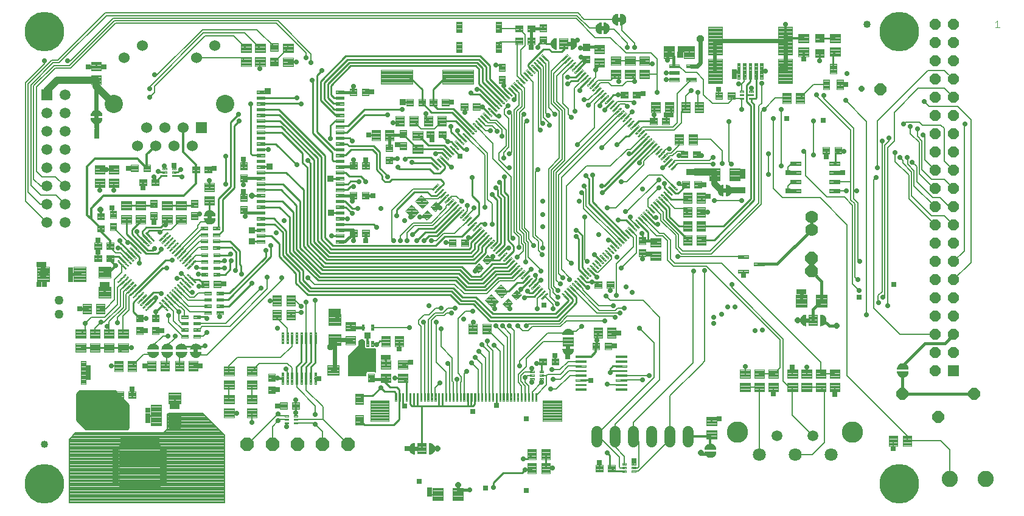
<source format=gtl>
G75*
%MOIN*%
%OFA0B0*%
%FSLAX25Y25*%
%IPPOS*%
%LPD*%
%AMOC8*
5,1,8,0,0,1.08239X$1,22.5*
%
%ADD10C,0.00400*%
%ADD11C,0.04000*%
%ADD12C,0.00394*%
%ADD13C,0.00409*%
%ADD14C,0.00402*%
%ADD15C,0.00378*%
%ADD16OC8,0.06496*%
%ADD17C,0.00425*%
%ADD18C,0.00457*%
%ADD19C,0.00390*%
%ADD20C,0.00100*%
%ADD21R,0.05906X0.05906*%
%ADD22OC8,0.05906*%
%ADD23C,0.05906*%
%ADD24OC8,0.07087*%
%ADD25C,0.07087*%
%ADD26C,0.11661*%
%ADD27C,0.06000*%
%ADD28R,0.06000X0.06000*%
%ADD29C,0.10000*%
%ADD30C,0.00403*%
%ADD31C,0.00396*%
%ADD32C,0.00413*%
%ADD33C,0.00404*%
%ADD34C,0.08858*%
%ADD35C,0.05906*%
%ADD36C,0.00400*%
%ADD37C,0.00390*%
%ADD38C,0.05000*%
%ADD39C,0.07000*%
%ADD40OC8,0.07000*%
%ADD41C,0.00406*%
%ADD42C,0.21654*%
%ADD43OC8,0.02781*%
%ADD44R,0.02781X0.02781*%
%ADD45R,0.03175X0.03175*%
%ADD46C,0.00600*%
%ADD47C,0.01600*%
%ADD48C,0.01000*%
%ADD49OC8,0.03175*%
%ADD50C,0.00800*%
%ADD51C,0.01400*%
%ADD52C,0.00900*%
%ADD53C,0.01200*%
%ADD54C,0.02400*%
%ADD55C,0.03200*%
%ADD56OC8,0.03962*%
%ADD57C,0.04000*%
%ADD58OC8,0.03569*%
%ADD59C,0.06000*%
%ADD60C,0.02000*%
D10*
X0268078Y0187749D02*
X0271178Y0187749D01*
X0268078Y0187749D02*
X0268078Y0188349D01*
X0271178Y0188349D01*
X0271178Y0187749D01*
X0271178Y0188148D02*
X0268078Y0188148D01*
X0272328Y0185249D02*
X0276928Y0185249D01*
X0272328Y0185249D02*
X0272328Y0190849D01*
X0276928Y0190849D01*
X0276928Y0185249D01*
X0276928Y0185648D02*
X0272328Y0185648D01*
X0272328Y0186047D02*
X0276928Y0186047D01*
X0276928Y0186446D02*
X0272328Y0186446D01*
X0272328Y0186845D02*
X0276928Y0186845D01*
X0276928Y0187244D02*
X0272328Y0187244D01*
X0272328Y0187643D02*
X0276928Y0187643D01*
X0276928Y0188042D02*
X0272328Y0188042D01*
X0272328Y0188441D02*
X0276928Y0188441D01*
X0276928Y0188840D02*
X0272328Y0188840D01*
X0272328Y0189239D02*
X0276928Y0189239D01*
X0276928Y0189638D02*
X0272328Y0189638D01*
X0272328Y0190037D02*
X0276928Y0190037D01*
X0276928Y0190436D02*
X0272328Y0190436D01*
X0272328Y0190835D02*
X0276928Y0190835D01*
X0279578Y0187749D02*
X0281178Y0187749D01*
X0279578Y0187749D02*
X0279578Y0188349D01*
X0281178Y0188349D01*
X0281178Y0187749D01*
X0281178Y0188148D02*
X0279578Y0188148D01*
X0354978Y0240049D02*
X0354978Y0243149D01*
X0354978Y0240049D02*
X0354378Y0240049D01*
X0354378Y0243149D01*
X0354978Y0243149D01*
X0354978Y0240448D02*
X0354378Y0240448D01*
X0354378Y0240847D02*
X0354978Y0240847D01*
X0354978Y0241246D02*
X0354378Y0241246D01*
X0354378Y0241645D02*
X0354978Y0241645D01*
X0354978Y0242044D02*
X0354378Y0242044D01*
X0354378Y0242443D02*
X0354978Y0242443D01*
X0354978Y0242842D02*
X0354378Y0242842D01*
X0357478Y0244299D02*
X0357478Y0248899D01*
X0357478Y0244299D02*
X0351878Y0244299D01*
X0351878Y0248899D01*
X0357478Y0248899D01*
X0357478Y0244698D02*
X0351878Y0244698D01*
X0351878Y0245097D02*
X0357478Y0245097D01*
X0357478Y0245496D02*
X0351878Y0245496D01*
X0351878Y0245895D02*
X0357478Y0245895D01*
X0357478Y0246294D02*
X0351878Y0246294D01*
X0351878Y0246693D02*
X0357478Y0246693D01*
X0357478Y0247092D02*
X0351878Y0247092D01*
X0351878Y0247491D02*
X0357478Y0247491D01*
X0357478Y0247890D02*
X0351878Y0247890D01*
X0351878Y0248289D02*
X0357478Y0248289D01*
X0357478Y0248688D02*
X0351878Y0248688D01*
X0354978Y0251549D02*
X0354978Y0253149D01*
X0354978Y0251549D02*
X0354378Y0251549D01*
X0354378Y0253149D01*
X0354978Y0253149D01*
X0354978Y0251948D02*
X0354378Y0251948D01*
X0354378Y0252347D02*
X0354978Y0252347D01*
X0354978Y0252746D02*
X0354378Y0252746D01*
X0354378Y0253145D02*
X0354978Y0253145D01*
X0432878Y0190249D02*
X0432878Y0188649D01*
X0432278Y0188649D01*
X0432278Y0190249D01*
X0432878Y0190249D01*
X0432878Y0189048D02*
X0432278Y0189048D01*
X0432278Y0189447D02*
X0432878Y0189447D01*
X0432878Y0189846D02*
X0432278Y0189846D01*
X0432278Y0190245D02*
X0432878Y0190245D01*
X0432878Y0185249D02*
X0432878Y0183649D01*
X0432278Y0183649D01*
X0432278Y0185249D01*
X0432878Y0185249D01*
X0432878Y0184048D02*
X0432278Y0184048D01*
X0432278Y0184447D02*
X0432878Y0184447D01*
X0432878Y0184846D02*
X0432278Y0184846D01*
X0432278Y0185245D02*
X0432878Y0185245D01*
X0482378Y0258199D02*
X0485478Y0258199D01*
X0482378Y0258199D02*
X0482378Y0258799D01*
X0485478Y0258799D01*
X0485478Y0258199D01*
X0485478Y0258598D02*
X0482378Y0258598D01*
X0486628Y0255699D02*
X0491228Y0255699D01*
X0486628Y0255699D02*
X0486628Y0261299D01*
X0491228Y0261299D01*
X0491228Y0255699D01*
X0491228Y0256098D02*
X0486628Y0256098D01*
X0486628Y0256497D02*
X0491228Y0256497D01*
X0491228Y0256896D02*
X0486628Y0256896D01*
X0486628Y0257295D02*
X0491228Y0257295D01*
X0491228Y0257694D02*
X0486628Y0257694D01*
X0486628Y0258093D02*
X0491228Y0258093D01*
X0491228Y0258492D02*
X0486628Y0258492D01*
X0486628Y0258891D02*
X0491228Y0258891D01*
X0491228Y0259290D02*
X0486628Y0259290D01*
X0486628Y0259689D02*
X0491228Y0259689D01*
X0491228Y0260088D02*
X0486628Y0260088D01*
X0486628Y0260487D02*
X0491228Y0260487D01*
X0491228Y0260886D02*
X0486628Y0260886D01*
X0486628Y0261285D02*
X0491228Y0261285D01*
X0493878Y0258199D02*
X0495478Y0258199D01*
X0493878Y0258199D02*
X0493878Y0258799D01*
X0495478Y0258799D01*
X0495478Y0258199D01*
X0495478Y0258598D02*
X0493878Y0258598D01*
X0538278Y0234299D02*
X0538278Y0232699D01*
X0537678Y0232699D01*
X0537678Y0234299D01*
X0538278Y0234299D01*
X0538278Y0233098D02*
X0537678Y0233098D01*
X0537678Y0233497D02*
X0538278Y0233497D01*
X0538278Y0233896D02*
X0537678Y0233896D01*
X0537678Y0234295D02*
X0538278Y0234295D01*
X0538278Y0229299D02*
X0538278Y0227699D01*
X0537678Y0227699D01*
X0537678Y0229299D01*
X0538278Y0229299D01*
X0538278Y0228098D02*
X0537678Y0228098D01*
X0537678Y0228497D02*
X0538278Y0228497D01*
X0538278Y0228896D02*
X0537678Y0228896D01*
X0537678Y0229295D02*
X0538278Y0229295D01*
X0443728Y0329349D02*
X0442128Y0329349D01*
X0442128Y0329949D01*
X0443728Y0329949D01*
X0443728Y0329349D01*
X0443728Y0329748D02*
X0442128Y0329748D01*
X0440228Y0329349D02*
X0437128Y0329349D01*
X0437128Y0329949D01*
X0440228Y0329949D01*
X0440228Y0329349D01*
X0440228Y0329748D02*
X0437128Y0329748D01*
X0358828Y0410399D02*
X0355728Y0410399D01*
X0358828Y0410399D02*
X0358828Y0409799D01*
X0355728Y0409799D01*
X0355728Y0410399D01*
X0355728Y0410198D02*
X0358828Y0410198D01*
X0354578Y0412899D02*
X0349978Y0412899D01*
X0354578Y0412899D02*
X0354578Y0407299D01*
X0349978Y0407299D01*
X0349978Y0412899D01*
X0349978Y0407698D02*
X0354578Y0407698D01*
X0354578Y0408097D02*
X0349978Y0408097D01*
X0349978Y0408496D02*
X0354578Y0408496D01*
X0354578Y0408895D02*
X0349978Y0408895D01*
X0349978Y0409294D02*
X0354578Y0409294D01*
X0354578Y0409693D02*
X0349978Y0409693D01*
X0349978Y0410092D02*
X0354578Y0410092D01*
X0354578Y0410491D02*
X0349978Y0410491D01*
X0349978Y0410890D02*
X0354578Y0410890D01*
X0354578Y0411289D02*
X0349978Y0411289D01*
X0349978Y0411688D02*
X0354578Y0411688D01*
X0354578Y0412087D02*
X0349978Y0412087D01*
X0349978Y0412486D02*
X0354578Y0412486D01*
X0354578Y0412885D02*
X0349978Y0412885D01*
X0347328Y0410399D02*
X0345728Y0410399D01*
X0347328Y0410399D02*
X0347328Y0409799D01*
X0345728Y0409799D01*
X0345728Y0410399D01*
X0345728Y0410198D02*
X0347328Y0410198D01*
X0370178Y0418299D02*
X0373278Y0418299D01*
X0370178Y0418299D02*
X0370178Y0418899D01*
X0373278Y0418899D01*
X0373278Y0418299D01*
X0373278Y0418698D02*
X0370178Y0418698D01*
X0375178Y0418299D02*
X0376778Y0418299D01*
X0375178Y0418299D02*
X0375178Y0418899D01*
X0376778Y0418899D01*
X0376778Y0418299D01*
X0376778Y0418698D02*
X0375178Y0418698D01*
X0379278Y0423749D02*
X0380878Y0423749D01*
X0380878Y0423149D01*
X0379278Y0423149D01*
X0379278Y0423749D01*
X0379278Y0423548D02*
X0380878Y0423548D01*
X0382778Y0423749D02*
X0385878Y0423749D01*
X0385878Y0423149D01*
X0382778Y0423149D01*
X0382778Y0423749D01*
X0382778Y0423548D02*
X0385878Y0423548D01*
X0588749Y0421531D02*
X0589950Y0422732D01*
X0589950Y0419129D01*
X0588749Y0419129D02*
X0591151Y0419129D01*
X0158028Y0318249D02*
X0158028Y0315149D01*
X0158028Y0318249D02*
X0158628Y0318249D01*
X0158628Y0315149D01*
X0158028Y0315149D01*
X0158028Y0315548D02*
X0158628Y0315548D01*
X0158628Y0315947D02*
X0158028Y0315947D01*
X0158028Y0316346D02*
X0158628Y0316346D01*
X0158628Y0316745D02*
X0158028Y0316745D01*
X0158028Y0317144D02*
X0158628Y0317144D01*
X0158628Y0317543D02*
X0158028Y0317543D01*
X0158028Y0317942D02*
X0158628Y0317942D01*
X0158028Y0313249D02*
X0158028Y0311649D01*
X0158028Y0313249D02*
X0158628Y0313249D01*
X0158628Y0311649D01*
X0158028Y0311649D01*
X0158028Y0312048D02*
X0158628Y0312048D01*
X0158628Y0312447D02*
X0158028Y0312447D01*
X0158028Y0312846D02*
X0158628Y0312846D01*
X0158628Y0313245D02*
X0158028Y0313245D01*
X0096578Y0366649D02*
X0096578Y0369749D01*
X0096578Y0366649D02*
X0095978Y0366649D01*
X0095978Y0369749D01*
X0096578Y0369749D01*
X0096578Y0367048D02*
X0095978Y0367048D01*
X0095978Y0367447D02*
X0096578Y0367447D01*
X0096578Y0367846D02*
X0095978Y0367846D01*
X0095978Y0368245D02*
X0096578Y0368245D01*
X0096578Y0368644D02*
X0095978Y0368644D01*
X0095978Y0369043D02*
X0096578Y0369043D01*
X0096578Y0369442D02*
X0095978Y0369442D01*
X0096578Y0371649D02*
X0096578Y0373249D01*
X0096578Y0371649D02*
X0095978Y0371649D01*
X0095978Y0373249D01*
X0096578Y0373249D01*
X0096578Y0372048D02*
X0095978Y0372048D01*
X0095978Y0372447D02*
X0096578Y0372447D01*
X0096578Y0372846D02*
X0095978Y0372846D01*
X0095978Y0373245D02*
X0096578Y0373245D01*
X0127628Y0245099D02*
X0127628Y0243499D01*
X0127028Y0243499D01*
X0127028Y0245099D01*
X0127628Y0245099D01*
X0127628Y0243898D02*
X0127028Y0243898D01*
X0127028Y0244297D02*
X0127628Y0244297D01*
X0127628Y0244696D02*
X0127028Y0244696D01*
X0127028Y0245095D02*
X0127628Y0245095D01*
X0127628Y0240099D02*
X0127628Y0238499D01*
X0127028Y0238499D01*
X0127028Y0240099D01*
X0127628Y0240099D01*
X0127628Y0238898D02*
X0127028Y0238898D01*
X0127028Y0239297D02*
X0127628Y0239297D01*
X0127628Y0239696D02*
X0127028Y0239696D01*
X0127028Y0240095D02*
X0127628Y0240095D01*
X0134728Y0240099D02*
X0134728Y0238499D01*
X0134728Y0240099D02*
X0135328Y0240099D01*
X0135328Y0238499D01*
X0134728Y0238499D01*
X0134728Y0238898D02*
X0135328Y0238898D01*
X0135328Y0239297D02*
X0134728Y0239297D01*
X0134728Y0239696D02*
X0135328Y0239696D01*
X0135328Y0240095D02*
X0134728Y0240095D01*
X0134728Y0243499D02*
X0134728Y0245099D01*
X0135328Y0245099D01*
X0135328Y0243499D01*
X0134728Y0243499D01*
X0134728Y0243898D02*
X0135328Y0243898D01*
X0135328Y0244297D02*
X0134728Y0244297D01*
X0134728Y0244696D02*
X0135328Y0244696D01*
X0135328Y0245095D02*
X0134728Y0245095D01*
X0142428Y0245099D02*
X0142428Y0243499D01*
X0142428Y0245099D02*
X0143028Y0245099D01*
X0143028Y0243499D01*
X0142428Y0243499D01*
X0142428Y0243898D02*
X0143028Y0243898D01*
X0143028Y0244297D02*
X0142428Y0244297D01*
X0142428Y0244696D02*
X0143028Y0244696D01*
X0143028Y0245095D02*
X0142428Y0245095D01*
X0142428Y0240099D02*
X0142428Y0238499D01*
X0142428Y0240099D02*
X0143028Y0240099D01*
X0143028Y0238499D01*
X0142428Y0238499D01*
X0142428Y0238898D02*
X0143028Y0238898D01*
X0143028Y0239297D02*
X0142428Y0239297D01*
X0142428Y0239696D02*
X0143028Y0239696D01*
X0143028Y0240095D02*
X0142428Y0240095D01*
X0150378Y0240099D02*
X0150378Y0238499D01*
X0150378Y0240099D02*
X0150978Y0240099D01*
X0150978Y0238499D01*
X0150378Y0238499D01*
X0150378Y0238898D02*
X0150978Y0238898D01*
X0150978Y0239297D02*
X0150378Y0239297D01*
X0150378Y0239696D02*
X0150978Y0239696D01*
X0150978Y0240095D02*
X0150378Y0240095D01*
X0150378Y0241999D02*
X0150378Y0245099D01*
X0150978Y0245099D01*
X0150978Y0241999D01*
X0150378Y0241999D01*
X0150378Y0242398D02*
X0150978Y0242398D01*
X0150978Y0242797D02*
X0150378Y0242797D01*
X0150378Y0243196D02*
X0150978Y0243196D01*
X0150978Y0243595D02*
X0150378Y0243595D01*
X0150378Y0243994D02*
X0150978Y0243994D01*
X0150978Y0244393D02*
X0150378Y0244393D01*
X0150378Y0244792D02*
X0150978Y0244792D01*
D11*
X0067723Y0190232D03*
X0518510Y0420547D03*
D12*
X0501749Y0393821D02*
X0498207Y0393821D01*
X0498207Y0398939D01*
X0501749Y0398939D01*
X0501749Y0393821D01*
X0501749Y0394214D02*
X0498207Y0394214D01*
X0498207Y0394607D02*
X0501749Y0394607D01*
X0501749Y0395000D02*
X0498207Y0395000D01*
X0498207Y0395393D02*
X0501749Y0395393D01*
X0501749Y0395786D02*
X0498207Y0395786D01*
X0498207Y0396179D02*
X0501749Y0396179D01*
X0501749Y0396572D02*
X0498207Y0396572D01*
X0498207Y0396965D02*
X0501749Y0396965D01*
X0501749Y0397358D02*
X0498207Y0397358D01*
X0498207Y0397751D02*
X0501749Y0397751D01*
X0501749Y0398144D02*
X0498207Y0398144D01*
X0498207Y0398537D02*
X0501749Y0398537D01*
X0501749Y0398930D02*
X0498207Y0398930D01*
X0498009Y0385160D02*
X0494467Y0385160D01*
X0494467Y0390278D01*
X0498009Y0390278D01*
X0498009Y0385160D01*
X0498009Y0385553D02*
X0494467Y0385553D01*
X0494467Y0385946D02*
X0498009Y0385946D01*
X0498009Y0386339D02*
X0494467Y0386339D01*
X0494467Y0386732D02*
X0498009Y0386732D01*
X0498009Y0387125D02*
X0494467Y0387125D01*
X0494467Y0387518D02*
X0498009Y0387518D01*
X0498009Y0387911D02*
X0494467Y0387911D01*
X0494467Y0388304D02*
X0498009Y0388304D01*
X0498009Y0388697D02*
X0494467Y0388697D01*
X0494467Y0389090D02*
X0498009Y0389090D01*
X0498009Y0389483D02*
X0494467Y0389483D01*
X0494467Y0389876D02*
X0498009Y0389876D01*
X0498009Y0390269D02*
X0494467Y0390269D01*
X0501948Y0385160D02*
X0505490Y0385160D01*
X0501948Y0385160D02*
X0501948Y0390278D01*
X0505490Y0390278D01*
X0505490Y0385160D01*
X0505490Y0385553D02*
X0501948Y0385553D01*
X0501948Y0385946D02*
X0505490Y0385946D01*
X0505490Y0386339D02*
X0501948Y0386339D01*
X0501948Y0386732D02*
X0505490Y0386732D01*
X0505490Y0387125D02*
X0501948Y0387125D01*
X0501948Y0387518D02*
X0505490Y0387518D01*
X0505490Y0387911D02*
X0501948Y0387911D01*
X0501948Y0388304D02*
X0505490Y0388304D01*
X0505490Y0388697D02*
X0501948Y0388697D01*
X0501948Y0389090D02*
X0505490Y0389090D01*
X0505490Y0389483D02*
X0501948Y0389483D01*
X0501948Y0389876D02*
X0505490Y0389876D01*
X0505490Y0390269D02*
X0501948Y0390269D01*
X0460010Y0390772D02*
X0460010Y0399236D01*
X0461584Y0399236D01*
X0461584Y0390772D01*
X0460010Y0390772D01*
X0460010Y0391165D02*
X0461584Y0391165D01*
X0461584Y0391558D02*
X0460010Y0391558D01*
X0460010Y0391951D02*
X0461584Y0391951D01*
X0461584Y0392344D02*
X0460010Y0392344D01*
X0460010Y0392737D02*
X0461584Y0392737D01*
X0461584Y0393130D02*
X0460010Y0393130D01*
X0460010Y0393523D02*
X0461584Y0393523D01*
X0461584Y0393916D02*
X0460010Y0393916D01*
X0460010Y0394309D02*
X0461584Y0394309D01*
X0461584Y0394702D02*
X0460010Y0394702D01*
X0460010Y0395095D02*
X0461584Y0395095D01*
X0461584Y0395488D02*
X0460010Y0395488D01*
X0460010Y0395881D02*
X0461584Y0395881D01*
X0461584Y0396274D02*
X0460010Y0396274D01*
X0460010Y0396667D02*
X0461584Y0396667D01*
X0461584Y0397060D02*
X0460010Y0397060D01*
X0460010Y0397453D02*
X0461584Y0397453D01*
X0461584Y0397846D02*
X0460010Y0397846D01*
X0460010Y0398239D02*
X0461584Y0398239D01*
X0461584Y0398632D02*
X0460010Y0398632D01*
X0460010Y0399025D02*
X0461584Y0399025D01*
X0456860Y0399236D02*
X0456860Y0390772D01*
X0456860Y0399236D02*
X0458434Y0399236D01*
X0458434Y0390772D01*
X0456860Y0390772D01*
X0456860Y0391165D02*
X0458434Y0391165D01*
X0458434Y0391558D02*
X0456860Y0391558D01*
X0456860Y0391951D02*
X0458434Y0391951D01*
X0458434Y0392344D02*
X0456860Y0392344D01*
X0456860Y0392737D02*
X0458434Y0392737D01*
X0458434Y0393130D02*
X0456860Y0393130D01*
X0456860Y0393523D02*
X0458434Y0393523D01*
X0458434Y0393916D02*
X0456860Y0393916D01*
X0456860Y0394309D02*
X0458434Y0394309D01*
X0458434Y0394702D02*
X0456860Y0394702D01*
X0456860Y0395095D02*
X0458434Y0395095D01*
X0458434Y0395488D02*
X0456860Y0395488D01*
X0456860Y0395881D02*
X0458434Y0395881D01*
X0458434Y0396274D02*
X0456860Y0396274D01*
X0456860Y0396667D02*
X0458434Y0396667D01*
X0458434Y0397060D02*
X0456860Y0397060D01*
X0456860Y0397453D02*
X0458434Y0397453D01*
X0458434Y0397846D02*
X0456860Y0397846D01*
X0456860Y0398239D02*
X0458434Y0398239D01*
X0458434Y0398632D02*
X0456860Y0398632D01*
X0456860Y0399025D02*
X0458434Y0399025D01*
X0453710Y0399236D02*
X0453710Y0390772D01*
X0453710Y0399236D02*
X0455284Y0399236D01*
X0455284Y0390772D01*
X0453710Y0390772D01*
X0453710Y0391165D02*
X0455284Y0391165D01*
X0455284Y0391558D02*
X0453710Y0391558D01*
X0453710Y0391951D02*
X0455284Y0391951D01*
X0455284Y0392344D02*
X0453710Y0392344D01*
X0453710Y0392737D02*
X0455284Y0392737D01*
X0455284Y0393130D02*
X0453710Y0393130D01*
X0453710Y0393523D02*
X0455284Y0393523D01*
X0455284Y0393916D02*
X0453710Y0393916D01*
X0453710Y0394309D02*
X0455284Y0394309D01*
X0455284Y0394702D02*
X0453710Y0394702D01*
X0453710Y0395095D02*
X0455284Y0395095D01*
X0455284Y0395488D02*
X0453710Y0395488D01*
X0453710Y0395881D02*
X0455284Y0395881D01*
X0455284Y0396274D02*
X0453710Y0396274D01*
X0453710Y0396667D02*
X0455284Y0396667D01*
X0455284Y0397060D02*
X0453710Y0397060D01*
X0453710Y0397453D02*
X0455284Y0397453D01*
X0455284Y0397846D02*
X0453710Y0397846D01*
X0453710Y0398239D02*
X0455284Y0398239D01*
X0455284Y0398632D02*
X0453710Y0398632D01*
X0453710Y0399025D02*
X0455284Y0399025D01*
X0450561Y0399236D02*
X0450561Y0390772D01*
X0450561Y0399236D02*
X0452135Y0399236D01*
X0452135Y0390772D01*
X0450561Y0390772D01*
X0450561Y0391165D02*
X0452135Y0391165D01*
X0452135Y0391558D02*
X0450561Y0391558D01*
X0450561Y0391951D02*
X0452135Y0391951D01*
X0452135Y0392344D02*
X0450561Y0392344D01*
X0450561Y0392737D02*
X0452135Y0392737D01*
X0452135Y0393130D02*
X0450561Y0393130D01*
X0450561Y0393523D02*
X0452135Y0393523D01*
X0452135Y0393916D02*
X0450561Y0393916D01*
X0450561Y0394309D02*
X0452135Y0394309D01*
X0452135Y0394702D02*
X0450561Y0394702D01*
X0450561Y0395095D02*
X0452135Y0395095D01*
X0452135Y0395488D02*
X0450561Y0395488D01*
X0450561Y0395881D02*
X0452135Y0395881D01*
X0452135Y0396274D02*
X0450561Y0396274D01*
X0450561Y0396667D02*
X0452135Y0396667D01*
X0452135Y0397060D02*
X0450561Y0397060D01*
X0450561Y0397453D02*
X0452135Y0397453D01*
X0452135Y0397846D02*
X0450561Y0397846D01*
X0450561Y0398239D02*
X0452135Y0398239D01*
X0452135Y0398632D02*
X0450561Y0398632D01*
X0450561Y0399025D02*
X0452135Y0399025D01*
X0447411Y0399236D02*
X0447411Y0390772D01*
X0447411Y0399236D02*
X0448985Y0399236D01*
X0448985Y0390772D01*
X0447411Y0390772D01*
X0447411Y0391165D02*
X0448985Y0391165D01*
X0448985Y0391558D02*
X0447411Y0391558D01*
X0447411Y0391951D02*
X0448985Y0391951D01*
X0448985Y0392344D02*
X0447411Y0392344D01*
X0447411Y0392737D02*
X0448985Y0392737D01*
X0448985Y0393130D02*
X0447411Y0393130D01*
X0447411Y0393523D02*
X0448985Y0393523D01*
X0448985Y0393916D02*
X0447411Y0393916D01*
X0447411Y0394309D02*
X0448985Y0394309D01*
X0448985Y0394702D02*
X0447411Y0394702D01*
X0447411Y0395095D02*
X0448985Y0395095D01*
X0448985Y0395488D02*
X0447411Y0395488D01*
X0447411Y0395881D02*
X0448985Y0395881D01*
X0448985Y0396274D02*
X0447411Y0396274D01*
X0447411Y0396667D02*
X0448985Y0396667D01*
X0448985Y0397060D02*
X0447411Y0397060D01*
X0447411Y0397453D02*
X0448985Y0397453D01*
X0448985Y0397846D02*
X0447411Y0397846D01*
X0447411Y0398239D02*
X0448985Y0398239D01*
X0448985Y0398632D02*
X0447411Y0398632D01*
X0447411Y0399025D02*
X0448985Y0399025D01*
X0446043Y0379778D02*
X0442107Y0379778D01*
X0442107Y0383320D01*
X0446043Y0383320D01*
X0446043Y0379778D01*
X0446043Y0380171D02*
X0442107Y0380171D01*
X0442107Y0380564D02*
X0446043Y0380564D01*
X0446043Y0380957D02*
X0442107Y0380957D01*
X0442107Y0381350D02*
X0446043Y0381350D01*
X0446043Y0381743D02*
X0442107Y0381743D01*
X0442107Y0382136D02*
X0446043Y0382136D01*
X0446043Y0382529D02*
X0442107Y0382529D01*
X0442107Y0382922D02*
X0446043Y0382922D01*
X0446043Y0383315D02*
X0442107Y0383315D01*
X0439350Y0379778D02*
X0435414Y0379778D01*
X0435414Y0383320D01*
X0439350Y0383320D01*
X0439350Y0379778D01*
X0439350Y0380171D02*
X0435414Y0380171D01*
X0435414Y0380564D02*
X0439350Y0380564D01*
X0439350Y0380957D02*
X0435414Y0380957D01*
X0435414Y0381350D02*
X0439350Y0381350D01*
X0439350Y0381743D02*
X0435414Y0381743D01*
X0435414Y0382136D02*
X0439350Y0382136D01*
X0439350Y0382529D02*
X0435414Y0382529D01*
X0435414Y0382922D02*
X0439350Y0382922D01*
X0439350Y0383315D02*
X0435414Y0383315D01*
X0410293Y0365828D02*
X0406357Y0365828D01*
X0406357Y0369370D01*
X0410293Y0369370D01*
X0410293Y0365828D01*
X0410293Y0366221D02*
X0406357Y0366221D01*
X0406357Y0366614D02*
X0410293Y0366614D01*
X0410293Y0367007D02*
X0406357Y0367007D01*
X0406357Y0367400D02*
X0410293Y0367400D01*
X0410293Y0367793D02*
X0406357Y0367793D01*
X0406357Y0368186D02*
X0410293Y0368186D01*
X0410293Y0368579D02*
X0406357Y0368579D01*
X0406357Y0368972D02*
X0410293Y0368972D01*
X0410293Y0369365D02*
X0406357Y0369365D01*
X0403600Y0365828D02*
X0399664Y0365828D01*
X0399664Y0369370D01*
X0403600Y0369370D01*
X0403600Y0365828D01*
X0403600Y0366221D02*
X0399664Y0366221D01*
X0399664Y0366614D02*
X0403600Y0366614D01*
X0403600Y0367007D02*
X0399664Y0367007D01*
X0399664Y0367400D02*
X0403600Y0367400D01*
X0403600Y0367793D02*
X0399664Y0367793D01*
X0399664Y0368186D02*
X0403600Y0368186D01*
X0403600Y0368579D02*
X0399664Y0368579D01*
X0399664Y0368972D02*
X0403600Y0368972D01*
X0403600Y0369365D02*
X0399664Y0369365D01*
X0394293Y0380228D02*
X0390357Y0380228D01*
X0390357Y0383770D01*
X0394293Y0383770D01*
X0394293Y0380228D01*
X0394293Y0380621D02*
X0390357Y0380621D01*
X0390357Y0381014D02*
X0394293Y0381014D01*
X0394293Y0381407D02*
X0390357Y0381407D01*
X0390357Y0381800D02*
X0394293Y0381800D01*
X0394293Y0382193D02*
X0390357Y0382193D01*
X0390357Y0382586D02*
X0394293Y0382586D01*
X0394293Y0382979D02*
X0390357Y0382979D01*
X0390357Y0383372D02*
X0394293Y0383372D01*
X0394293Y0383765D02*
X0390357Y0383765D01*
X0387600Y0380228D02*
X0383664Y0380228D01*
X0383664Y0383770D01*
X0387600Y0383770D01*
X0387600Y0380228D01*
X0387600Y0380621D02*
X0383664Y0380621D01*
X0383664Y0381014D02*
X0387600Y0381014D01*
X0387600Y0381407D02*
X0383664Y0381407D01*
X0383664Y0381800D02*
X0387600Y0381800D01*
X0387600Y0382193D02*
X0383664Y0382193D01*
X0383664Y0382586D02*
X0387600Y0382586D01*
X0387600Y0382979D02*
X0383664Y0382979D01*
X0383664Y0383372D02*
X0387600Y0383372D01*
X0387600Y0383765D02*
X0383664Y0383765D01*
X0366399Y0399535D02*
X0366399Y0403471D01*
X0366399Y0399535D02*
X0362857Y0399535D01*
X0362857Y0403471D01*
X0366399Y0403471D01*
X0366399Y0399928D02*
X0362857Y0399928D01*
X0362857Y0400321D02*
X0366399Y0400321D01*
X0366399Y0400714D02*
X0362857Y0400714D01*
X0362857Y0401107D02*
X0366399Y0401107D01*
X0366399Y0401500D02*
X0362857Y0401500D01*
X0362857Y0401893D02*
X0366399Y0401893D01*
X0366399Y0402286D02*
X0362857Y0402286D01*
X0362857Y0402679D02*
X0366399Y0402679D01*
X0366399Y0403072D02*
X0362857Y0403072D01*
X0362857Y0403465D02*
X0366399Y0403465D01*
X0366399Y0406228D02*
X0366399Y0410164D01*
X0366399Y0406228D02*
X0362857Y0406228D01*
X0362857Y0410164D01*
X0366399Y0410164D01*
X0366399Y0406621D02*
X0362857Y0406621D01*
X0362857Y0407014D02*
X0366399Y0407014D01*
X0366399Y0407407D02*
X0362857Y0407407D01*
X0362857Y0407800D02*
X0366399Y0407800D01*
X0366399Y0408193D02*
X0362857Y0408193D01*
X0362857Y0408586D02*
X0366399Y0408586D01*
X0366399Y0408979D02*
X0362857Y0408979D01*
X0362857Y0409372D02*
X0366399Y0409372D01*
X0366399Y0409765D02*
X0362857Y0409765D01*
X0362857Y0410158D02*
X0366399Y0410158D01*
X0342699Y0410085D02*
X0342699Y0414021D01*
X0342699Y0410085D02*
X0339157Y0410085D01*
X0339157Y0414021D01*
X0342699Y0414021D01*
X0342699Y0410478D02*
X0339157Y0410478D01*
X0339157Y0410871D02*
X0342699Y0410871D01*
X0342699Y0411264D02*
X0339157Y0411264D01*
X0339157Y0411657D02*
X0342699Y0411657D01*
X0342699Y0412050D02*
X0339157Y0412050D01*
X0339157Y0412443D02*
X0342699Y0412443D01*
X0342699Y0412836D02*
X0339157Y0412836D01*
X0339157Y0413229D02*
X0342699Y0413229D01*
X0342699Y0413622D02*
X0339157Y0413622D01*
X0339157Y0414015D02*
X0342699Y0414015D01*
X0342699Y0416778D02*
X0342699Y0420714D01*
X0342699Y0416778D02*
X0339157Y0416778D01*
X0339157Y0420714D01*
X0342699Y0420714D01*
X0342699Y0417171D02*
X0339157Y0417171D01*
X0339157Y0417564D02*
X0342699Y0417564D01*
X0342699Y0417957D02*
X0339157Y0417957D01*
X0339157Y0418350D02*
X0342699Y0418350D01*
X0342699Y0418743D02*
X0339157Y0418743D01*
X0339157Y0419136D02*
X0342699Y0419136D01*
X0342699Y0419529D02*
X0339157Y0419529D01*
X0339157Y0419922D02*
X0342699Y0419922D01*
X0342699Y0420315D02*
X0339157Y0420315D01*
X0339157Y0420708D02*
X0342699Y0420708D01*
X0336493Y0416628D02*
X0332557Y0416628D01*
X0332557Y0420170D01*
X0336493Y0420170D01*
X0336493Y0416628D01*
X0336493Y0417021D02*
X0332557Y0417021D01*
X0332557Y0417414D02*
X0336493Y0417414D01*
X0336493Y0417807D02*
X0332557Y0417807D01*
X0332557Y0418200D02*
X0336493Y0418200D01*
X0336493Y0418593D02*
X0332557Y0418593D01*
X0332557Y0418986D02*
X0336493Y0418986D01*
X0336493Y0419379D02*
X0332557Y0419379D01*
X0332557Y0419772D02*
X0336493Y0419772D01*
X0336493Y0420165D02*
X0332557Y0420165D01*
X0329800Y0416628D02*
X0325864Y0416628D01*
X0325864Y0420170D01*
X0329800Y0420170D01*
X0329800Y0416628D01*
X0329800Y0417021D02*
X0325864Y0417021D01*
X0325864Y0417414D02*
X0329800Y0417414D01*
X0329800Y0417807D02*
X0325864Y0417807D01*
X0325864Y0418200D02*
X0329800Y0418200D01*
X0329800Y0418593D02*
X0325864Y0418593D01*
X0325864Y0418986D02*
X0329800Y0418986D01*
X0329800Y0419379D02*
X0325864Y0419379D01*
X0325864Y0419772D02*
X0329800Y0419772D01*
X0329800Y0420165D02*
X0325864Y0420165D01*
X0325864Y0409828D02*
X0329800Y0409828D01*
X0325864Y0409828D02*
X0325864Y0413370D01*
X0329800Y0413370D01*
X0329800Y0409828D01*
X0329800Y0410221D02*
X0325864Y0410221D01*
X0325864Y0410614D02*
X0329800Y0410614D01*
X0329800Y0411007D02*
X0325864Y0411007D01*
X0325864Y0411400D02*
X0329800Y0411400D01*
X0329800Y0411793D02*
X0325864Y0411793D01*
X0325864Y0412186D02*
X0329800Y0412186D01*
X0329800Y0412579D02*
X0325864Y0412579D01*
X0325864Y0412972D02*
X0329800Y0412972D01*
X0329800Y0413365D02*
X0325864Y0413365D01*
X0332557Y0409828D02*
X0336493Y0409828D01*
X0332557Y0409828D02*
X0332557Y0413370D01*
X0336493Y0413370D01*
X0336493Y0409828D01*
X0336493Y0410221D02*
X0332557Y0410221D01*
X0332557Y0410614D02*
X0336493Y0410614D01*
X0336493Y0411007D02*
X0332557Y0411007D01*
X0332557Y0411400D02*
X0336493Y0411400D01*
X0336493Y0411793D02*
X0332557Y0411793D01*
X0332557Y0412186D02*
X0336493Y0412186D01*
X0336493Y0412579D02*
X0332557Y0412579D01*
X0332557Y0412972D02*
X0336493Y0412972D01*
X0336493Y0413365D02*
X0332557Y0413365D01*
X0320299Y0399014D02*
X0320299Y0395078D01*
X0316757Y0395078D01*
X0316757Y0399014D01*
X0320299Y0399014D01*
X0320299Y0395471D02*
X0316757Y0395471D01*
X0316757Y0395864D02*
X0320299Y0395864D01*
X0320299Y0396257D02*
X0316757Y0396257D01*
X0316757Y0396650D02*
X0320299Y0396650D01*
X0320299Y0397043D02*
X0316757Y0397043D01*
X0316757Y0397436D02*
X0320299Y0397436D01*
X0320299Y0397829D02*
X0316757Y0397829D01*
X0316757Y0398222D02*
X0320299Y0398222D01*
X0320299Y0398615D02*
X0316757Y0398615D01*
X0316757Y0399008D02*
X0320299Y0399008D01*
X0320299Y0392321D02*
X0320299Y0388385D01*
X0316757Y0388385D01*
X0316757Y0392321D01*
X0320299Y0392321D01*
X0320299Y0388778D02*
X0316757Y0388778D01*
X0316757Y0389171D02*
X0320299Y0389171D01*
X0320299Y0389564D02*
X0316757Y0389564D01*
X0316757Y0389957D02*
X0320299Y0389957D01*
X0320299Y0390350D02*
X0316757Y0390350D01*
X0316757Y0390743D02*
X0320299Y0390743D01*
X0320299Y0391136D02*
X0316757Y0391136D01*
X0316757Y0391529D02*
X0320299Y0391529D01*
X0320299Y0391922D02*
X0316757Y0391922D01*
X0316757Y0392315D02*
X0320299Y0392315D01*
X0306393Y0377320D02*
X0302457Y0377320D01*
X0306393Y0377320D02*
X0306393Y0373778D01*
X0302457Y0373778D01*
X0302457Y0377320D01*
X0302457Y0374171D02*
X0306393Y0374171D01*
X0306393Y0374564D02*
X0302457Y0374564D01*
X0302457Y0374957D02*
X0306393Y0374957D01*
X0306393Y0375350D02*
X0302457Y0375350D01*
X0302457Y0375743D02*
X0306393Y0375743D01*
X0306393Y0376136D02*
X0302457Y0376136D01*
X0302457Y0376529D02*
X0306393Y0376529D01*
X0306393Y0376922D02*
X0302457Y0376922D01*
X0302457Y0377315D02*
X0306393Y0377315D01*
X0299700Y0377320D02*
X0295764Y0377320D01*
X0299700Y0377320D02*
X0299700Y0373778D01*
X0295764Y0373778D01*
X0295764Y0377320D01*
X0295764Y0374171D02*
X0299700Y0374171D01*
X0299700Y0374564D02*
X0295764Y0374564D01*
X0295764Y0374957D02*
X0299700Y0374957D01*
X0299700Y0375350D02*
X0295764Y0375350D01*
X0295764Y0375743D02*
X0299700Y0375743D01*
X0299700Y0376136D02*
X0295764Y0376136D01*
X0295764Y0376529D02*
X0299700Y0376529D01*
X0299700Y0376922D02*
X0295764Y0376922D01*
X0295764Y0377315D02*
X0299700Y0377315D01*
X0289443Y0379570D02*
X0285507Y0379570D01*
X0289443Y0379570D02*
X0289443Y0376028D01*
X0285507Y0376028D01*
X0285507Y0379570D01*
X0285507Y0376421D02*
X0289443Y0376421D01*
X0289443Y0376814D02*
X0285507Y0376814D01*
X0285507Y0377207D02*
X0289443Y0377207D01*
X0289443Y0377600D02*
X0285507Y0377600D01*
X0285507Y0377993D02*
X0289443Y0377993D01*
X0289443Y0378386D02*
X0285507Y0378386D01*
X0285507Y0378779D02*
X0289443Y0378779D01*
X0289443Y0379172D02*
X0285507Y0379172D01*
X0285507Y0379565D02*
X0289443Y0379565D01*
X0282750Y0379570D02*
X0278814Y0379570D01*
X0282750Y0379570D02*
X0282750Y0376028D01*
X0278814Y0376028D01*
X0278814Y0379570D01*
X0278814Y0376421D02*
X0282750Y0376421D01*
X0282750Y0376814D02*
X0278814Y0376814D01*
X0278814Y0377207D02*
X0282750Y0377207D01*
X0282750Y0377600D02*
X0278814Y0377600D01*
X0278814Y0377993D02*
X0282750Y0377993D01*
X0282750Y0378386D02*
X0278814Y0378386D01*
X0278814Y0378779D02*
X0282750Y0378779D01*
X0282750Y0379172D02*
X0278814Y0379172D01*
X0278814Y0379565D02*
X0282750Y0379565D01*
X0276693Y0376028D02*
X0272757Y0376028D01*
X0272757Y0379570D01*
X0276693Y0379570D01*
X0276693Y0376028D01*
X0276693Y0376421D02*
X0272757Y0376421D01*
X0272757Y0376814D02*
X0276693Y0376814D01*
X0276693Y0377207D02*
X0272757Y0377207D01*
X0272757Y0377600D02*
X0276693Y0377600D01*
X0276693Y0377993D02*
X0272757Y0377993D01*
X0272757Y0378386D02*
X0276693Y0378386D01*
X0276693Y0378779D02*
X0272757Y0378779D01*
X0272757Y0379172D02*
X0276693Y0379172D01*
X0276693Y0379565D02*
X0272757Y0379565D01*
X0270000Y0376028D02*
X0266064Y0376028D01*
X0266064Y0379570D01*
X0270000Y0379570D01*
X0270000Y0376028D01*
X0270000Y0376421D02*
X0266064Y0376421D01*
X0266064Y0376814D02*
X0270000Y0376814D01*
X0270000Y0377207D02*
X0266064Y0377207D01*
X0266064Y0377600D02*
X0270000Y0377600D01*
X0270000Y0377993D02*
X0266064Y0377993D01*
X0266064Y0378386D02*
X0270000Y0378386D01*
X0270000Y0378779D02*
X0266064Y0378779D01*
X0266064Y0379172D02*
X0270000Y0379172D01*
X0270000Y0379565D02*
X0266064Y0379565D01*
X0269557Y0388059D02*
X0252235Y0388059D01*
X0252235Y0395539D01*
X0269557Y0395539D01*
X0269557Y0388059D01*
X0269557Y0388452D02*
X0252235Y0388452D01*
X0252235Y0388845D02*
X0269557Y0388845D01*
X0269557Y0389238D02*
X0252235Y0389238D01*
X0252235Y0389631D02*
X0269557Y0389631D01*
X0269557Y0390024D02*
X0252235Y0390024D01*
X0252235Y0390417D02*
X0269557Y0390417D01*
X0269557Y0390810D02*
X0252235Y0390810D01*
X0252235Y0391203D02*
X0269557Y0391203D01*
X0269557Y0391596D02*
X0252235Y0391596D01*
X0252235Y0391989D02*
X0269557Y0391989D01*
X0269557Y0392382D02*
X0252235Y0392382D01*
X0252235Y0392775D02*
X0269557Y0392775D01*
X0269557Y0393168D02*
X0252235Y0393168D01*
X0252235Y0393561D02*
X0269557Y0393561D01*
X0269557Y0393954D02*
X0252235Y0393954D01*
X0252235Y0394347D02*
X0269557Y0394347D01*
X0269557Y0394740D02*
X0252235Y0394740D01*
X0252235Y0395133D02*
X0269557Y0395133D01*
X0269557Y0395526D02*
X0252235Y0395526D01*
X0245693Y0381778D02*
X0241757Y0381778D01*
X0241757Y0385320D01*
X0245693Y0385320D01*
X0245693Y0381778D01*
X0245693Y0382171D02*
X0241757Y0382171D01*
X0241757Y0382564D02*
X0245693Y0382564D01*
X0245693Y0382957D02*
X0241757Y0382957D01*
X0241757Y0383350D02*
X0245693Y0383350D01*
X0245693Y0383743D02*
X0241757Y0383743D01*
X0241757Y0384136D02*
X0245693Y0384136D01*
X0245693Y0384529D02*
X0241757Y0384529D01*
X0241757Y0384922D02*
X0245693Y0384922D01*
X0245693Y0385315D02*
X0241757Y0385315D01*
X0239000Y0381778D02*
X0235064Y0381778D01*
X0235064Y0385320D01*
X0239000Y0385320D01*
X0239000Y0381778D01*
X0239000Y0382171D02*
X0235064Y0382171D01*
X0235064Y0382564D02*
X0239000Y0382564D01*
X0239000Y0382957D02*
X0235064Y0382957D01*
X0235064Y0383350D02*
X0239000Y0383350D01*
X0239000Y0383743D02*
X0235064Y0383743D01*
X0235064Y0384136D02*
X0239000Y0384136D01*
X0239000Y0384529D02*
X0235064Y0384529D01*
X0235064Y0384922D02*
X0239000Y0384922D01*
X0239000Y0385315D02*
X0235064Y0385315D01*
X0231706Y0384281D02*
X0231706Y0382707D01*
X0227376Y0382707D01*
X0227376Y0384281D01*
X0231706Y0384281D01*
X0231706Y0383100D02*
X0227376Y0383100D01*
X0227376Y0383493D02*
X0231706Y0383493D01*
X0231706Y0383886D02*
X0227376Y0383886D01*
X0227376Y0384279D02*
X0231706Y0384279D01*
X0231706Y0381131D02*
X0231706Y0379557D01*
X0227376Y0379557D01*
X0227376Y0381131D01*
X0231706Y0381131D01*
X0231706Y0379950D02*
X0227376Y0379950D01*
X0227376Y0380343D02*
X0231706Y0380343D01*
X0231706Y0380736D02*
X0227376Y0380736D01*
X0227376Y0381129D02*
X0231706Y0381129D01*
X0231706Y0377982D02*
X0231706Y0376408D01*
X0227376Y0376408D01*
X0227376Y0377982D01*
X0231706Y0377982D01*
X0231706Y0376801D02*
X0227376Y0376801D01*
X0227376Y0377194D02*
X0231706Y0377194D01*
X0231706Y0377587D02*
X0227376Y0377587D01*
X0227376Y0377980D02*
X0231706Y0377980D01*
X0231706Y0374832D02*
X0231706Y0373258D01*
X0227376Y0373258D01*
X0227376Y0374832D01*
X0231706Y0374832D01*
X0231706Y0373651D02*
X0227376Y0373651D01*
X0227376Y0374044D02*
X0231706Y0374044D01*
X0231706Y0374437D02*
X0227376Y0374437D01*
X0227376Y0374830D02*
X0231706Y0374830D01*
X0231706Y0371683D02*
X0231706Y0370109D01*
X0227376Y0370109D01*
X0227376Y0371683D01*
X0231706Y0371683D01*
X0231706Y0370502D02*
X0227376Y0370502D01*
X0227376Y0370895D02*
X0231706Y0370895D01*
X0231706Y0371288D02*
X0227376Y0371288D01*
X0227376Y0371681D02*
X0231706Y0371681D01*
X0231706Y0368533D02*
X0231706Y0366959D01*
X0227376Y0366959D01*
X0227376Y0368533D01*
X0231706Y0368533D01*
X0231706Y0367352D02*
X0227376Y0367352D01*
X0227376Y0367745D02*
X0231706Y0367745D01*
X0231706Y0368138D02*
X0227376Y0368138D01*
X0227376Y0368531D02*
X0231706Y0368531D01*
X0231706Y0365383D02*
X0231706Y0363809D01*
X0227376Y0363809D01*
X0227376Y0365383D01*
X0231706Y0365383D01*
X0231706Y0364202D02*
X0227376Y0364202D01*
X0227376Y0364595D02*
X0231706Y0364595D01*
X0231706Y0364988D02*
X0227376Y0364988D01*
X0227376Y0365381D02*
X0231706Y0365381D01*
X0231706Y0362234D02*
X0231706Y0360660D01*
X0227376Y0360660D01*
X0227376Y0362234D01*
X0231706Y0362234D01*
X0231706Y0361053D02*
X0227376Y0361053D01*
X0227376Y0361446D02*
X0231706Y0361446D01*
X0231706Y0361839D02*
X0227376Y0361839D01*
X0227376Y0362232D02*
X0231706Y0362232D01*
X0231706Y0359084D02*
X0231706Y0357510D01*
X0227376Y0357510D01*
X0227376Y0359084D01*
X0231706Y0359084D01*
X0231706Y0357903D02*
X0227376Y0357903D01*
X0227376Y0358296D02*
X0231706Y0358296D01*
X0231706Y0358689D02*
X0227376Y0358689D01*
X0227376Y0359082D02*
X0231706Y0359082D01*
X0231706Y0355935D02*
X0231706Y0354361D01*
X0227376Y0354361D01*
X0227376Y0355935D01*
X0231706Y0355935D01*
X0231706Y0354754D02*
X0227376Y0354754D01*
X0227376Y0355147D02*
X0231706Y0355147D01*
X0231706Y0355540D02*
X0227376Y0355540D01*
X0227376Y0355933D02*
X0231706Y0355933D01*
X0231706Y0352785D02*
X0231706Y0351211D01*
X0227376Y0351211D01*
X0227376Y0352785D01*
X0231706Y0352785D01*
X0231706Y0351604D02*
X0227376Y0351604D01*
X0227376Y0351997D02*
X0231706Y0351997D01*
X0231706Y0352390D02*
X0227376Y0352390D01*
X0227376Y0352783D02*
X0231706Y0352783D01*
X0231706Y0349635D02*
X0231706Y0348061D01*
X0227376Y0348061D01*
X0227376Y0349635D01*
X0231706Y0349635D01*
X0231706Y0348454D02*
X0227376Y0348454D01*
X0227376Y0348847D02*
X0231706Y0348847D01*
X0231706Y0349240D02*
X0227376Y0349240D01*
X0227376Y0349633D02*
X0231706Y0349633D01*
X0231706Y0346486D02*
X0231706Y0344912D01*
X0227376Y0344912D01*
X0227376Y0346486D01*
X0231706Y0346486D01*
X0231706Y0345305D02*
X0227376Y0345305D01*
X0227376Y0345698D02*
X0231706Y0345698D01*
X0231706Y0346091D02*
X0227376Y0346091D01*
X0227376Y0346484D02*
X0231706Y0346484D01*
X0231706Y0343336D02*
X0231706Y0341762D01*
X0227376Y0341762D01*
X0227376Y0343336D01*
X0231706Y0343336D01*
X0231706Y0342155D02*
X0227376Y0342155D01*
X0227376Y0342548D02*
X0231706Y0342548D01*
X0231706Y0342941D02*
X0227376Y0342941D01*
X0227376Y0343334D02*
X0231706Y0343334D01*
X0231706Y0340187D02*
X0231706Y0338613D01*
X0227376Y0338613D01*
X0227376Y0340187D01*
X0231706Y0340187D01*
X0231706Y0339006D02*
X0227376Y0339006D01*
X0227376Y0339399D02*
X0231706Y0339399D01*
X0231706Y0339792D02*
X0227376Y0339792D01*
X0227376Y0340185D02*
X0231706Y0340185D01*
X0231706Y0337037D02*
X0231706Y0335463D01*
X0227376Y0335463D01*
X0227376Y0337037D01*
X0231706Y0337037D01*
X0231706Y0335856D02*
X0227376Y0335856D01*
X0227376Y0336249D02*
X0231706Y0336249D01*
X0231706Y0336642D02*
X0227376Y0336642D01*
X0227376Y0337035D02*
X0231706Y0337035D01*
X0231706Y0333887D02*
X0231706Y0332313D01*
X0227376Y0332313D01*
X0227376Y0333887D01*
X0231706Y0333887D01*
X0231706Y0332706D02*
X0227376Y0332706D01*
X0227376Y0333099D02*
X0231706Y0333099D01*
X0231706Y0333492D02*
X0227376Y0333492D01*
X0227376Y0333885D02*
X0231706Y0333885D01*
X0231706Y0330738D02*
X0231706Y0329164D01*
X0227376Y0329164D01*
X0227376Y0330738D01*
X0231706Y0330738D01*
X0231706Y0329557D02*
X0227376Y0329557D01*
X0227376Y0329950D02*
X0231706Y0329950D01*
X0231706Y0330343D02*
X0227376Y0330343D01*
X0227376Y0330736D02*
X0231706Y0330736D01*
X0231706Y0327588D02*
X0231706Y0326014D01*
X0227376Y0326014D01*
X0227376Y0327588D01*
X0231706Y0327588D01*
X0231706Y0326407D02*
X0227376Y0326407D01*
X0227376Y0326800D02*
X0231706Y0326800D01*
X0231706Y0327193D02*
X0227376Y0327193D01*
X0227376Y0327586D02*
X0231706Y0327586D01*
X0231706Y0324439D02*
X0231706Y0322865D01*
X0227376Y0322865D01*
X0227376Y0324439D01*
X0231706Y0324439D01*
X0231706Y0323258D02*
X0227376Y0323258D01*
X0227376Y0323651D02*
X0231706Y0323651D01*
X0231706Y0324044D02*
X0227376Y0324044D01*
X0227376Y0324437D02*
X0231706Y0324437D01*
X0231706Y0321289D02*
X0231706Y0319715D01*
X0227376Y0319715D01*
X0227376Y0321289D01*
X0231706Y0321289D01*
X0231706Y0320108D02*
X0227376Y0320108D01*
X0227376Y0320501D02*
X0231706Y0320501D01*
X0231706Y0320894D02*
X0227376Y0320894D01*
X0227376Y0321287D02*
X0231706Y0321287D01*
X0231706Y0318139D02*
X0231706Y0316565D01*
X0227376Y0316565D01*
X0227376Y0318139D01*
X0231706Y0318139D01*
X0231706Y0316958D02*
X0227376Y0316958D01*
X0227376Y0317351D02*
X0231706Y0317351D01*
X0231706Y0317744D02*
X0227376Y0317744D01*
X0227376Y0318137D02*
X0231706Y0318137D01*
X0231706Y0314990D02*
X0231706Y0313416D01*
X0227376Y0313416D01*
X0227376Y0314990D01*
X0231706Y0314990D01*
X0231706Y0313809D02*
X0227376Y0313809D01*
X0227376Y0314202D02*
X0231706Y0314202D01*
X0231706Y0314595D02*
X0227376Y0314595D01*
X0227376Y0314988D02*
X0231706Y0314988D01*
X0231706Y0311840D02*
X0231706Y0310266D01*
X0227376Y0310266D01*
X0227376Y0311840D01*
X0231706Y0311840D01*
X0231706Y0310659D02*
X0227376Y0310659D01*
X0227376Y0311052D02*
X0231706Y0311052D01*
X0231706Y0311445D02*
X0227376Y0311445D01*
X0227376Y0311838D02*
X0231706Y0311838D01*
X0231706Y0308691D02*
X0231706Y0307117D01*
X0227376Y0307117D01*
X0227376Y0308691D01*
X0231706Y0308691D01*
X0231706Y0307510D02*
X0227376Y0307510D01*
X0227376Y0307903D02*
X0231706Y0307903D01*
X0231706Y0308296D02*
X0227376Y0308296D01*
X0227376Y0308689D02*
X0231706Y0308689D01*
X0231706Y0305541D02*
X0231706Y0303967D01*
X0227376Y0303967D01*
X0227376Y0305541D01*
X0231706Y0305541D01*
X0231706Y0304360D02*
X0227376Y0304360D01*
X0227376Y0304753D02*
X0231706Y0304753D01*
X0231706Y0305146D02*
X0227376Y0305146D01*
X0227376Y0305539D02*
X0231706Y0305539D01*
X0231706Y0302391D02*
X0231706Y0300817D01*
X0227376Y0300817D01*
X0227376Y0302391D01*
X0231706Y0302391D01*
X0231706Y0301210D02*
X0227376Y0301210D01*
X0227376Y0301603D02*
X0231706Y0301603D01*
X0231706Y0301996D02*
X0227376Y0301996D01*
X0227376Y0302389D02*
X0231706Y0302389D01*
X0235214Y0304378D02*
X0239150Y0304378D01*
X0235214Y0304378D02*
X0235214Y0307920D01*
X0239150Y0307920D01*
X0239150Y0304378D01*
X0239150Y0304771D02*
X0235214Y0304771D01*
X0235214Y0305164D02*
X0239150Y0305164D01*
X0239150Y0305557D02*
X0235214Y0305557D01*
X0235214Y0305950D02*
X0239150Y0305950D01*
X0239150Y0306343D02*
X0235214Y0306343D01*
X0235214Y0306736D02*
X0239150Y0306736D01*
X0239150Y0307129D02*
X0235214Y0307129D01*
X0235214Y0307522D02*
X0239150Y0307522D01*
X0239150Y0307915D02*
X0235214Y0307915D01*
X0241907Y0304378D02*
X0245843Y0304378D01*
X0241907Y0304378D02*
X0241907Y0307920D01*
X0245843Y0307920D01*
X0245843Y0304378D01*
X0245843Y0304771D02*
X0241907Y0304771D01*
X0241907Y0305164D02*
X0245843Y0305164D01*
X0245843Y0305557D02*
X0241907Y0305557D01*
X0241907Y0305950D02*
X0245843Y0305950D01*
X0245843Y0306343D02*
X0241907Y0306343D01*
X0241907Y0306736D02*
X0245843Y0306736D01*
X0245843Y0307129D02*
X0241907Y0307129D01*
X0241907Y0307522D02*
X0245843Y0307522D01*
X0245843Y0307915D02*
X0241907Y0307915D01*
X0241757Y0325028D02*
X0245693Y0325028D01*
X0241757Y0325028D02*
X0241757Y0328570D01*
X0245693Y0328570D01*
X0245693Y0325028D01*
X0245693Y0325421D02*
X0241757Y0325421D01*
X0241757Y0325814D02*
X0245693Y0325814D01*
X0245693Y0326207D02*
X0241757Y0326207D01*
X0241757Y0326600D02*
X0245693Y0326600D01*
X0245693Y0326993D02*
X0241757Y0326993D01*
X0241757Y0327386D02*
X0245693Y0327386D01*
X0245693Y0327779D02*
X0241757Y0327779D01*
X0241757Y0328172D02*
X0245693Y0328172D01*
X0245693Y0328565D02*
X0241757Y0328565D01*
X0239000Y0325028D02*
X0235064Y0325028D01*
X0235064Y0328570D01*
X0239000Y0328570D01*
X0239000Y0325028D01*
X0239000Y0325421D02*
X0235064Y0325421D01*
X0235064Y0325814D02*
X0239000Y0325814D01*
X0239000Y0326207D02*
X0235064Y0326207D01*
X0235064Y0326600D02*
X0239000Y0326600D01*
X0239000Y0326993D02*
X0235064Y0326993D01*
X0235064Y0327386D02*
X0239000Y0327386D01*
X0239000Y0327779D02*
X0235064Y0327779D01*
X0235064Y0328172D02*
X0239000Y0328172D01*
X0239000Y0328565D02*
X0235064Y0328565D01*
X0235114Y0341378D02*
X0239050Y0341378D01*
X0235114Y0341378D02*
X0235114Y0344920D01*
X0239050Y0344920D01*
X0239050Y0341378D01*
X0239050Y0341771D02*
X0235114Y0341771D01*
X0235114Y0342164D02*
X0239050Y0342164D01*
X0239050Y0342557D02*
X0235114Y0342557D01*
X0235114Y0342950D02*
X0239050Y0342950D01*
X0239050Y0343343D02*
X0235114Y0343343D01*
X0235114Y0343736D02*
X0239050Y0343736D01*
X0239050Y0344129D02*
X0235114Y0344129D01*
X0235114Y0344522D02*
X0239050Y0344522D01*
X0239050Y0344915D02*
X0235114Y0344915D01*
X0241807Y0341378D02*
X0245743Y0341378D01*
X0241807Y0341378D02*
X0241807Y0344920D01*
X0245743Y0344920D01*
X0245743Y0341378D01*
X0245743Y0341771D02*
X0241807Y0341771D01*
X0241807Y0342164D02*
X0245743Y0342164D01*
X0245743Y0342557D02*
X0241807Y0342557D01*
X0241807Y0342950D02*
X0245743Y0342950D01*
X0245743Y0343343D02*
X0241807Y0343343D01*
X0241807Y0343736D02*
X0245743Y0343736D01*
X0245743Y0344129D02*
X0241807Y0344129D01*
X0241807Y0344522D02*
X0245743Y0344522D01*
X0245743Y0344915D02*
X0241807Y0344915D01*
X0258696Y0344382D02*
X0258696Y0347924D01*
X0258696Y0344382D02*
X0254760Y0344382D01*
X0254760Y0347924D01*
X0258696Y0347924D01*
X0258696Y0344775D02*
X0254760Y0344775D01*
X0254760Y0345168D02*
X0258696Y0345168D01*
X0258696Y0345561D02*
X0254760Y0345561D01*
X0254760Y0345954D02*
X0258696Y0345954D01*
X0258696Y0346347D02*
X0254760Y0346347D01*
X0254760Y0346740D02*
X0258696Y0346740D01*
X0258696Y0347133D02*
X0254760Y0347133D01*
X0254760Y0347526D02*
X0258696Y0347526D01*
X0258696Y0347919D02*
X0254760Y0347919D01*
X0258696Y0351075D02*
X0258696Y0354617D01*
X0258696Y0351075D02*
X0254760Y0351075D01*
X0254760Y0354617D01*
X0258696Y0354617D01*
X0258696Y0351468D02*
X0254760Y0351468D01*
X0254760Y0351861D02*
X0258696Y0351861D01*
X0258696Y0352254D02*
X0254760Y0352254D01*
X0254760Y0352647D02*
X0258696Y0352647D01*
X0258696Y0353040D02*
X0254760Y0353040D01*
X0254760Y0353433D02*
X0258696Y0353433D01*
X0258696Y0353826D02*
X0254760Y0353826D01*
X0254760Y0354219D02*
X0258696Y0354219D01*
X0258696Y0354612D02*
X0254760Y0354612D01*
X0262607Y0355921D02*
X0262607Y0351985D01*
X0262607Y0355921D02*
X0266149Y0355921D01*
X0266149Y0351985D01*
X0262607Y0351985D01*
X0262607Y0352378D02*
X0266149Y0352378D01*
X0266149Y0352771D02*
X0262607Y0352771D01*
X0262607Y0353164D02*
X0266149Y0353164D01*
X0266149Y0353557D02*
X0262607Y0353557D01*
X0262607Y0353950D02*
X0266149Y0353950D01*
X0266149Y0354343D02*
X0262607Y0354343D01*
X0262607Y0354736D02*
X0266149Y0354736D01*
X0266149Y0355129D02*
X0262607Y0355129D01*
X0262607Y0355522D02*
X0266149Y0355522D01*
X0266149Y0355915D02*
X0262607Y0355915D01*
X0262607Y0358678D02*
X0262607Y0362614D01*
X0266149Y0362614D01*
X0266149Y0358678D01*
X0262607Y0358678D01*
X0262607Y0359071D02*
X0266149Y0359071D01*
X0266149Y0359464D02*
X0262607Y0359464D01*
X0262607Y0359857D02*
X0266149Y0359857D01*
X0266149Y0360250D02*
X0262607Y0360250D01*
X0262607Y0360643D02*
X0266149Y0360643D01*
X0266149Y0361036D02*
X0262607Y0361036D01*
X0262607Y0361429D02*
X0266149Y0361429D01*
X0266149Y0361822D02*
X0262607Y0361822D01*
X0262607Y0362215D02*
X0266149Y0362215D01*
X0266149Y0362608D02*
X0262607Y0362608D01*
X0277314Y0362070D02*
X0281250Y0362070D01*
X0281250Y0358528D01*
X0277314Y0358528D01*
X0277314Y0362070D01*
X0277314Y0358921D02*
X0281250Y0358921D01*
X0281250Y0359314D02*
X0277314Y0359314D01*
X0277314Y0359707D02*
X0281250Y0359707D01*
X0281250Y0360100D02*
X0277314Y0360100D01*
X0277314Y0360493D02*
X0281250Y0360493D01*
X0281250Y0360886D02*
X0277314Y0360886D01*
X0277314Y0361279D02*
X0281250Y0361279D01*
X0281250Y0361672D02*
X0277314Y0361672D01*
X0277314Y0362065D02*
X0281250Y0362065D01*
X0284007Y0362070D02*
X0287943Y0362070D01*
X0287943Y0358528D01*
X0284007Y0358528D01*
X0284007Y0362070D01*
X0284007Y0358921D02*
X0287943Y0358921D01*
X0287943Y0359314D02*
X0284007Y0359314D01*
X0284007Y0359707D02*
X0287943Y0359707D01*
X0287943Y0360100D02*
X0284007Y0360100D01*
X0284007Y0360493D02*
X0287943Y0360493D01*
X0287943Y0360886D02*
X0284007Y0360886D01*
X0284007Y0361279D02*
X0287943Y0361279D01*
X0287943Y0361672D02*
X0284007Y0361672D01*
X0284007Y0362065D02*
X0287943Y0362065D01*
X0285700Y0388059D02*
X0303022Y0388059D01*
X0285700Y0388059D02*
X0285700Y0395539D01*
X0303022Y0395539D01*
X0303022Y0388059D01*
X0303022Y0388452D02*
X0285700Y0388452D01*
X0285700Y0388845D02*
X0303022Y0388845D01*
X0303022Y0389238D02*
X0285700Y0389238D01*
X0285700Y0389631D02*
X0303022Y0389631D01*
X0303022Y0390024D02*
X0285700Y0390024D01*
X0285700Y0390417D02*
X0303022Y0390417D01*
X0303022Y0390810D02*
X0285700Y0390810D01*
X0285700Y0391203D02*
X0303022Y0391203D01*
X0303022Y0391596D02*
X0285700Y0391596D01*
X0285700Y0391989D02*
X0303022Y0391989D01*
X0303022Y0392382D02*
X0285700Y0392382D01*
X0285700Y0392775D02*
X0303022Y0392775D01*
X0303022Y0393168D02*
X0285700Y0393168D01*
X0285700Y0393561D02*
X0303022Y0393561D01*
X0303022Y0393954D02*
X0285700Y0393954D01*
X0285700Y0394347D02*
X0303022Y0394347D01*
X0303022Y0394740D02*
X0285700Y0394740D01*
X0285700Y0395133D02*
X0303022Y0395133D01*
X0303022Y0395526D02*
X0285700Y0395526D01*
X0184051Y0384281D02*
X0184051Y0382707D01*
X0184051Y0384281D02*
X0188381Y0384281D01*
X0188381Y0382707D01*
X0184051Y0382707D01*
X0184051Y0383100D02*
X0188381Y0383100D01*
X0188381Y0383493D02*
X0184051Y0383493D01*
X0184051Y0383886D02*
X0188381Y0383886D01*
X0188381Y0384279D02*
X0184051Y0384279D01*
X0184051Y0381131D02*
X0184051Y0379557D01*
X0184051Y0381131D02*
X0188381Y0381131D01*
X0188381Y0379557D01*
X0184051Y0379557D01*
X0184051Y0379950D02*
X0188381Y0379950D01*
X0188381Y0380343D02*
X0184051Y0380343D01*
X0184051Y0380736D02*
X0188381Y0380736D01*
X0188381Y0381129D02*
X0184051Y0381129D01*
X0184051Y0377982D02*
X0184051Y0376408D01*
X0184051Y0377982D02*
X0188381Y0377982D01*
X0188381Y0376408D01*
X0184051Y0376408D01*
X0184051Y0376801D02*
X0188381Y0376801D01*
X0188381Y0377194D02*
X0184051Y0377194D01*
X0184051Y0377587D02*
X0188381Y0377587D01*
X0188381Y0377980D02*
X0184051Y0377980D01*
X0184051Y0374832D02*
X0184051Y0373258D01*
X0184051Y0374832D02*
X0188381Y0374832D01*
X0188381Y0373258D01*
X0184051Y0373258D01*
X0184051Y0373651D02*
X0188381Y0373651D01*
X0188381Y0374044D02*
X0184051Y0374044D01*
X0184051Y0374437D02*
X0188381Y0374437D01*
X0188381Y0374830D02*
X0184051Y0374830D01*
X0184051Y0371683D02*
X0184051Y0370109D01*
X0184051Y0371683D02*
X0188381Y0371683D01*
X0188381Y0370109D01*
X0184051Y0370109D01*
X0184051Y0370502D02*
X0188381Y0370502D01*
X0188381Y0370895D02*
X0184051Y0370895D01*
X0184051Y0371288D02*
X0188381Y0371288D01*
X0188381Y0371681D02*
X0184051Y0371681D01*
X0184051Y0368533D02*
X0184051Y0366959D01*
X0184051Y0368533D02*
X0188381Y0368533D01*
X0188381Y0366959D01*
X0184051Y0366959D01*
X0184051Y0367352D02*
X0188381Y0367352D01*
X0188381Y0367745D02*
X0184051Y0367745D01*
X0184051Y0368138D02*
X0188381Y0368138D01*
X0188381Y0368531D02*
X0184051Y0368531D01*
X0184051Y0365383D02*
X0184051Y0363809D01*
X0184051Y0365383D02*
X0188381Y0365383D01*
X0188381Y0363809D01*
X0184051Y0363809D01*
X0184051Y0364202D02*
X0188381Y0364202D01*
X0188381Y0364595D02*
X0184051Y0364595D01*
X0184051Y0364988D02*
X0188381Y0364988D01*
X0188381Y0365381D02*
X0184051Y0365381D01*
X0184051Y0362234D02*
X0184051Y0360660D01*
X0184051Y0362234D02*
X0188381Y0362234D01*
X0188381Y0360660D01*
X0184051Y0360660D01*
X0184051Y0361053D02*
X0188381Y0361053D01*
X0188381Y0361446D02*
X0184051Y0361446D01*
X0184051Y0361839D02*
X0188381Y0361839D01*
X0188381Y0362232D02*
X0184051Y0362232D01*
X0184051Y0359084D02*
X0184051Y0357510D01*
X0184051Y0359084D02*
X0188381Y0359084D01*
X0188381Y0357510D01*
X0184051Y0357510D01*
X0184051Y0357903D02*
X0188381Y0357903D01*
X0188381Y0358296D02*
X0184051Y0358296D01*
X0184051Y0358689D02*
X0188381Y0358689D01*
X0188381Y0359082D02*
X0184051Y0359082D01*
X0184051Y0355935D02*
X0184051Y0354361D01*
X0184051Y0355935D02*
X0188381Y0355935D01*
X0188381Y0354361D01*
X0184051Y0354361D01*
X0184051Y0354754D02*
X0188381Y0354754D01*
X0188381Y0355147D02*
X0184051Y0355147D01*
X0184051Y0355540D02*
X0188381Y0355540D01*
X0188381Y0355933D02*
X0184051Y0355933D01*
X0184051Y0352785D02*
X0184051Y0351211D01*
X0184051Y0352785D02*
X0188381Y0352785D01*
X0188381Y0351211D01*
X0184051Y0351211D01*
X0184051Y0351604D02*
X0188381Y0351604D01*
X0188381Y0351997D02*
X0184051Y0351997D01*
X0184051Y0352390D02*
X0188381Y0352390D01*
X0188381Y0352783D02*
X0184051Y0352783D01*
X0184051Y0349635D02*
X0184051Y0348061D01*
X0184051Y0349635D02*
X0188381Y0349635D01*
X0188381Y0348061D01*
X0184051Y0348061D01*
X0184051Y0348454D02*
X0188381Y0348454D01*
X0188381Y0348847D02*
X0184051Y0348847D01*
X0184051Y0349240D02*
X0188381Y0349240D01*
X0188381Y0349633D02*
X0184051Y0349633D01*
X0184051Y0346486D02*
X0184051Y0344912D01*
X0184051Y0346486D02*
X0188381Y0346486D01*
X0188381Y0344912D01*
X0184051Y0344912D01*
X0184051Y0345305D02*
X0188381Y0345305D01*
X0188381Y0345698D02*
X0184051Y0345698D01*
X0184051Y0346091D02*
X0188381Y0346091D01*
X0188381Y0346484D02*
X0184051Y0346484D01*
X0184051Y0343336D02*
X0184051Y0341762D01*
X0184051Y0343336D02*
X0188381Y0343336D01*
X0188381Y0341762D01*
X0184051Y0341762D01*
X0184051Y0342155D02*
X0188381Y0342155D01*
X0188381Y0342548D02*
X0184051Y0342548D01*
X0184051Y0342941D02*
X0188381Y0342941D01*
X0188381Y0343334D02*
X0184051Y0343334D01*
X0184051Y0340187D02*
X0184051Y0338613D01*
X0184051Y0340187D02*
X0188381Y0340187D01*
X0188381Y0338613D01*
X0184051Y0338613D01*
X0184051Y0339006D02*
X0188381Y0339006D01*
X0188381Y0339399D02*
X0184051Y0339399D01*
X0184051Y0339792D02*
X0188381Y0339792D01*
X0188381Y0340185D02*
X0184051Y0340185D01*
X0184051Y0337037D02*
X0184051Y0335463D01*
X0184051Y0337037D02*
X0188381Y0337037D01*
X0188381Y0335463D01*
X0184051Y0335463D01*
X0184051Y0335856D02*
X0188381Y0335856D01*
X0188381Y0336249D02*
X0184051Y0336249D01*
X0184051Y0336642D02*
X0188381Y0336642D01*
X0188381Y0337035D02*
X0184051Y0337035D01*
X0184051Y0333887D02*
X0184051Y0332313D01*
X0184051Y0333887D02*
X0188381Y0333887D01*
X0188381Y0332313D01*
X0184051Y0332313D01*
X0184051Y0332706D02*
X0188381Y0332706D01*
X0188381Y0333099D02*
X0184051Y0333099D01*
X0184051Y0333492D02*
X0188381Y0333492D01*
X0188381Y0333885D02*
X0184051Y0333885D01*
X0184051Y0330738D02*
X0184051Y0329164D01*
X0184051Y0330738D02*
X0188381Y0330738D01*
X0188381Y0329164D01*
X0184051Y0329164D01*
X0184051Y0329557D02*
X0188381Y0329557D01*
X0188381Y0329950D02*
X0184051Y0329950D01*
X0184051Y0330343D02*
X0188381Y0330343D01*
X0188381Y0330736D02*
X0184051Y0330736D01*
X0184051Y0327588D02*
X0184051Y0326014D01*
X0184051Y0327588D02*
X0188381Y0327588D01*
X0188381Y0326014D01*
X0184051Y0326014D01*
X0184051Y0326407D02*
X0188381Y0326407D01*
X0188381Y0326800D02*
X0184051Y0326800D01*
X0184051Y0327193D02*
X0188381Y0327193D01*
X0188381Y0327586D02*
X0184051Y0327586D01*
X0184051Y0324439D02*
X0184051Y0322865D01*
X0184051Y0324439D02*
X0188381Y0324439D01*
X0188381Y0322865D01*
X0184051Y0322865D01*
X0184051Y0323258D02*
X0188381Y0323258D01*
X0188381Y0323651D02*
X0184051Y0323651D01*
X0184051Y0324044D02*
X0188381Y0324044D01*
X0188381Y0324437D02*
X0184051Y0324437D01*
X0184051Y0321289D02*
X0184051Y0319715D01*
X0184051Y0321289D02*
X0188381Y0321289D01*
X0188381Y0319715D01*
X0184051Y0319715D01*
X0184051Y0320108D02*
X0188381Y0320108D01*
X0188381Y0320501D02*
X0184051Y0320501D01*
X0184051Y0320894D02*
X0188381Y0320894D01*
X0188381Y0321287D02*
X0184051Y0321287D01*
X0184051Y0318139D02*
X0184051Y0316565D01*
X0184051Y0318139D02*
X0188381Y0318139D01*
X0188381Y0316565D01*
X0184051Y0316565D01*
X0184051Y0316958D02*
X0188381Y0316958D01*
X0188381Y0317351D02*
X0184051Y0317351D01*
X0184051Y0317744D02*
X0188381Y0317744D01*
X0188381Y0318137D02*
X0184051Y0318137D01*
X0184051Y0314990D02*
X0184051Y0313416D01*
X0184051Y0314990D02*
X0188381Y0314990D01*
X0188381Y0313416D01*
X0184051Y0313416D01*
X0184051Y0313809D02*
X0188381Y0313809D01*
X0188381Y0314202D02*
X0184051Y0314202D01*
X0184051Y0314595D02*
X0188381Y0314595D01*
X0188381Y0314988D02*
X0184051Y0314988D01*
X0184051Y0311840D02*
X0184051Y0310266D01*
X0184051Y0311840D02*
X0188381Y0311840D01*
X0188381Y0310266D01*
X0184051Y0310266D01*
X0184051Y0310659D02*
X0188381Y0310659D01*
X0188381Y0311052D02*
X0184051Y0311052D01*
X0184051Y0311445D02*
X0188381Y0311445D01*
X0188381Y0311838D02*
X0184051Y0311838D01*
X0184051Y0308691D02*
X0184051Y0307117D01*
X0184051Y0308691D02*
X0188381Y0308691D01*
X0188381Y0307117D01*
X0184051Y0307117D01*
X0184051Y0307510D02*
X0188381Y0307510D01*
X0188381Y0307903D02*
X0184051Y0307903D01*
X0184051Y0308296D02*
X0188381Y0308296D01*
X0188381Y0308689D02*
X0184051Y0308689D01*
X0184051Y0305541D02*
X0184051Y0303967D01*
X0184051Y0305541D02*
X0188381Y0305541D01*
X0188381Y0303967D01*
X0184051Y0303967D01*
X0184051Y0304360D02*
X0188381Y0304360D01*
X0188381Y0304753D02*
X0184051Y0304753D01*
X0184051Y0305146D02*
X0188381Y0305146D01*
X0188381Y0305539D02*
X0184051Y0305539D01*
X0184051Y0302391D02*
X0184051Y0300817D01*
X0184051Y0302391D02*
X0188381Y0302391D01*
X0188381Y0300817D01*
X0184051Y0300817D01*
X0184051Y0301210D02*
X0188381Y0301210D01*
X0188381Y0301603D02*
X0184051Y0301603D01*
X0184051Y0301996D02*
X0188381Y0301996D01*
X0188381Y0302389D02*
X0184051Y0302389D01*
X0178699Y0316985D02*
X0178699Y0320921D01*
X0178699Y0316985D02*
X0175157Y0316985D01*
X0175157Y0320921D01*
X0178699Y0320921D01*
X0178699Y0317378D02*
X0175157Y0317378D01*
X0175157Y0317771D02*
X0178699Y0317771D01*
X0178699Y0318164D02*
X0175157Y0318164D01*
X0175157Y0318557D02*
X0178699Y0318557D01*
X0178699Y0318950D02*
X0175157Y0318950D01*
X0175157Y0319343D02*
X0178699Y0319343D01*
X0178699Y0319736D02*
X0175157Y0319736D01*
X0175157Y0320129D02*
X0178699Y0320129D01*
X0178699Y0320522D02*
X0175157Y0320522D01*
X0175157Y0320915D02*
X0178699Y0320915D01*
X0178699Y0323678D02*
X0178699Y0327614D01*
X0178699Y0323678D02*
X0175157Y0323678D01*
X0175157Y0327614D01*
X0178699Y0327614D01*
X0178699Y0324071D02*
X0175157Y0324071D01*
X0175157Y0324464D02*
X0178699Y0324464D01*
X0178699Y0324857D02*
X0175157Y0324857D01*
X0175157Y0325250D02*
X0178699Y0325250D01*
X0178699Y0325643D02*
X0175157Y0325643D01*
X0175157Y0326036D02*
X0178699Y0326036D01*
X0178699Y0326429D02*
X0175157Y0326429D01*
X0175157Y0326822D02*
X0178699Y0326822D01*
X0178699Y0327215D02*
X0175157Y0327215D01*
X0175157Y0327608D02*
X0178699Y0327608D01*
X0178699Y0334285D02*
X0178699Y0338221D01*
X0178699Y0334285D02*
X0175157Y0334285D01*
X0175157Y0338221D01*
X0178699Y0338221D01*
X0178699Y0334678D02*
X0175157Y0334678D01*
X0175157Y0335071D02*
X0178699Y0335071D01*
X0178699Y0335464D02*
X0175157Y0335464D01*
X0175157Y0335857D02*
X0178699Y0335857D01*
X0178699Y0336250D02*
X0175157Y0336250D01*
X0175157Y0336643D02*
X0178699Y0336643D01*
X0178699Y0337036D02*
X0175157Y0337036D01*
X0175157Y0337429D02*
X0178699Y0337429D01*
X0178699Y0337822D02*
X0175157Y0337822D01*
X0175157Y0338215D02*
X0178699Y0338215D01*
X0178699Y0340978D02*
X0178699Y0344914D01*
X0178699Y0340978D02*
X0175157Y0340978D01*
X0175157Y0344914D01*
X0178699Y0344914D01*
X0178699Y0341371D02*
X0175157Y0341371D01*
X0175157Y0341764D02*
X0178699Y0341764D01*
X0178699Y0342157D02*
X0175157Y0342157D01*
X0175157Y0342550D02*
X0178699Y0342550D01*
X0178699Y0342943D02*
X0175157Y0342943D01*
X0175157Y0343336D02*
X0178699Y0343336D01*
X0178699Y0343729D02*
X0175157Y0343729D01*
X0175157Y0344122D02*
X0178699Y0344122D01*
X0178699Y0344515D02*
X0175157Y0344515D01*
X0175157Y0344908D02*
X0178699Y0344908D01*
X0159493Y0342820D02*
X0155557Y0342820D01*
X0159493Y0342820D02*
X0159493Y0339278D01*
X0155557Y0339278D01*
X0155557Y0342820D01*
X0155557Y0339671D02*
X0159493Y0339671D01*
X0159493Y0340064D02*
X0155557Y0340064D01*
X0155557Y0340457D02*
X0159493Y0340457D01*
X0159493Y0340850D02*
X0155557Y0340850D01*
X0155557Y0341243D02*
X0159493Y0341243D01*
X0159493Y0341636D02*
X0155557Y0341636D01*
X0155557Y0342029D02*
X0159493Y0342029D01*
X0159493Y0342422D02*
X0155557Y0342422D01*
X0155557Y0342815D02*
X0159493Y0342815D01*
X0152800Y0342820D02*
X0148864Y0342820D01*
X0152800Y0342820D02*
X0152800Y0339278D01*
X0148864Y0339278D01*
X0148864Y0342820D01*
X0148864Y0339671D02*
X0152800Y0339671D01*
X0152800Y0340064D02*
X0148864Y0340064D01*
X0148864Y0340457D02*
X0152800Y0340457D01*
X0152800Y0340850D02*
X0148864Y0340850D01*
X0148864Y0341243D02*
X0152800Y0341243D01*
X0152800Y0341636D02*
X0148864Y0341636D01*
X0148864Y0342029D02*
X0152800Y0342029D01*
X0152800Y0342422D02*
X0148864Y0342422D01*
X0148864Y0342815D02*
X0152800Y0342815D01*
X0148207Y0324314D02*
X0148207Y0320378D01*
X0148207Y0324314D02*
X0151749Y0324314D01*
X0151749Y0320378D01*
X0148207Y0320378D01*
X0148207Y0320771D02*
X0151749Y0320771D01*
X0151749Y0321164D02*
X0148207Y0321164D01*
X0148207Y0321557D02*
X0151749Y0321557D01*
X0151749Y0321950D02*
X0148207Y0321950D01*
X0148207Y0322343D02*
X0151749Y0322343D01*
X0151749Y0322736D02*
X0148207Y0322736D01*
X0148207Y0323129D02*
X0151749Y0323129D01*
X0151749Y0323522D02*
X0148207Y0323522D01*
X0148207Y0323915D02*
X0151749Y0323915D01*
X0151749Y0324308D02*
X0148207Y0324308D01*
X0148207Y0317621D02*
X0148207Y0313685D01*
X0148207Y0317621D02*
X0151749Y0317621D01*
X0151749Y0313685D01*
X0148207Y0313685D01*
X0148207Y0314078D02*
X0151749Y0314078D01*
X0151749Y0314471D02*
X0148207Y0314471D01*
X0148207Y0314864D02*
X0151749Y0314864D01*
X0151749Y0315257D02*
X0148207Y0315257D01*
X0148207Y0315650D02*
X0151749Y0315650D01*
X0151749Y0316043D02*
X0148207Y0316043D01*
X0148207Y0316436D02*
X0151749Y0316436D01*
X0151749Y0316829D02*
X0148207Y0316829D01*
X0148207Y0317222D02*
X0151749Y0317222D01*
X0151749Y0317615D02*
X0148207Y0317615D01*
X0157153Y0309601D02*
X0157153Y0308027D01*
X0153611Y0308027D01*
X0153611Y0309601D01*
X0157153Y0309601D01*
X0157153Y0308420D02*
X0153611Y0308420D01*
X0153611Y0308813D02*
X0157153Y0308813D01*
X0157153Y0309206D02*
X0153611Y0309206D01*
X0153611Y0309599D02*
X0157153Y0309599D01*
X0157153Y0306058D02*
X0157153Y0304484D01*
X0153611Y0304484D01*
X0153611Y0306058D01*
X0157153Y0306058D01*
X0157153Y0304877D02*
X0153611Y0304877D01*
X0153611Y0305270D02*
X0157153Y0305270D01*
X0157153Y0305663D02*
X0153611Y0305663D01*
X0153611Y0306056D02*
X0157153Y0306056D01*
X0157153Y0302515D02*
X0157153Y0300941D01*
X0153611Y0300941D01*
X0153611Y0302515D01*
X0157153Y0302515D01*
X0157153Y0301334D02*
X0153611Y0301334D01*
X0153611Y0301727D02*
X0157153Y0301727D01*
X0157153Y0302120D02*
X0153611Y0302120D01*
X0153611Y0302513D02*
X0157153Y0302513D01*
X0157153Y0298971D02*
X0157153Y0297397D01*
X0153611Y0297397D01*
X0153611Y0298971D01*
X0157153Y0298971D01*
X0157153Y0297790D02*
X0153611Y0297790D01*
X0153611Y0298183D02*
X0157153Y0298183D01*
X0157153Y0298576D02*
X0153611Y0298576D01*
X0153611Y0298969D02*
X0157153Y0298969D01*
X0163846Y0298971D02*
X0163846Y0297397D01*
X0160304Y0297397D01*
X0160304Y0298971D01*
X0163846Y0298971D01*
X0163846Y0297790D02*
X0160304Y0297790D01*
X0160304Y0298183D02*
X0163846Y0298183D01*
X0163846Y0298576D02*
X0160304Y0298576D01*
X0160304Y0298969D02*
X0163846Y0298969D01*
X0163846Y0300941D02*
X0163846Y0302515D01*
X0163846Y0300941D02*
X0160304Y0300941D01*
X0160304Y0302515D01*
X0163846Y0302515D01*
X0163846Y0301334D02*
X0160304Y0301334D01*
X0160304Y0301727D02*
X0163846Y0301727D01*
X0163846Y0302120D02*
X0160304Y0302120D01*
X0160304Y0302513D02*
X0163846Y0302513D01*
X0163846Y0304484D02*
X0163846Y0306058D01*
X0163846Y0304484D02*
X0160304Y0304484D01*
X0160304Y0306058D01*
X0163846Y0306058D01*
X0163846Y0304877D02*
X0160304Y0304877D01*
X0160304Y0305270D02*
X0163846Y0305270D01*
X0163846Y0305663D02*
X0160304Y0305663D01*
X0160304Y0306056D02*
X0163846Y0306056D01*
X0163846Y0308027D02*
X0163846Y0309601D01*
X0163846Y0308027D02*
X0160304Y0308027D01*
X0160304Y0309601D01*
X0163846Y0309601D01*
X0163846Y0308420D02*
X0160304Y0308420D01*
X0160304Y0308813D02*
X0163846Y0308813D01*
X0163846Y0309206D02*
X0160304Y0309206D01*
X0160304Y0309599D02*
X0163846Y0309599D01*
X0163946Y0294901D02*
X0163946Y0293327D01*
X0160404Y0293327D01*
X0160404Y0294901D01*
X0163946Y0294901D01*
X0163946Y0293720D02*
X0160404Y0293720D01*
X0160404Y0294113D02*
X0163946Y0294113D01*
X0163946Y0294506D02*
X0160404Y0294506D01*
X0160404Y0294899D02*
X0163946Y0294899D01*
X0163946Y0291358D02*
X0163946Y0289784D01*
X0160404Y0289784D01*
X0160404Y0291358D01*
X0163946Y0291358D01*
X0163946Y0290177D02*
X0160404Y0290177D01*
X0160404Y0290570D02*
X0163946Y0290570D01*
X0163946Y0290963D02*
X0160404Y0290963D01*
X0160404Y0291356D02*
X0163946Y0291356D01*
X0163946Y0287815D02*
X0163946Y0286241D01*
X0160404Y0286241D01*
X0160404Y0287815D01*
X0163946Y0287815D01*
X0163946Y0286634D02*
X0160404Y0286634D01*
X0160404Y0287027D02*
X0163946Y0287027D01*
X0163946Y0287420D02*
X0160404Y0287420D01*
X0160404Y0287813D02*
X0163946Y0287813D01*
X0163946Y0284271D02*
X0163946Y0282697D01*
X0160404Y0282697D01*
X0160404Y0284271D01*
X0163946Y0284271D01*
X0163946Y0283090D02*
X0160404Y0283090D01*
X0160404Y0283483D02*
X0163946Y0283483D01*
X0163946Y0283876D02*
X0160404Y0283876D01*
X0160404Y0284269D02*
X0163946Y0284269D01*
X0157253Y0284271D02*
X0157253Y0282697D01*
X0153711Y0282697D01*
X0153711Y0284271D01*
X0157253Y0284271D01*
X0157253Y0283090D02*
X0153711Y0283090D01*
X0153711Y0283483D02*
X0157253Y0283483D01*
X0157253Y0283876D02*
X0153711Y0283876D01*
X0153711Y0284269D02*
X0157253Y0284269D01*
X0157253Y0286241D02*
X0157253Y0287815D01*
X0157253Y0286241D02*
X0153711Y0286241D01*
X0153711Y0287815D01*
X0157253Y0287815D01*
X0157253Y0286634D02*
X0153711Y0286634D01*
X0153711Y0287027D02*
X0157253Y0287027D01*
X0157253Y0287420D02*
X0153711Y0287420D01*
X0153711Y0287813D02*
X0157253Y0287813D01*
X0157253Y0289784D02*
X0157253Y0291358D01*
X0157253Y0289784D02*
X0153711Y0289784D01*
X0153711Y0291358D01*
X0157253Y0291358D01*
X0157253Y0290177D02*
X0153711Y0290177D01*
X0153711Y0290570D02*
X0157253Y0290570D01*
X0157253Y0290963D02*
X0153711Y0290963D01*
X0153711Y0291356D02*
X0157253Y0291356D01*
X0157253Y0293327D02*
X0157253Y0294901D01*
X0157253Y0293327D02*
X0153711Y0293327D01*
X0153711Y0294901D01*
X0157253Y0294901D01*
X0157253Y0293720D02*
X0153711Y0293720D01*
X0153711Y0294113D02*
X0157253Y0294113D01*
X0157253Y0294506D02*
X0153711Y0294506D01*
X0153711Y0294899D02*
X0157253Y0294899D01*
X0157850Y0276428D02*
X0153914Y0276428D01*
X0153914Y0279970D01*
X0157850Y0279970D01*
X0157850Y0276428D01*
X0157850Y0276821D02*
X0153914Y0276821D01*
X0153914Y0277214D02*
X0157850Y0277214D01*
X0157850Y0277607D02*
X0153914Y0277607D01*
X0153914Y0278000D02*
X0157850Y0278000D01*
X0157850Y0278393D02*
X0153914Y0278393D01*
X0153914Y0278786D02*
X0157850Y0278786D01*
X0157850Y0279179D02*
X0153914Y0279179D01*
X0153914Y0279572D02*
X0157850Y0279572D01*
X0157850Y0279965D02*
X0153914Y0279965D01*
X0160607Y0276428D02*
X0164543Y0276428D01*
X0160607Y0276428D02*
X0160607Y0279970D01*
X0164543Y0279970D01*
X0164543Y0276428D01*
X0164543Y0276821D02*
X0160607Y0276821D01*
X0160607Y0277214D02*
X0164543Y0277214D01*
X0164543Y0277607D02*
X0160607Y0277607D01*
X0160607Y0278000D02*
X0164543Y0278000D01*
X0164543Y0278393D02*
X0160607Y0278393D01*
X0160607Y0278786D02*
X0164543Y0278786D01*
X0164543Y0279179D02*
X0160607Y0279179D01*
X0160607Y0279572D02*
X0164543Y0279572D01*
X0164543Y0279965D02*
X0160607Y0279965D01*
X0159103Y0274001D02*
X0159103Y0272427D01*
X0155561Y0272427D01*
X0155561Y0274001D01*
X0159103Y0274001D01*
X0159103Y0272820D02*
X0155561Y0272820D01*
X0155561Y0273213D02*
X0159103Y0273213D01*
X0159103Y0273606D02*
X0155561Y0273606D01*
X0155561Y0273999D02*
X0159103Y0273999D01*
X0159103Y0270458D02*
X0159103Y0268884D01*
X0155561Y0268884D01*
X0155561Y0270458D01*
X0159103Y0270458D01*
X0159103Y0269277D02*
X0155561Y0269277D01*
X0155561Y0269670D02*
X0159103Y0269670D01*
X0159103Y0270063D02*
X0155561Y0270063D01*
X0155561Y0270456D02*
X0159103Y0270456D01*
X0159103Y0266915D02*
X0159103Y0265341D01*
X0155561Y0265341D01*
X0155561Y0266915D01*
X0159103Y0266915D01*
X0159103Y0265734D02*
X0155561Y0265734D01*
X0155561Y0266127D02*
X0159103Y0266127D01*
X0159103Y0266520D02*
X0155561Y0266520D01*
X0155561Y0266913D02*
X0159103Y0266913D01*
X0159103Y0263371D02*
X0159103Y0261797D01*
X0155561Y0261797D01*
X0155561Y0263371D01*
X0159103Y0263371D01*
X0159103Y0262190D02*
X0155561Y0262190D01*
X0155561Y0262583D02*
X0159103Y0262583D01*
X0159103Y0262976D02*
X0155561Y0262976D01*
X0155561Y0263369D02*
X0159103Y0263369D01*
X0165796Y0263371D02*
X0165796Y0261797D01*
X0162254Y0261797D01*
X0162254Y0263371D01*
X0165796Y0263371D01*
X0165796Y0262190D02*
X0162254Y0262190D01*
X0162254Y0262583D02*
X0165796Y0262583D01*
X0165796Y0262976D02*
X0162254Y0262976D01*
X0162254Y0263369D02*
X0165796Y0263369D01*
X0165796Y0265341D02*
X0165796Y0266915D01*
X0165796Y0265341D02*
X0162254Y0265341D01*
X0162254Y0266915D01*
X0165796Y0266915D01*
X0165796Y0265734D02*
X0162254Y0265734D01*
X0162254Y0266127D02*
X0165796Y0266127D01*
X0165796Y0266520D02*
X0162254Y0266520D01*
X0162254Y0266913D02*
X0165796Y0266913D01*
X0165796Y0268884D02*
X0165796Y0270458D01*
X0165796Y0268884D02*
X0162254Y0268884D01*
X0162254Y0270458D01*
X0165796Y0270458D01*
X0165796Y0269277D02*
X0162254Y0269277D01*
X0162254Y0269670D02*
X0165796Y0269670D01*
X0165796Y0270063D02*
X0162254Y0270063D01*
X0162254Y0270456D02*
X0165796Y0270456D01*
X0165796Y0272427D02*
X0165796Y0274001D01*
X0165796Y0272427D02*
X0162254Y0272427D01*
X0162254Y0274001D01*
X0165796Y0274001D01*
X0165796Y0272820D02*
X0162254Y0272820D01*
X0162254Y0273213D02*
X0165796Y0273213D01*
X0165796Y0273606D02*
X0162254Y0273606D01*
X0162254Y0273999D02*
X0165796Y0273999D01*
X0153146Y0261001D02*
X0153146Y0259427D01*
X0149604Y0259427D01*
X0149604Y0261001D01*
X0153146Y0261001D01*
X0153146Y0259820D02*
X0149604Y0259820D01*
X0149604Y0260213D02*
X0153146Y0260213D01*
X0153146Y0260606D02*
X0149604Y0260606D01*
X0149604Y0260999D02*
X0153146Y0260999D01*
X0153146Y0257458D02*
X0153146Y0255884D01*
X0149604Y0255884D01*
X0149604Y0257458D01*
X0153146Y0257458D01*
X0153146Y0256277D02*
X0149604Y0256277D01*
X0149604Y0256670D02*
X0153146Y0256670D01*
X0153146Y0257063D02*
X0149604Y0257063D01*
X0149604Y0257456D02*
X0153146Y0257456D01*
X0153146Y0253915D02*
X0153146Y0252341D01*
X0149604Y0252341D01*
X0149604Y0253915D01*
X0153146Y0253915D01*
X0153146Y0252734D02*
X0149604Y0252734D01*
X0149604Y0253127D02*
X0153146Y0253127D01*
X0153146Y0253520D02*
X0149604Y0253520D01*
X0149604Y0253913D02*
X0153146Y0253913D01*
X0153146Y0250371D02*
X0153146Y0248797D01*
X0149604Y0248797D01*
X0149604Y0250371D01*
X0153146Y0250371D01*
X0153146Y0249190D02*
X0149604Y0249190D01*
X0149604Y0249583D02*
X0153146Y0249583D01*
X0153146Y0249976D02*
X0149604Y0249976D01*
X0149604Y0250369D02*
X0153146Y0250369D01*
X0146453Y0250371D02*
X0146453Y0248797D01*
X0142911Y0248797D01*
X0142911Y0250371D01*
X0146453Y0250371D01*
X0146453Y0249190D02*
X0142911Y0249190D01*
X0142911Y0249583D02*
X0146453Y0249583D01*
X0146453Y0249976D02*
X0142911Y0249976D01*
X0142911Y0250369D02*
X0146453Y0250369D01*
X0146453Y0252341D02*
X0146453Y0253915D01*
X0146453Y0252341D02*
X0142911Y0252341D01*
X0142911Y0253915D01*
X0146453Y0253915D01*
X0146453Y0252734D02*
X0142911Y0252734D01*
X0142911Y0253127D02*
X0146453Y0253127D01*
X0146453Y0253520D02*
X0142911Y0253520D01*
X0142911Y0253913D02*
X0146453Y0253913D01*
X0146453Y0255884D02*
X0146453Y0257458D01*
X0146453Y0255884D02*
X0142911Y0255884D01*
X0142911Y0257458D01*
X0146453Y0257458D01*
X0146453Y0256277D02*
X0142911Y0256277D01*
X0142911Y0256670D02*
X0146453Y0256670D01*
X0146453Y0257063D02*
X0142911Y0257063D01*
X0142911Y0257456D02*
X0146453Y0257456D01*
X0146453Y0259427D02*
X0146453Y0261001D01*
X0146453Y0259427D02*
X0142911Y0259427D01*
X0142911Y0261001D01*
X0146453Y0261001D01*
X0146453Y0259820D02*
X0142911Y0259820D01*
X0142911Y0260213D02*
X0146453Y0260213D01*
X0146453Y0260606D02*
X0142911Y0260606D01*
X0142911Y0260999D02*
X0146453Y0260999D01*
X0127007Y0261464D02*
X0127007Y0257528D01*
X0127007Y0261464D02*
X0130549Y0261464D01*
X0130549Y0257528D01*
X0127007Y0257528D01*
X0127007Y0257921D02*
X0130549Y0257921D01*
X0130549Y0258314D02*
X0127007Y0258314D01*
X0127007Y0258707D02*
X0130549Y0258707D01*
X0130549Y0259100D02*
X0127007Y0259100D01*
X0127007Y0259493D02*
X0130549Y0259493D01*
X0130549Y0259886D02*
X0127007Y0259886D01*
X0127007Y0260279D02*
X0130549Y0260279D01*
X0130549Y0260672D02*
X0127007Y0260672D01*
X0127007Y0261065D02*
X0130549Y0261065D01*
X0130549Y0261458D02*
X0127007Y0261458D01*
X0118307Y0261464D02*
X0118307Y0257528D01*
X0118307Y0261464D02*
X0121849Y0261464D01*
X0121849Y0257528D01*
X0118307Y0257528D01*
X0118307Y0257921D02*
X0121849Y0257921D01*
X0121849Y0258314D02*
X0118307Y0258314D01*
X0118307Y0258707D02*
X0121849Y0258707D01*
X0121849Y0259100D02*
X0118307Y0259100D01*
X0118307Y0259493D02*
X0121849Y0259493D01*
X0121849Y0259886D02*
X0118307Y0259886D01*
X0118307Y0260279D02*
X0121849Y0260279D01*
X0121849Y0260672D02*
X0118307Y0260672D01*
X0118307Y0261065D02*
X0121849Y0261065D01*
X0121849Y0261458D02*
X0118307Y0261458D01*
X0118307Y0254771D02*
X0118307Y0250835D01*
X0118307Y0254771D02*
X0121849Y0254771D01*
X0121849Y0250835D01*
X0118307Y0250835D01*
X0118307Y0251228D02*
X0121849Y0251228D01*
X0121849Y0251621D02*
X0118307Y0251621D01*
X0118307Y0252014D02*
X0121849Y0252014D01*
X0121849Y0252407D02*
X0118307Y0252407D01*
X0118307Y0252800D02*
X0121849Y0252800D01*
X0121849Y0253193D02*
X0118307Y0253193D01*
X0118307Y0253586D02*
X0121849Y0253586D01*
X0121849Y0253979D02*
X0118307Y0253979D01*
X0118307Y0254372D02*
X0121849Y0254372D01*
X0121849Y0254765D02*
X0118307Y0254765D01*
X0127007Y0254771D02*
X0127007Y0250835D01*
X0127007Y0254771D02*
X0130549Y0254771D01*
X0130549Y0250835D01*
X0127007Y0250835D01*
X0127007Y0251228D02*
X0130549Y0251228D01*
X0130549Y0251621D02*
X0127007Y0251621D01*
X0127007Y0252014D02*
X0130549Y0252014D01*
X0130549Y0252407D02*
X0127007Y0252407D01*
X0127007Y0252800D02*
X0130549Y0252800D01*
X0130549Y0253193D02*
X0127007Y0253193D01*
X0127007Y0253586D02*
X0130549Y0253586D01*
X0130549Y0253979D02*
X0127007Y0253979D01*
X0127007Y0254372D02*
X0130549Y0254372D01*
X0130549Y0254765D02*
X0127007Y0254765D01*
X0117743Y0215678D02*
X0113807Y0215678D01*
X0113807Y0219220D01*
X0117743Y0219220D01*
X0117743Y0215678D01*
X0117743Y0216071D02*
X0113807Y0216071D01*
X0113807Y0216464D02*
X0117743Y0216464D01*
X0117743Y0216857D02*
X0113807Y0216857D01*
X0113807Y0217250D02*
X0117743Y0217250D01*
X0117743Y0217643D02*
X0113807Y0217643D01*
X0113807Y0218036D02*
X0117743Y0218036D01*
X0117743Y0218429D02*
X0113807Y0218429D01*
X0113807Y0218822D02*
X0117743Y0218822D01*
X0117743Y0219215D02*
X0113807Y0219215D01*
X0111050Y0215678D02*
X0107114Y0215678D01*
X0107114Y0219220D01*
X0111050Y0219220D01*
X0111050Y0215678D01*
X0111050Y0216071D02*
X0107114Y0216071D01*
X0107114Y0216464D02*
X0111050Y0216464D01*
X0111050Y0216857D02*
X0107114Y0216857D01*
X0107114Y0217250D02*
X0111050Y0217250D01*
X0111050Y0217643D02*
X0107114Y0217643D01*
X0107114Y0218036D02*
X0111050Y0218036D01*
X0111050Y0218429D02*
X0107114Y0218429D01*
X0107114Y0218822D02*
X0111050Y0218822D01*
X0111050Y0219215D02*
X0107114Y0219215D01*
X0190607Y0218235D02*
X0190607Y0222171D01*
X0194149Y0222171D01*
X0194149Y0218235D01*
X0190607Y0218235D01*
X0190607Y0218628D02*
X0194149Y0218628D01*
X0194149Y0219021D02*
X0190607Y0219021D01*
X0190607Y0219414D02*
X0194149Y0219414D01*
X0194149Y0219807D02*
X0190607Y0219807D01*
X0190607Y0220200D02*
X0194149Y0220200D01*
X0194149Y0220593D02*
X0190607Y0220593D01*
X0190607Y0220986D02*
X0194149Y0220986D01*
X0194149Y0221379D02*
X0190607Y0221379D01*
X0190607Y0221772D02*
X0194149Y0221772D01*
X0194149Y0222165D02*
X0190607Y0222165D01*
X0190607Y0224928D02*
X0190607Y0228864D01*
X0194149Y0228864D01*
X0194149Y0224928D01*
X0190607Y0224928D01*
X0190607Y0225321D02*
X0194149Y0225321D01*
X0194149Y0225714D02*
X0190607Y0225714D01*
X0190607Y0226107D02*
X0194149Y0226107D01*
X0194149Y0226500D02*
X0190607Y0226500D01*
X0190607Y0226893D02*
X0194149Y0226893D01*
X0194149Y0227286D02*
X0190607Y0227286D01*
X0190607Y0227679D02*
X0194149Y0227679D01*
X0194149Y0228072D02*
X0190607Y0228072D01*
X0190607Y0228465D02*
X0194149Y0228465D01*
X0194149Y0228858D02*
X0190607Y0228858D01*
X0196964Y0213270D02*
X0200900Y0213270D01*
X0200900Y0209728D01*
X0196964Y0209728D01*
X0196964Y0213270D01*
X0196964Y0210121D02*
X0200900Y0210121D01*
X0200900Y0210514D02*
X0196964Y0210514D01*
X0196964Y0210907D02*
X0200900Y0210907D01*
X0200900Y0211300D02*
X0196964Y0211300D01*
X0196964Y0211693D02*
X0200900Y0211693D01*
X0200900Y0212086D02*
X0196964Y0212086D01*
X0196964Y0212479D02*
X0200900Y0212479D01*
X0200900Y0212872D02*
X0196964Y0212872D01*
X0196964Y0213265D02*
X0200900Y0213265D01*
X0203657Y0213270D02*
X0207593Y0213270D01*
X0207593Y0209728D01*
X0203657Y0209728D01*
X0203657Y0213270D01*
X0203657Y0210121D02*
X0207593Y0210121D01*
X0207593Y0210514D02*
X0203657Y0210514D01*
X0203657Y0210907D02*
X0207593Y0210907D01*
X0207593Y0211300D02*
X0203657Y0211300D01*
X0203657Y0211693D02*
X0207593Y0211693D01*
X0207593Y0212086D02*
X0203657Y0212086D01*
X0203657Y0212479D02*
X0207593Y0212479D01*
X0207593Y0212872D02*
X0203657Y0212872D01*
X0203657Y0213265D02*
X0207593Y0213265D01*
X0248599Y0224566D02*
X0248599Y0228896D01*
X0248599Y0224566D02*
X0245057Y0224566D01*
X0245057Y0228896D01*
X0248599Y0228896D01*
X0248599Y0224959D02*
X0245057Y0224959D01*
X0245057Y0225352D02*
X0248599Y0225352D01*
X0248599Y0225745D02*
X0245057Y0225745D01*
X0245057Y0226138D02*
X0248599Y0226138D01*
X0248599Y0226531D02*
X0245057Y0226531D01*
X0245057Y0226924D02*
X0248599Y0226924D01*
X0248599Y0227317D02*
X0245057Y0227317D01*
X0245057Y0227710D02*
X0248599Y0227710D01*
X0248599Y0228103D02*
X0245057Y0228103D01*
X0245057Y0228496D02*
X0248599Y0228496D01*
X0248599Y0228889D02*
X0245057Y0228889D01*
X0248599Y0234802D02*
X0248599Y0239132D01*
X0248599Y0234802D02*
X0245057Y0234802D01*
X0245057Y0239132D01*
X0248599Y0239132D01*
X0248599Y0235195D02*
X0245057Y0235195D01*
X0245057Y0235588D02*
X0248599Y0235588D01*
X0248599Y0235981D02*
X0245057Y0235981D01*
X0245057Y0236374D02*
X0248599Y0236374D01*
X0248599Y0236767D02*
X0245057Y0236767D01*
X0245057Y0237160D02*
X0248599Y0237160D01*
X0248599Y0237553D02*
X0245057Y0237553D01*
X0245057Y0237946D02*
X0248599Y0237946D01*
X0248599Y0238339D02*
X0245057Y0238339D01*
X0245057Y0238732D02*
X0248599Y0238732D01*
X0248599Y0239125D02*
X0245057Y0239125D01*
X0245518Y0246996D02*
X0244338Y0246996D01*
X0245518Y0246996D02*
X0245518Y0244044D01*
X0244338Y0244044D01*
X0244338Y0246996D01*
X0244338Y0244437D02*
X0245518Y0244437D01*
X0245518Y0244830D02*
X0244338Y0244830D01*
X0244338Y0245223D02*
X0245518Y0245223D01*
X0245518Y0245616D02*
X0244338Y0245616D01*
X0244338Y0246009D02*
X0245518Y0246009D01*
X0245518Y0246402D02*
X0244338Y0246402D01*
X0244338Y0246795D02*
X0245518Y0246795D01*
X0246898Y0246996D02*
X0248078Y0246996D01*
X0248078Y0244044D01*
X0246898Y0244044D01*
X0246898Y0246996D01*
X0246898Y0244437D02*
X0248078Y0244437D01*
X0248078Y0244830D02*
X0246898Y0244830D01*
X0246898Y0245223D02*
X0248078Y0245223D01*
X0248078Y0245616D02*
X0246898Y0245616D01*
X0246898Y0246009D02*
X0248078Y0246009D01*
X0248078Y0246402D02*
X0246898Y0246402D01*
X0246898Y0246795D02*
X0248078Y0246795D01*
X0242959Y0246996D02*
X0241779Y0246996D01*
X0242959Y0246996D02*
X0242959Y0244044D01*
X0241779Y0244044D01*
X0241779Y0246996D01*
X0241779Y0244437D02*
X0242959Y0244437D01*
X0242959Y0244830D02*
X0241779Y0244830D01*
X0241779Y0245223D02*
X0242959Y0245223D01*
X0242959Y0245616D02*
X0241779Y0245616D01*
X0241779Y0246009D02*
X0242959Y0246009D01*
X0242959Y0246402D02*
X0241779Y0246402D01*
X0241779Y0246795D02*
X0242959Y0246795D01*
X0242959Y0255854D02*
X0241779Y0255854D01*
X0242959Y0255854D02*
X0242959Y0252902D01*
X0241779Y0252902D01*
X0241779Y0255854D01*
X0241779Y0253295D02*
X0242959Y0253295D01*
X0242959Y0253688D02*
X0241779Y0253688D01*
X0241779Y0254081D02*
X0242959Y0254081D01*
X0242959Y0254474D02*
X0241779Y0254474D01*
X0241779Y0254867D02*
X0242959Y0254867D01*
X0242959Y0255260D02*
X0241779Y0255260D01*
X0241779Y0255653D02*
X0242959Y0255653D01*
X0246898Y0255854D02*
X0248078Y0255854D01*
X0248078Y0252902D01*
X0246898Y0252902D01*
X0246898Y0255854D01*
X0246898Y0253295D02*
X0248078Y0253295D01*
X0248078Y0253688D02*
X0246898Y0253688D01*
X0246898Y0254081D02*
X0248078Y0254081D01*
X0248078Y0254474D02*
X0246898Y0254474D01*
X0246898Y0254867D02*
X0248078Y0254867D01*
X0248078Y0255260D02*
X0246898Y0255260D01*
X0246898Y0255653D02*
X0248078Y0255653D01*
X0303069Y0286744D02*
X0305851Y0289526D01*
X0308355Y0287022D01*
X0305573Y0284240D01*
X0303069Y0286744D01*
X0305180Y0284633D02*
X0305966Y0284633D01*
X0306359Y0285026D02*
X0304787Y0285026D01*
X0304394Y0285419D02*
X0306752Y0285419D01*
X0307145Y0285812D02*
X0304001Y0285812D01*
X0303608Y0286205D02*
X0307538Y0286205D01*
X0307931Y0286598D02*
X0303215Y0286598D01*
X0303316Y0286991D02*
X0308324Y0286991D01*
X0307993Y0287384D02*
X0303709Y0287384D01*
X0304102Y0287777D02*
X0307600Y0287777D01*
X0307207Y0288170D02*
X0304495Y0288170D01*
X0304888Y0288563D02*
X0306814Y0288563D01*
X0306421Y0288956D02*
X0305281Y0288956D01*
X0305674Y0289349D02*
X0306028Y0289349D01*
X0307802Y0291477D02*
X0310584Y0294259D01*
X0313088Y0291755D01*
X0310306Y0288973D01*
X0307802Y0291477D01*
X0309913Y0289366D02*
X0310699Y0289366D01*
X0311092Y0289759D02*
X0309520Y0289759D01*
X0309127Y0290152D02*
X0311485Y0290152D01*
X0311878Y0290545D02*
X0308734Y0290545D01*
X0308341Y0290938D02*
X0312271Y0290938D01*
X0312664Y0291331D02*
X0307948Y0291331D01*
X0308049Y0291724D02*
X0313057Y0291724D01*
X0312726Y0292117D02*
X0308442Y0292117D01*
X0308835Y0292510D02*
X0312333Y0292510D01*
X0311940Y0292903D02*
X0309228Y0292903D01*
X0309621Y0293296D02*
X0311547Y0293296D01*
X0311154Y0293689D02*
X0310014Y0293689D01*
X0310407Y0294082D02*
X0310761Y0294082D01*
X0300043Y0302670D02*
X0296107Y0302670D01*
X0300043Y0302670D02*
X0300043Y0299128D01*
X0296107Y0299128D01*
X0296107Y0302670D01*
X0296107Y0299521D02*
X0300043Y0299521D01*
X0300043Y0299914D02*
X0296107Y0299914D01*
X0296107Y0300307D02*
X0300043Y0300307D01*
X0300043Y0300700D02*
X0296107Y0300700D01*
X0296107Y0301093D02*
X0300043Y0301093D01*
X0300043Y0301486D02*
X0296107Y0301486D01*
X0296107Y0301879D02*
X0300043Y0301879D01*
X0300043Y0302272D02*
X0296107Y0302272D01*
X0296107Y0302665D02*
X0300043Y0302665D01*
X0293350Y0302670D02*
X0289414Y0302670D01*
X0293350Y0302670D02*
X0293350Y0299128D01*
X0289414Y0299128D01*
X0289414Y0302670D01*
X0289414Y0299521D02*
X0293350Y0299521D01*
X0293350Y0299914D02*
X0289414Y0299914D01*
X0289414Y0300307D02*
X0293350Y0300307D01*
X0293350Y0300700D02*
X0289414Y0300700D01*
X0289414Y0301093D02*
X0293350Y0301093D01*
X0293350Y0301486D02*
X0289414Y0301486D01*
X0289414Y0301879D02*
X0293350Y0301879D01*
X0293350Y0302272D02*
X0289414Y0302272D01*
X0289414Y0302665D02*
X0293350Y0302665D01*
X0277551Y0318626D02*
X0274769Y0315844D01*
X0277551Y0318626D02*
X0280055Y0316122D01*
X0277273Y0313340D01*
X0274769Y0315844D01*
X0276880Y0313733D02*
X0277666Y0313733D01*
X0278059Y0314126D02*
X0276487Y0314126D01*
X0276094Y0314519D02*
X0278452Y0314519D01*
X0278845Y0314912D02*
X0275701Y0314912D01*
X0275308Y0315305D02*
X0279238Y0315305D01*
X0279631Y0315698D02*
X0274915Y0315698D01*
X0275016Y0316091D02*
X0280024Y0316091D01*
X0279693Y0316484D02*
X0275409Y0316484D01*
X0275802Y0316877D02*
X0279300Y0316877D01*
X0278907Y0317270D02*
X0276195Y0317270D01*
X0276588Y0317663D02*
X0278514Y0317663D01*
X0278121Y0318056D02*
X0276981Y0318056D01*
X0277374Y0318449D02*
X0277728Y0318449D01*
X0279502Y0320577D02*
X0282284Y0323359D01*
X0284788Y0320855D01*
X0282006Y0318073D01*
X0279502Y0320577D01*
X0281613Y0318466D02*
X0282399Y0318466D01*
X0282792Y0318859D02*
X0281220Y0318859D01*
X0280827Y0319252D02*
X0283185Y0319252D01*
X0283578Y0319645D02*
X0280434Y0319645D01*
X0280041Y0320038D02*
X0283971Y0320038D01*
X0284364Y0320431D02*
X0279648Y0320431D01*
X0279749Y0320824D02*
X0284757Y0320824D01*
X0284426Y0321217D02*
X0280142Y0321217D01*
X0280535Y0321610D02*
X0284033Y0321610D01*
X0283640Y0322003D02*
X0280928Y0322003D01*
X0281321Y0322396D02*
X0283247Y0322396D01*
X0282854Y0322789D02*
X0281714Y0322789D01*
X0282107Y0323182D02*
X0282461Y0323182D01*
X0326534Y0275009D02*
X0323752Y0272227D01*
X0326534Y0275009D02*
X0329038Y0272505D01*
X0326256Y0269723D01*
X0323752Y0272227D01*
X0325863Y0270116D02*
X0326649Y0270116D01*
X0327042Y0270509D02*
X0325470Y0270509D01*
X0325077Y0270902D02*
X0327435Y0270902D01*
X0327828Y0271295D02*
X0324684Y0271295D01*
X0324291Y0271688D02*
X0328221Y0271688D01*
X0328614Y0272081D02*
X0323898Y0272081D01*
X0323999Y0272474D02*
X0329007Y0272474D01*
X0328676Y0272867D02*
X0324392Y0272867D01*
X0324785Y0273260D02*
X0328283Y0273260D01*
X0327890Y0273653D02*
X0325178Y0273653D01*
X0325571Y0274046D02*
X0327497Y0274046D01*
X0327104Y0274439D02*
X0325964Y0274439D01*
X0326357Y0274832D02*
X0326711Y0274832D01*
X0321801Y0270276D02*
X0319019Y0267494D01*
X0321801Y0270276D02*
X0324305Y0267772D01*
X0321523Y0264990D01*
X0319019Y0267494D01*
X0321130Y0265383D02*
X0321916Y0265383D01*
X0322309Y0265776D02*
X0320737Y0265776D01*
X0320344Y0266169D02*
X0322702Y0266169D01*
X0323095Y0266562D02*
X0319951Y0266562D01*
X0319558Y0266955D02*
X0323488Y0266955D01*
X0323881Y0267348D02*
X0319165Y0267348D01*
X0319266Y0267741D02*
X0324274Y0267741D01*
X0323943Y0268134D02*
X0319659Y0268134D01*
X0320052Y0268527D02*
X0323550Y0268527D01*
X0323157Y0268920D02*
X0320445Y0268920D01*
X0320838Y0269313D02*
X0322764Y0269313D01*
X0322371Y0269706D02*
X0321231Y0269706D01*
X0321624Y0270099D02*
X0321978Y0270099D01*
X0339014Y0237420D02*
X0342950Y0237420D01*
X0342950Y0233878D01*
X0339014Y0233878D01*
X0339014Y0237420D01*
X0339014Y0234271D02*
X0342950Y0234271D01*
X0342950Y0234664D02*
X0339014Y0234664D01*
X0339014Y0235057D02*
X0342950Y0235057D01*
X0342950Y0235450D02*
X0339014Y0235450D01*
X0339014Y0235843D02*
X0342950Y0235843D01*
X0342950Y0236236D02*
X0339014Y0236236D01*
X0339014Y0236629D02*
X0342950Y0236629D01*
X0342950Y0237022D02*
X0339014Y0237022D01*
X0339014Y0237415D02*
X0342950Y0237415D01*
X0345707Y0237420D02*
X0349643Y0237420D01*
X0349643Y0233878D01*
X0345707Y0233878D01*
X0345707Y0237420D01*
X0345707Y0234271D02*
X0349643Y0234271D01*
X0349643Y0234664D02*
X0345707Y0234664D01*
X0345707Y0235057D02*
X0349643Y0235057D01*
X0349643Y0235450D02*
X0345707Y0235450D01*
X0345707Y0235843D02*
X0349643Y0235843D01*
X0349643Y0236236D02*
X0345707Y0236236D01*
X0345707Y0236629D02*
X0349643Y0236629D01*
X0349643Y0237022D02*
X0345707Y0237022D01*
X0345707Y0237415D02*
X0349643Y0237415D01*
X0368064Y0246020D02*
X0372000Y0246020D01*
X0372000Y0242478D01*
X0368064Y0242478D01*
X0368064Y0246020D01*
X0368064Y0242871D02*
X0372000Y0242871D01*
X0372000Y0243264D02*
X0368064Y0243264D01*
X0368064Y0243657D02*
X0372000Y0243657D01*
X0372000Y0244050D02*
X0368064Y0244050D01*
X0368064Y0244443D02*
X0372000Y0244443D01*
X0372000Y0244836D02*
X0368064Y0244836D01*
X0368064Y0245229D02*
X0372000Y0245229D01*
X0372000Y0245622D02*
X0368064Y0245622D01*
X0368064Y0246015D02*
X0372000Y0246015D01*
X0374757Y0246020D02*
X0378693Y0246020D01*
X0378693Y0242478D01*
X0374757Y0242478D01*
X0374757Y0246020D01*
X0374757Y0242871D02*
X0378693Y0242871D01*
X0378693Y0243264D02*
X0374757Y0243264D01*
X0374757Y0243657D02*
X0378693Y0243657D01*
X0378693Y0244050D02*
X0374757Y0244050D01*
X0374757Y0244443D02*
X0378693Y0244443D01*
X0378693Y0244836D02*
X0374757Y0244836D01*
X0374757Y0245229D02*
X0378693Y0245229D01*
X0378693Y0245622D02*
X0374757Y0245622D01*
X0374757Y0246015D02*
X0378693Y0246015D01*
X0379793Y0276128D02*
X0375857Y0276128D01*
X0375857Y0279670D01*
X0379793Y0279670D01*
X0379793Y0276128D01*
X0379793Y0276521D02*
X0375857Y0276521D01*
X0375857Y0276914D02*
X0379793Y0276914D01*
X0379793Y0277307D02*
X0375857Y0277307D01*
X0375857Y0277700D02*
X0379793Y0277700D01*
X0379793Y0278093D02*
X0375857Y0278093D01*
X0375857Y0278486D02*
X0379793Y0278486D01*
X0379793Y0278879D02*
X0375857Y0278879D01*
X0375857Y0279272D02*
X0379793Y0279272D01*
X0379793Y0279665D02*
X0375857Y0279665D01*
X0373100Y0276128D02*
X0369164Y0276128D01*
X0369164Y0279670D01*
X0373100Y0279670D01*
X0373100Y0276128D01*
X0373100Y0276521D02*
X0369164Y0276521D01*
X0369164Y0276914D02*
X0373100Y0276914D01*
X0373100Y0277307D02*
X0369164Y0277307D01*
X0369164Y0277700D02*
X0373100Y0277700D01*
X0373100Y0278093D02*
X0369164Y0278093D01*
X0369164Y0278486D02*
X0373100Y0278486D01*
X0373100Y0278879D02*
X0369164Y0278879D01*
X0369164Y0279272D02*
X0373100Y0279272D01*
X0373100Y0279665D02*
X0369164Y0279665D01*
X0393607Y0293435D02*
X0393607Y0297371D01*
X0397149Y0297371D01*
X0397149Y0293435D01*
X0393607Y0293435D01*
X0393607Y0293828D02*
X0397149Y0293828D01*
X0397149Y0294221D02*
X0393607Y0294221D01*
X0393607Y0294614D02*
X0397149Y0294614D01*
X0397149Y0295007D02*
X0393607Y0295007D01*
X0393607Y0295400D02*
X0397149Y0295400D01*
X0397149Y0295793D02*
X0393607Y0295793D01*
X0393607Y0296186D02*
X0397149Y0296186D01*
X0397149Y0296579D02*
X0393607Y0296579D01*
X0393607Y0296972D02*
X0397149Y0296972D01*
X0397149Y0297365D02*
X0393607Y0297365D01*
X0393607Y0300128D02*
X0393607Y0304064D01*
X0397149Y0304064D01*
X0397149Y0300128D01*
X0393607Y0300128D01*
X0393607Y0300521D02*
X0397149Y0300521D01*
X0397149Y0300914D02*
X0393607Y0300914D01*
X0393607Y0301307D02*
X0397149Y0301307D01*
X0397149Y0301700D02*
X0393607Y0301700D01*
X0393607Y0302093D02*
X0397149Y0302093D01*
X0397149Y0302486D02*
X0393607Y0302486D01*
X0393607Y0302879D02*
X0397149Y0302879D01*
X0397149Y0303272D02*
X0393607Y0303272D01*
X0393607Y0303665D02*
X0397149Y0303665D01*
X0397149Y0304058D02*
X0393607Y0304058D01*
X0417114Y0330978D02*
X0421050Y0330978D01*
X0417114Y0330978D02*
X0417114Y0334520D01*
X0421050Y0334520D01*
X0421050Y0330978D01*
X0421050Y0331371D02*
X0417114Y0331371D01*
X0417114Y0331764D02*
X0421050Y0331764D01*
X0421050Y0332157D02*
X0417114Y0332157D01*
X0417114Y0332550D02*
X0421050Y0332550D01*
X0421050Y0332943D02*
X0417114Y0332943D01*
X0417114Y0333336D02*
X0421050Y0333336D01*
X0421050Y0333729D02*
X0417114Y0333729D01*
X0417114Y0334122D02*
X0421050Y0334122D01*
X0421050Y0334515D02*
X0417114Y0334515D01*
X0423807Y0330978D02*
X0427743Y0330978D01*
X0423807Y0330978D02*
X0423807Y0334520D01*
X0427743Y0334520D01*
X0427743Y0330978D01*
X0427743Y0331371D02*
X0423807Y0331371D01*
X0423807Y0331764D02*
X0427743Y0331764D01*
X0427743Y0332157D02*
X0423807Y0332157D01*
X0423807Y0332550D02*
X0427743Y0332550D01*
X0427743Y0332943D02*
X0423807Y0332943D01*
X0423807Y0333336D02*
X0427743Y0333336D01*
X0427743Y0333729D02*
X0423807Y0333729D01*
X0423807Y0334122D02*
X0427743Y0334122D01*
X0427743Y0334515D02*
X0423807Y0334515D01*
X0423107Y0347628D02*
X0427043Y0347628D01*
X0423107Y0347628D02*
X0423107Y0351170D01*
X0427043Y0351170D01*
X0427043Y0347628D01*
X0427043Y0348021D02*
X0423107Y0348021D01*
X0423107Y0348414D02*
X0427043Y0348414D01*
X0427043Y0348807D02*
X0423107Y0348807D01*
X0423107Y0349200D02*
X0427043Y0349200D01*
X0427043Y0349593D02*
X0423107Y0349593D01*
X0423107Y0349986D02*
X0427043Y0349986D01*
X0427043Y0350379D02*
X0423107Y0350379D01*
X0423107Y0350772D02*
X0427043Y0350772D01*
X0427043Y0351165D02*
X0423107Y0351165D01*
X0420350Y0347628D02*
X0416414Y0347628D01*
X0416414Y0351170D01*
X0420350Y0351170D01*
X0420350Y0347628D01*
X0420350Y0348021D02*
X0416414Y0348021D01*
X0416414Y0348414D02*
X0420350Y0348414D01*
X0420350Y0348807D02*
X0416414Y0348807D01*
X0416414Y0349200D02*
X0420350Y0349200D01*
X0420350Y0349593D02*
X0416414Y0349593D01*
X0416414Y0349986D02*
X0420350Y0349986D01*
X0420350Y0350379D02*
X0416414Y0350379D01*
X0416414Y0350772D02*
X0420350Y0350772D01*
X0420350Y0351165D02*
X0416414Y0351165D01*
X0494064Y0349678D02*
X0498000Y0349678D01*
X0494064Y0349678D02*
X0494064Y0353220D01*
X0498000Y0353220D01*
X0498000Y0349678D01*
X0498000Y0350071D02*
X0494064Y0350071D01*
X0494064Y0350464D02*
X0498000Y0350464D01*
X0498000Y0350857D02*
X0494064Y0350857D01*
X0494064Y0351250D02*
X0498000Y0351250D01*
X0498000Y0351643D02*
X0494064Y0351643D01*
X0494064Y0352036D02*
X0498000Y0352036D01*
X0498000Y0352429D02*
X0494064Y0352429D01*
X0494064Y0352822D02*
X0498000Y0352822D01*
X0498000Y0353215D02*
X0494064Y0353215D01*
X0500757Y0349678D02*
X0504693Y0349678D01*
X0500757Y0349678D02*
X0500757Y0353220D01*
X0504693Y0353220D01*
X0504693Y0349678D01*
X0504693Y0350071D02*
X0500757Y0350071D01*
X0500757Y0350464D02*
X0504693Y0350464D01*
X0504693Y0350857D02*
X0500757Y0350857D01*
X0500757Y0351250D02*
X0504693Y0351250D01*
X0504693Y0351643D02*
X0500757Y0351643D01*
X0500757Y0352036D02*
X0504693Y0352036D01*
X0504693Y0352429D02*
X0500757Y0352429D01*
X0500757Y0352822D02*
X0504693Y0352822D01*
X0504693Y0353215D02*
X0500757Y0353215D01*
X0380543Y0178870D02*
X0376607Y0178870D01*
X0380543Y0178870D02*
X0380543Y0175328D01*
X0376607Y0175328D01*
X0376607Y0178870D01*
X0376607Y0175721D02*
X0380543Y0175721D01*
X0380543Y0176114D02*
X0376607Y0176114D01*
X0376607Y0176507D02*
X0380543Y0176507D01*
X0380543Y0176900D02*
X0376607Y0176900D01*
X0376607Y0177293D02*
X0380543Y0177293D01*
X0380543Y0177686D02*
X0376607Y0177686D01*
X0376607Y0178079D02*
X0380543Y0178079D01*
X0380543Y0178472D02*
X0376607Y0178472D01*
X0376607Y0178865D02*
X0380543Y0178865D01*
X0373850Y0178870D02*
X0369914Y0178870D01*
X0373850Y0178870D02*
X0373850Y0175328D01*
X0369914Y0175328D01*
X0369914Y0178870D01*
X0369914Y0175721D02*
X0373850Y0175721D01*
X0373850Y0176114D02*
X0369914Y0176114D01*
X0369914Y0176507D02*
X0373850Y0176507D01*
X0373850Y0176900D02*
X0369914Y0176900D01*
X0369914Y0177293D02*
X0373850Y0177293D01*
X0373850Y0177686D02*
X0369914Y0177686D01*
X0369914Y0178079D02*
X0373850Y0178079D01*
X0373850Y0178472D02*
X0369914Y0178472D01*
X0369914Y0178865D02*
X0373850Y0178865D01*
X0126007Y0313685D02*
X0126007Y0317621D01*
X0129549Y0317621D01*
X0129549Y0313685D01*
X0126007Y0313685D01*
X0126007Y0314078D02*
X0129549Y0314078D01*
X0129549Y0314471D02*
X0126007Y0314471D01*
X0126007Y0314864D02*
X0129549Y0314864D01*
X0129549Y0315257D02*
X0126007Y0315257D01*
X0126007Y0315650D02*
X0129549Y0315650D01*
X0129549Y0316043D02*
X0126007Y0316043D01*
X0126007Y0316436D02*
X0129549Y0316436D01*
X0129549Y0316829D02*
X0126007Y0316829D01*
X0126007Y0317222D02*
X0129549Y0317222D01*
X0129549Y0317615D02*
X0126007Y0317615D01*
X0126007Y0320378D02*
X0126007Y0324314D01*
X0129549Y0324314D01*
X0129549Y0320378D01*
X0126007Y0320378D01*
X0126007Y0320771D02*
X0129549Y0320771D01*
X0129549Y0321164D02*
X0126007Y0321164D01*
X0126007Y0321557D02*
X0129549Y0321557D01*
X0129549Y0321950D02*
X0126007Y0321950D01*
X0126007Y0322343D02*
X0129549Y0322343D01*
X0129549Y0322736D02*
X0126007Y0322736D01*
X0126007Y0323129D02*
X0129549Y0323129D01*
X0129549Y0323522D02*
X0126007Y0323522D01*
X0126007Y0323915D02*
X0129549Y0323915D01*
X0129549Y0324308D02*
X0126007Y0324308D01*
X0126457Y0335820D02*
X0130393Y0335820D01*
X0130393Y0332278D01*
X0126457Y0332278D01*
X0126457Y0335820D01*
X0126457Y0332671D02*
X0130393Y0332671D01*
X0130393Y0333064D02*
X0126457Y0333064D01*
X0126457Y0333457D02*
X0130393Y0333457D01*
X0130393Y0333850D02*
X0126457Y0333850D01*
X0126457Y0334243D02*
X0130393Y0334243D01*
X0130393Y0334636D02*
X0126457Y0334636D01*
X0126457Y0335029D02*
X0130393Y0335029D01*
X0130393Y0335422D02*
X0126457Y0335422D01*
X0126457Y0335815D02*
X0130393Y0335815D01*
X0125993Y0340028D02*
X0122057Y0340028D01*
X0122057Y0343570D01*
X0125993Y0343570D01*
X0125993Y0340028D01*
X0125993Y0340421D02*
X0122057Y0340421D01*
X0122057Y0340814D02*
X0125993Y0340814D01*
X0125993Y0341207D02*
X0122057Y0341207D01*
X0122057Y0341600D02*
X0125993Y0341600D01*
X0125993Y0341993D02*
X0122057Y0341993D01*
X0122057Y0342386D02*
X0125993Y0342386D01*
X0125993Y0342779D02*
X0122057Y0342779D01*
X0122057Y0343172D02*
X0125993Y0343172D01*
X0125993Y0343565D02*
X0122057Y0343565D01*
X0119300Y0340028D02*
X0115364Y0340028D01*
X0115364Y0343570D01*
X0119300Y0343570D01*
X0119300Y0340028D01*
X0119300Y0340421D02*
X0115364Y0340421D01*
X0115364Y0340814D02*
X0119300Y0340814D01*
X0119300Y0341207D02*
X0115364Y0341207D01*
X0115364Y0341600D02*
X0119300Y0341600D01*
X0119300Y0341993D02*
X0115364Y0341993D01*
X0115364Y0342386D02*
X0119300Y0342386D01*
X0119300Y0342779D02*
X0115364Y0342779D01*
X0115364Y0343172D02*
X0119300Y0343172D01*
X0119300Y0343565D02*
X0115364Y0343565D01*
X0119764Y0335820D02*
X0123700Y0335820D01*
X0123700Y0332278D01*
X0119764Y0332278D01*
X0119764Y0335820D01*
X0119764Y0332671D02*
X0123700Y0332671D01*
X0123700Y0333064D02*
X0119764Y0333064D01*
X0119764Y0333457D02*
X0123700Y0333457D01*
X0123700Y0333850D02*
X0119764Y0333850D01*
X0119764Y0334243D02*
X0123700Y0334243D01*
X0123700Y0334636D02*
X0119764Y0334636D01*
X0119764Y0335029D02*
X0123700Y0335029D01*
X0123700Y0335422D02*
X0119764Y0335422D01*
X0119764Y0335815D02*
X0123700Y0335815D01*
X0107299Y0318414D02*
X0107299Y0314478D01*
X0103757Y0314478D01*
X0103757Y0318414D01*
X0107299Y0318414D01*
X0107299Y0314871D02*
X0103757Y0314871D01*
X0103757Y0315264D02*
X0107299Y0315264D01*
X0107299Y0315657D02*
X0103757Y0315657D01*
X0103757Y0316050D02*
X0107299Y0316050D01*
X0107299Y0316443D02*
X0103757Y0316443D01*
X0103757Y0316836D02*
X0107299Y0316836D01*
X0107299Y0317229D02*
X0103757Y0317229D01*
X0103757Y0317622D02*
X0107299Y0317622D01*
X0107299Y0318015D02*
X0103757Y0318015D01*
X0103757Y0318408D02*
X0107299Y0318408D01*
X0096760Y0317167D02*
X0096760Y0313625D01*
X0096760Y0317167D02*
X0100696Y0317167D01*
X0100696Y0313625D01*
X0096760Y0313625D01*
X0096760Y0314018D02*
X0100696Y0314018D01*
X0100696Y0314411D02*
X0096760Y0314411D01*
X0096760Y0314804D02*
X0100696Y0314804D01*
X0100696Y0315197D02*
X0096760Y0315197D01*
X0096760Y0315590D02*
X0100696Y0315590D01*
X0100696Y0315983D02*
X0096760Y0315983D01*
X0096760Y0316376D02*
X0100696Y0316376D01*
X0100696Y0316769D02*
X0096760Y0316769D01*
X0096760Y0317162D02*
X0100696Y0317162D01*
X0096760Y0310474D02*
X0096760Y0306932D01*
X0096760Y0310474D02*
X0100696Y0310474D01*
X0100696Y0306932D01*
X0096760Y0306932D01*
X0096760Y0307325D02*
X0100696Y0307325D01*
X0100696Y0307718D02*
X0096760Y0307718D01*
X0096760Y0308111D02*
X0100696Y0308111D01*
X0100696Y0308504D02*
X0096760Y0308504D01*
X0096760Y0308897D02*
X0100696Y0308897D01*
X0100696Y0309290D02*
X0096760Y0309290D01*
X0096760Y0309683D02*
X0100696Y0309683D01*
X0100696Y0310076D02*
X0096760Y0310076D01*
X0096760Y0310469D02*
X0100696Y0310469D01*
X0107299Y0311721D02*
X0107299Y0307785D01*
X0103757Y0307785D01*
X0103757Y0311721D01*
X0107299Y0311721D01*
X0107299Y0308178D02*
X0103757Y0308178D01*
X0103757Y0308571D02*
X0107299Y0308571D01*
X0107299Y0308964D02*
X0103757Y0308964D01*
X0103757Y0309357D02*
X0107299Y0309357D01*
X0107299Y0309750D02*
X0103757Y0309750D01*
X0103757Y0310143D02*
X0107299Y0310143D01*
X0107299Y0310536D02*
X0103757Y0310536D01*
X0103757Y0310929D02*
X0107299Y0310929D01*
X0107299Y0311322D02*
X0103757Y0311322D01*
X0103757Y0311715D02*
X0107299Y0311715D01*
X0105793Y0300870D02*
X0101857Y0300870D01*
X0105793Y0300870D02*
X0105793Y0297328D01*
X0101857Y0297328D01*
X0101857Y0300870D01*
X0101857Y0297721D02*
X0105793Y0297721D01*
X0105793Y0298114D02*
X0101857Y0298114D01*
X0101857Y0298507D02*
X0105793Y0298507D01*
X0105793Y0298900D02*
X0101857Y0298900D01*
X0101857Y0299293D02*
X0105793Y0299293D01*
X0105793Y0299686D02*
X0101857Y0299686D01*
X0101857Y0300079D02*
X0105793Y0300079D01*
X0105793Y0300472D02*
X0101857Y0300472D01*
X0101857Y0300865D02*
X0105793Y0300865D01*
X0105793Y0294120D02*
X0101857Y0294120D01*
X0105793Y0294120D02*
X0105793Y0290578D01*
X0101857Y0290578D01*
X0101857Y0294120D01*
X0101857Y0290971D02*
X0105793Y0290971D01*
X0105793Y0291364D02*
X0101857Y0291364D01*
X0101857Y0291757D02*
X0105793Y0291757D01*
X0105793Y0292150D02*
X0101857Y0292150D01*
X0101857Y0292543D02*
X0105793Y0292543D01*
X0105793Y0292936D02*
X0101857Y0292936D01*
X0101857Y0293329D02*
X0105793Y0293329D01*
X0105793Y0293722D02*
X0101857Y0293722D01*
X0101857Y0294115D02*
X0105793Y0294115D01*
X0099100Y0294120D02*
X0095164Y0294120D01*
X0099100Y0294120D02*
X0099100Y0290578D01*
X0095164Y0290578D01*
X0095164Y0294120D01*
X0095164Y0290971D02*
X0099100Y0290971D01*
X0099100Y0291364D02*
X0095164Y0291364D01*
X0095164Y0291757D02*
X0099100Y0291757D01*
X0099100Y0292150D02*
X0095164Y0292150D01*
X0095164Y0292543D02*
X0099100Y0292543D01*
X0099100Y0292936D02*
X0095164Y0292936D01*
X0095164Y0293329D02*
X0099100Y0293329D01*
X0099100Y0293722D02*
X0095164Y0293722D01*
X0095164Y0294115D02*
X0099100Y0294115D01*
X0099100Y0300870D02*
X0095164Y0300870D01*
X0099100Y0300870D02*
X0099100Y0297328D01*
X0095164Y0297328D01*
X0095164Y0300870D01*
X0095164Y0297721D02*
X0099100Y0297721D01*
X0099100Y0298114D02*
X0095164Y0298114D01*
X0095164Y0298507D02*
X0099100Y0298507D01*
X0099100Y0298900D02*
X0095164Y0298900D01*
X0095164Y0299293D02*
X0099100Y0299293D01*
X0099100Y0299686D02*
X0095164Y0299686D01*
X0095164Y0300079D02*
X0099100Y0300079D01*
X0099100Y0300472D02*
X0095164Y0300472D01*
X0095164Y0300865D02*
X0099100Y0300865D01*
D13*
X0110029Y0311454D02*
X0110029Y0316164D01*
X0115527Y0316164D01*
X0115527Y0311454D01*
X0110029Y0311454D01*
X0110029Y0311862D02*
X0115527Y0311862D01*
X0115527Y0312270D02*
X0110029Y0312270D01*
X0110029Y0312678D02*
X0115527Y0312678D01*
X0115527Y0313086D02*
X0110029Y0313086D01*
X0110029Y0313494D02*
X0115527Y0313494D01*
X0115527Y0313902D02*
X0110029Y0313902D01*
X0110029Y0314310D02*
X0115527Y0314310D01*
X0115527Y0314718D02*
X0110029Y0314718D01*
X0110029Y0315126D02*
X0115527Y0315126D01*
X0115527Y0315534D02*
X0110029Y0315534D01*
X0110029Y0315942D02*
X0115527Y0315942D01*
X0123227Y0316164D02*
X0123227Y0311454D01*
X0117729Y0311454D01*
X0117729Y0316164D01*
X0123227Y0316164D01*
X0123227Y0311862D02*
X0117729Y0311862D01*
X0117729Y0312270D02*
X0123227Y0312270D01*
X0123227Y0312678D02*
X0117729Y0312678D01*
X0117729Y0313086D02*
X0123227Y0313086D01*
X0123227Y0313494D02*
X0117729Y0313494D01*
X0117729Y0313902D02*
X0123227Y0313902D01*
X0123227Y0314310D02*
X0117729Y0314310D01*
X0117729Y0314718D02*
X0123227Y0314718D01*
X0123227Y0315126D02*
X0117729Y0315126D01*
X0117729Y0315534D02*
X0123227Y0315534D01*
X0123227Y0315942D02*
X0117729Y0315942D01*
X0123227Y0318934D02*
X0123227Y0323644D01*
X0123227Y0318934D02*
X0117729Y0318934D01*
X0117729Y0323644D01*
X0123227Y0323644D01*
X0123227Y0319342D02*
X0117729Y0319342D01*
X0117729Y0319750D02*
X0123227Y0319750D01*
X0123227Y0320158D02*
X0117729Y0320158D01*
X0117729Y0320566D02*
X0123227Y0320566D01*
X0123227Y0320974D02*
X0117729Y0320974D01*
X0117729Y0321382D02*
X0123227Y0321382D01*
X0123227Y0321790D02*
X0117729Y0321790D01*
X0117729Y0322198D02*
X0123227Y0322198D01*
X0123227Y0322606D02*
X0117729Y0322606D01*
X0117729Y0323014D02*
X0123227Y0323014D01*
X0123227Y0323422D02*
X0117729Y0323422D01*
X0110029Y0323644D02*
X0110029Y0318934D01*
X0110029Y0323644D02*
X0115527Y0323644D01*
X0115527Y0318934D01*
X0110029Y0318934D01*
X0110029Y0319342D02*
X0115527Y0319342D01*
X0115527Y0319750D02*
X0110029Y0319750D01*
X0110029Y0320158D02*
X0115527Y0320158D01*
X0115527Y0320566D02*
X0110029Y0320566D01*
X0110029Y0320974D02*
X0115527Y0320974D01*
X0115527Y0321382D02*
X0110029Y0321382D01*
X0110029Y0321790D02*
X0115527Y0321790D01*
X0115527Y0322198D02*
X0110029Y0322198D01*
X0110029Y0322606D02*
X0115527Y0322606D01*
X0115527Y0323014D02*
X0110029Y0323014D01*
X0110029Y0323422D02*
X0115527Y0323422D01*
X0103129Y0331204D02*
X0103129Y0335914D01*
X0108627Y0335914D01*
X0108627Y0331204D01*
X0103129Y0331204D01*
X0103129Y0331612D02*
X0108627Y0331612D01*
X0108627Y0332020D02*
X0103129Y0332020D01*
X0103129Y0332428D02*
X0108627Y0332428D01*
X0108627Y0332836D02*
X0103129Y0332836D01*
X0103129Y0333244D02*
X0108627Y0333244D01*
X0108627Y0333652D02*
X0103129Y0333652D01*
X0103129Y0334060D02*
X0108627Y0334060D01*
X0108627Y0334468D02*
X0103129Y0334468D01*
X0103129Y0334876D02*
X0108627Y0334876D01*
X0108627Y0335284D02*
X0103129Y0335284D01*
X0103129Y0335692D02*
X0108627Y0335692D01*
X0103129Y0338684D02*
X0103129Y0343394D01*
X0108627Y0343394D01*
X0108627Y0338684D01*
X0103129Y0338684D01*
X0103129Y0339092D02*
X0108627Y0339092D01*
X0108627Y0339500D02*
X0103129Y0339500D01*
X0103129Y0339908D02*
X0108627Y0339908D01*
X0108627Y0340316D02*
X0103129Y0340316D01*
X0103129Y0340724D02*
X0108627Y0340724D01*
X0108627Y0341132D02*
X0103129Y0341132D01*
X0103129Y0341540D02*
X0108627Y0341540D01*
X0108627Y0341948D02*
X0103129Y0341948D01*
X0103129Y0342356D02*
X0108627Y0342356D01*
X0108627Y0342764D02*
X0103129Y0342764D01*
X0103129Y0343172D02*
X0108627Y0343172D01*
X0095379Y0343394D02*
X0095379Y0338684D01*
X0095379Y0343394D02*
X0100877Y0343394D01*
X0100877Y0338684D01*
X0095379Y0338684D01*
X0095379Y0339092D02*
X0100877Y0339092D01*
X0100877Y0339500D02*
X0095379Y0339500D01*
X0095379Y0339908D02*
X0100877Y0339908D01*
X0100877Y0340316D02*
X0095379Y0340316D01*
X0095379Y0340724D02*
X0100877Y0340724D01*
X0100877Y0341132D02*
X0095379Y0341132D01*
X0095379Y0341540D02*
X0100877Y0341540D01*
X0100877Y0341948D02*
X0095379Y0341948D01*
X0095379Y0342356D02*
X0100877Y0342356D01*
X0100877Y0342764D02*
X0095379Y0342764D01*
X0095379Y0343172D02*
X0100877Y0343172D01*
X0095379Y0335914D02*
X0095379Y0331204D01*
X0095379Y0335914D02*
X0100877Y0335914D01*
X0100877Y0331204D01*
X0095379Y0331204D01*
X0095379Y0331612D02*
X0100877Y0331612D01*
X0100877Y0332020D02*
X0095379Y0332020D01*
X0095379Y0332428D02*
X0100877Y0332428D01*
X0100877Y0332836D02*
X0095379Y0332836D01*
X0095379Y0333244D02*
X0100877Y0333244D01*
X0100877Y0333652D02*
X0095379Y0333652D01*
X0095379Y0334060D02*
X0100877Y0334060D01*
X0100877Y0334468D02*
X0095379Y0334468D01*
X0095379Y0334876D02*
X0100877Y0334876D01*
X0100877Y0335284D02*
X0095379Y0335284D01*
X0095379Y0335692D02*
X0100877Y0335692D01*
X0132279Y0323644D02*
X0132279Y0318934D01*
X0132279Y0323644D02*
X0137777Y0323644D01*
X0137777Y0318934D01*
X0132279Y0318934D01*
X0132279Y0319342D02*
X0137777Y0319342D01*
X0137777Y0319750D02*
X0132279Y0319750D01*
X0132279Y0320158D02*
X0137777Y0320158D01*
X0137777Y0320566D02*
X0132279Y0320566D01*
X0132279Y0320974D02*
X0137777Y0320974D01*
X0137777Y0321382D02*
X0132279Y0321382D01*
X0132279Y0321790D02*
X0137777Y0321790D01*
X0137777Y0322198D02*
X0132279Y0322198D01*
X0132279Y0322606D02*
X0137777Y0322606D01*
X0137777Y0323014D02*
X0132279Y0323014D01*
X0132279Y0323422D02*
X0137777Y0323422D01*
X0145527Y0323644D02*
X0145527Y0318934D01*
X0140029Y0318934D01*
X0140029Y0323644D01*
X0145527Y0323644D01*
X0145527Y0319342D02*
X0140029Y0319342D01*
X0140029Y0319750D02*
X0145527Y0319750D01*
X0145527Y0320158D02*
X0140029Y0320158D01*
X0140029Y0320566D02*
X0145527Y0320566D01*
X0145527Y0320974D02*
X0140029Y0320974D01*
X0140029Y0321382D02*
X0145527Y0321382D01*
X0145527Y0321790D02*
X0140029Y0321790D01*
X0140029Y0322198D02*
X0145527Y0322198D01*
X0145527Y0322606D02*
X0140029Y0322606D01*
X0140029Y0323014D02*
X0145527Y0323014D01*
X0145527Y0323422D02*
X0140029Y0323422D01*
X0145527Y0316164D02*
X0145527Y0311454D01*
X0140029Y0311454D01*
X0140029Y0316164D01*
X0145527Y0316164D01*
X0145527Y0311862D02*
X0140029Y0311862D01*
X0140029Y0312270D02*
X0145527Y0312270D01*
X0145527Y0312678D02*
X0140029Y0312678D01*
X0140029Y0313086D02*
X0145527Y0313086D01*
X0145527Y0313494D02*
X0140029Y0313494D01*
X0140029Y0313902D02*
X0145527Y0313902D01*
X0145527Y0314310D02*
X0140029Y0314310D01*
X0140029Y0314718D02*
X0145527Y0314718D01*
X0145527Y0315126D02*
X0140029Y0315126D01*
X0140029Y0315534D02*
X0145527Y0315534D01*
X0145527Y0315942D02*
X0140029Y0315942D01*
X0132279Y0316164D02*
X0132279Y0311454D01*
X0132279Y0316164D02*
X0137777Y0316164D01*
X0137777Y0311454D01*
X0132279Y0311454D01*
X0132279Y0311862D02*
X0137777Y0311862D01*
X0137777Y0312270D02*
X0132279Y0312270D01*
X0132279Y0312678D02*
X0137777Y0312678D01*
X0137777Y0313086D02*
X0132279Y0313086D01*
X0132279Y0313494D02*
X0137777Y0313494D01*
X0137777Y0313902D02*
X0132279Y0313902D01*
X0132279Y0314310D02*
X0137777Y0314310D01*
X0137777Y0314718D02*
X0132279Y0314718D01*
X0132279Y0315126D02*
X0137777Y0315126D01*
X0137777Y0315534D02*
X0132279Y0315534D01*
X0132279Y0315942D02*
X0137777Y0315942D01*
X0155429Y0321604D02*
X0155429Y0326314D01*
X0160927Y0326314D01*
X0160927Y0321604D01*
X0155429Y0321604D01*
X0155429Y0322012D02*
X0160927Y0322012D01*
X0160927Y0322420D02*
X0155429Y0322420D01*
X0155429Y0322828D02*
X0160927Y0322828D01*
X0160927Y0323236D02*
X0155429Y0323236D01*
X0155429Y0323644D02*
X0160927Y0323644D01*
X0160927Y0324052D02*
X0155429Y0324052D01*
X0155429Y0324460D02*
X0160927Y0324460D01*
X0160927Y0324868D02*
X0155429Y0324868D01*
X0155429Y0325276D02*
X0160927Y0325276D01*
X0160927Y0325684D02*
X0155429Y0325684D01*
X0155429Y0326092D02*
X0160927Y0326092D01*
X0155429Y0329084D02*
X0155429Y0333794D01*
X0160927Y0333794D01*
X0160927Y0329084D01*
X0155429Y0329084D01*
X0155429Y0329492D02*
X0160927Y0329492D01*
X0160927Y0329900D02*
X0155429Y0329900D01*
X0155429Y0330308D02*
X0160927Y0330308D01*
X0160927Y0330716D02*
X0155429Y0330716D01*
X0155429Y0331124D02*
X0160927Y0331124D01*
X0160927Y0331532D02*
X0155429Y0331532D01*
X0155429Y0331940D02*
X0160927Y0331940D01*
X0160927Y0332348D02*
X0155429Y0332348D01*
X0155429Y0332756D02*
X0160927Y0332756D01*
X0160927Y0333164D02*
X0155429Y0333164D01*
X0155429Y0333572D02*
X0160927Y0333572D01*
X0098927Y0387804D02*
X0098927Y0392514D01*
X0098927Y0387804D02*
X0093429Y0387804D01*
X0093429Y0392514D01*
X0098927Y0392514D01*
X0098927Y0388212D02*
X0093429Y0388212D01*
X0093429Y0388620D02*
X0098927Y0388620D01*
X0098927Y0389028D02*
X0093429Y0389028D01*
X0093429Y0389436D02*
X0098927Y0389436D01*
X0098927Y0389844D02*
X0093429Y0389844D01*
X0093429Y0390252D02*
X0098927Y0390252D01*
X0098927Y0390660D02*
X0093429Y0390660D01*
X0093429Y0391068D02*
X0098927Y0391068D01*
X0098927Y0391476D02*
X0093429Y0391476D01*
X0093429Y0391884D02*
X0098927Y0391884D01*
X0098927Y0392292D02*
X0093429Y0392292D01*
X0098927Y0395284D02*
X0098927Y0399994D01*
X0098927Y0395284D02*
X0093429Y0395284D01*
X0093429Y0399994D01*
X0098927Y0399994D01*
X0098927Y0395692D02*
X0093429Y0395692D01*
X0093429Y0396100D02*
X0098927Y0396100D01*
X0098927Y0396508D02*
X0093429Y0396508D01*
X0093429Y0396916D02*
X0098927Y0396916D01*
X0098927Y0397324D02*
X0093429Y0397324D01*
X0093429Y0397732D02*
X0098927Y0397732D01*
X0098927Y0398140D02*
X0093429Y0398140D01*
X0093429Y0398548D02*
X0098927Y0398548D01*
X0098927Y0398956D02*
X0093429Y0398956D01*
X0093429Y0399364D02*
X0098927Y0399364D01*
X0098927Y0399772D02*
X0093429Y0399772D01*
X0181077Y0397804D02*
X0181077Y0402514D01*
X0181077Y0397804D02*
X0175579Y0397804D01*
X0175579Y0402514D01*
X0181077Y0402514D01*
X0181077Y0398212D02*
X0175579Y0398212D01*
X0175579Y0398620D02*
X0181077Y0398620D01*
X0181077Y0399028D02*
X0175579Y0399028D01*
X0175579Y0399436D02*
X0181077Y0399436D01*
X0181077Y0399844D02*
X0175579Y0399844D01*
X0175579Y0400252D02*
X0181077Y0400252D01*
X0181077Y0400660D02*
X0175579Y0400660D01*
X0175579Y0401068D02*
X0181077Y0401068D01*
X0181077Y0401476D02*
X0175579Y0401476D01*
X0175579Y0401884D02*
X0181077Y0401884D01*
X0181077Y0402292D02*
X0175579Y0402292D01*
X0181077Y0405284D02*
X0181077Y0409994D01*
X0181077Y0405284D02*
X0175579Y0405284D01*
X0175579Y0409994D01*
X0181077Y0409994D01*
X0181077Y0405692D02*
X0175579Y0405692D01*
X0175579Y0406100D02*
X0181077Y0406100D01*
X0181077Y0406508D02*
X0175579Y0406508D01*
X0175579Y0406916D02*
X0181077Y0406916D01*
X0181077Y0407324D02*
X0175579Y0407324D01*
X0175579Y0407732D02*
X0181077Y0407732D01*
X0181077Y0408140D02*
X0175579Y0408140D01*
X0175579Y0408548D02*
X0181077Y0408548D01*
X0181077Y0408956D02*
X0175579Y0408956D01*
X0175579Y0409364D02*
X0181077Y0409364D01*
X0181077Y0409772D02*
X0175579Y0409772D01*
X0188777Y0409994D02*
X0188777Y0405284D01*
X0183279Y0405284D01*
X0183279Y0409994D01*
X0188777Y0409994D01*
X0188777Y0405692D02*
X0183279Y0405692D01*
X0183279Y0406100D02*
X0188777Y0406100D01*
X0188777Y0406508D02*
X0183279Y0406508D01*
X0183279Y0406916D02*
X0188777Y0406916D01*
X0188777Y0407324D02*
X0183279Y0407324D01*
X0183279Y0407732D02*
X0188777Y0407732D01*
X0188777Y0408140D02*
X0183279Y0408140D01*
X0183279Y0408548D02*
X0188777Y0408548D01*
X0188777Y0408956D02*
X0183279Y0408956D01*
X0183279Y0409364D02*
X0188777Y0409364D01*
X0188777Y0409772D02*
X0183279Y0409772D01*
X0188777Y0402514D02*
X0188777Y0397804D01*
X0183279Y0397804D01*
X0183279Y0402514D01*
X0188777Y0402514D01*
X0188777Y0398212D02*
X0183279Y0398212D01*
X0183279Y0398620D02*
X0188777Y0398620D01*
X0188777Y0399028D02*
X0183279Y0399028D01*
X0183279Y0399436D02*
X0188777Y0399436D01*
X0188777Y0399844D02*
X0183279Y0399844D01*
X0183279Y0400252D02*
X0188777Y0400252D01*
X0188777Y0400660D02*
X0183279Y0400660D01*
X0183279Y0401068D02*
X0188777Y0401068D01*
X0188777Y0401476D02*
X0183279Y0401476D01*
X0183279Y0401884D02*
X0188777Y0401884D01*
X0188777Y0402292D02*
X0183279Y0402292D01*
X0204177Y0402464D02*
X0204177Y0397754D01*
X0198679Y0397754D01*
X0198679Y0402464D01*
X0204177Y0402464D01*
X0204177Y0398162D02*
X0198679Y0398162D01*
X0198679Y0398570D02*
X0204177Y0398570D01*
X0204177Y0398978D02*
X0198679Y0398978D01*
X0198679Y0399386D02*
X0204177Y0399386D01*
X0204177Y0399794D02*
X0198679Y0399794D01*
X0198679Y0400202D02*
X0204177Y0400202D01*
X0204177Y0400610D02*
X0198679Y0400610D01*
X0198679Y0401018D02*
X0204177Y0401018D01*
X0204177Y0401426D02*
X0198679Y0401426D01*
X0198679Y0401834D02*
X0204177Y0401834D01*
X0204177Y0402242D02*
X0198679Y0402242D01*
X0204177Y0405234D02*
X0204177Y0409944D01*
X0204177Y0405234D02*
X0198679Y0405234D01*
X0198679Y0409944D01*
X0204177Y0409944D01*
X0204177Y0405642D02*
X0198679Y0405642D01*
X0198679Y0406050D02*
X0204177Y0406050D01*
X0204177Y0406458D02*
X0198679Y0406458D01*
X0198679Y0406866D02*
X0204177Y0406866D01*
X0204177Y0407274D02*
X0198679Y0407274D01*
X0198679Y0407682D02*
X0204177Y0407682D01*
X0204177Y0408090D02*
X0198679Y0408090D01*
X0198679Y0408498D02*
X0204177Y0408498D01*
X0204177Y0408906D02*
X0198679Y0408906D01*
X0198679Y0409314D02*
X0204177Y0409314D01*
X0204177Y0409722D02*
X0198679Y0409722D01*
X0260283Y0364900D02*
X0264993Y0364900D01*
X0260283Y0364900D02*
X0260283Y0370398D01*
X0264993Y0370398D01*
X0264993Y0364900D01*
X0264993Y0365308D02*
X0260283Y0365308D01*
X0260283Y0365716D02*
X0264993Y0365716D01*
X0264993Y0366124D02*
X0260283Y0366124D01*
X0260283Y0366532D02*
X0264993Y0366532D01*
X0264993Y0366940D02*
X0260283Y0366940D01*
X0260283Y0367348D02*
X0264993Y0367348D01*
X0264993Y0367756D02*
X0260283Y0367756D01*
X0260283Y0368164D02*
X0264993Y0368164D01*
X0264993Y0368572D02*
X0260283Y0368572D01*
X0260283Y0368980D02*
X0264993Y0368980D01*
X0264993Y0369388D02*
X0260283Y0369388D01*
X0260283Y0369796D02*
X0264993Y0369796D01*
X0264993Y0370204D02*
X0260283Y0370204D01*
X0267764Y0364900D02*
X0272474Y0364900D01*
X0267764Y0364900D02*
X0267764Y0370398D01*
X0272474Y0370398D01*
X0272474Y0364900D01*
X0272474Y0365308D02*
X0267764Y0365308D01*
X0267764Y0365716D02*
X0272474Y0365716D01*
X0272474Y0366124D02*
X0267764Y0366124D01*
X0267764Y0366532D02*
X0272474Y0366532D01*
X0272474Y0366940D02*
X0267764Y0366940D01*
X0267764Y0367348D02*
X0272474Y0367348D01*
X0272474Y0367756D02*
X0267764Y0367756D01*
X0267764Y0368164D02*
X0272474Y0368164D01*
X0272474Y0368572D02*
X0267764Y0368572D01*
X0267764Y0368980D02*
X0272474Y0368980D01*
X0272474Y0369388D02*
X0267764Y0369388D01*
X0267764Y0369796D02*
X0272474Y0369796D01*
X0272474Y0370204D02*
X0267764Y0370204D01*
X0275833Y0370398D02*
X0280543Y0370398D01*
X0280543Y0364900D01*
X0275833Y0364900D01*
X0275833Y0370398D01*
X0275833Y0365308D02*
X0280543Y0365308D01*
X0280543Y0365716D02*
X0275833Y0365716D01*
X0275833Y0366124D02*
X0280543Y0366124D01*
X0280543Y0366532D02*
X0275833Y0366532D01*
X0275833Y0366940D02*
X0280543Y0366940D01*
X0280543Y0367348D02*
X0275833Y0367348D01*
X0275833Y0367756D02*
X0280543Y0367756D01*
X0280543Y0368164D02*
X0275833Y0368164D01*
X0275833Y0368572D02*
X0280543Y0368572D01*
X0280543Y0368980D02*
X0275833Y0368980D01*
X0275833Y0369388D02*
X0280543Y0369388D01*
X0280543Y0369796D02*
X0275833Y0369796D01*
X0275833Y0370204D02*
X0280543Y0370204D01*
X0283314Y0370398D02*
X0288024Y0370398D01*
X0288024Y0364900D01*
X0283314Y0364900D01*
X0283314Y0370398D01*
X0283314Y0365308D02*
X0288024Y0365308D01*
X0288024Y0365716D02*
X0283314Y0365716D01*
X0283314Y0366124D02*
X0288024Y0366124D01*
X0288024Y0366532D02*
X0283314Y0366532D01*
X0283314Y0366940D02*
X0288024Y0366940D01*
X0288024Y0367348D02*
X0283314Y0367348D01*
X0283314Y0367756D02*
X0288024Y0367756D01*
X0288024Y0368164D02*
X0283314Y0368164D01*
X0283314Y0368572D02*
X0288024Y0368572D01*
X0288024Y0368980D02*
X0283314Y0368980D01*
X0283314Y0369388D02*
X0288024Y0369388D01*
X0288024Y0369796D02*
X0283314Y0369796D01*
X0283314Y0370204D02*
X0288024Y0370204D01*
X0269679Y0362094D02*
X0269679Y0357384D01*
X0269679Y0362094D02*
X0275177Y0362094D01*
X0275177Y0357384D01*
X0269679Y0357384D01*
X0269679Y0357792D02*
X0275177Y0357792D01*
X0275177Y0358200D02*
X0269679Y0358200D01*
X0269679Y0358608D02*
X0275177Y0358608D01*
X0275177Y0359016D02*
X0269679Y0359016D01*
X0269679Y0359424D02*
X0275177Y0359424D01*
X0275177Y0359832D02*
X0269679Y0359832D01*
X0269679Y0360240D02*
X0275177Y0360240D01*
X0275177Y0360648D02*
X0269679Y0360648D01*
X0269679Y0361056D02*
X0275177Y0361056D01*
X0275177Y0361464D02*
X0269679Y0361464D01*
X0269679Y0361872D02*
X0275177Y0361872D01*
X0269679Y0354614D02*
X0269679Y0349904D01*
X0269679Y0354614D02*
X0275177Y0354614D01*
X0275177Y0349904D01*
X0269679Y0349904D01*
X0269679Y0350312D02*
X0275177Y0350312D01*
X0275177Y0350720D02*
X0269679Y0350720D01*
X0269679Y0351128D02*
X0275177Y0351128D01*
X0275177Y0351536D02*
X0269679Y0351536D01*
X0269679Y0351944D02*
X0275177Y0351944D01*
X0275177Y0352352D02*
X0269679Y0352352D01*
X0269679Y0352760D02*
X0275177Y0352760D01*
X0275177Y0353168D02*
X0269679Y0353168D01*
X0269679Y0353576D02*
X0275177Y0353576D01*
X0275177Y0353984D02*
X0269679Y0353984D01*
X0269679Y0354392D02*
X0275177Y0354392D01*
X0259274Y0362648D02*
X0254564Y0362648D01*
X0259274Y0362648D02*
X0259274Y0357150D01*
X0254564Y0357150D01*
X0254564Y0362648D01*
X0254564Y0357558D02*
X0259274Y0357558D01*
X0259274Y0357966D02*
X0254564Y0357966D01*
X0254564Y0358374D02*
X0259274Y0358374D01*
X0259274Y0358782D02*
X0254564Y0358782D01*
X0254564Y0359190D02*
X0259274Y0359190D01*
X0259274Y0359598D02*
X0254564Y0359598D01*
X0254564Y0360006D02*
X0259274Y0360006D01*
X0259274Y0360414D02*
X0254564Y0360414D01*
X0254564Y0360822D02*
X0259274Y0360822D01*
X0259274Y0361230D02*
X0254564Y0361230D01*
X0254564Y0361638D02*
X0259274Y0361638D01*
X0259274Y0362046D02*
X0254564Y0362046D01*
X0254564Y0362454D02*
X0259274Y0362454D01*
X0251793Y0362648D02*
X0247083Y0362648D01*
X0251793Y0362648D02*
X0251793Y0357150D01*
X0247083Y0357150D01*
X0247083Y0362648D01*
X0247083Y0357558D02*
X0251793Y0357558D01*
X0251793Y0357966D02*
X0247083Y0357966D01*
X0247083Y0358374D02*
X0251793Y0358374D01*
X0251793Y0358782D02*
X0247083Y0358782D01*
X0247083Y0359190D02*
X0251793Y0359190D01*
X0251793Y0359598D02*
X0247083Y0359598D01*
X0247083Y0360006D02*
X0251793Y0360006D01*
X0251793Y0360414D02*
X0247083Y0360414D01*
X0247083Y0360822D02*
X0251793Y0360822D01*
X0251793Y0361230D02*
X0247083Y0361230D01*
X0247083Y0361638D02*
X0251793Y0361638D01*
X0251793Y0362046D02*
X0247083Y0362046D01*
X0247083Y0362454D02*
X0251793Y0362454D01*
X0278182Y0323116D02*
X0274851Y0319785D01*
X0270964Y0323672D01*
X0274295Y0327003D01*
X0278182Y0323116D01*
X0275259Y0320193D02*
X0274443Y0320193D01*
X0274035Y0320601D02*
X0275667Y0320601D01*
X0276075Y0321009D02*
X0273627Y0321009D01*
X0273219Y0321417D02*
X0276483Y0321417D01*
X0276891Y0321825D02*
X0272811Y0321825D01*
X0272403Y0322233D02*
X0277299Y0322233D01*
X0277707Y0322641D02*
X0271995Y0322641D01*
X0271587Y0323049D02*
X0278115Y0323049D01*
X0277841Y0323457D02*
X0271179Y0323457D01*
X0271157Y0323865D02*
X0277433Y0323865D01*
X0277025Y0324273D02*
X0271565Y0324273D01*
X0271973Y0324681D02*
X0276617Y0324681D01*
X0276209Y0325089D02*
X0272381Y0325089D01*
X0272789Y0325497D02*
X0275801Y0325497D01*
X0275393Y0325905D02*
X0273197Y0325905D01*
X0273605Y0326313D02*
X0274985Y0326313D01*
X0274577Y0326721D02*
X0274013Y0326721D01*
X0272893Y0317827D02*
X0269562Y0314496D01*
X0265675Y0318383D01*
X0269006Y0321714D01*
X0272893Y0317827D01*
X0269970Y0314904D02*
X0269154Y0314904D01*
X0268746Y0315312D02*
X0270378Y0315312D01*
X0270786Y0315720D02*
X0268338Y0315720D01*
X0267930Y0316128D02*
X0271194Y0316128D01*
X0271602Y0316536D02*
X0267522Y0316536D01*
X0267114Y0316944D02*
X0272010Y0316944D01*
X0272418Y0317352D02*
X0266706Y0317352D01*
X0266298Y0317760D02*
X0272826Y0317760D01*
X0272552Y0318168D02*
X0265890Y0318168D01*
X0265868Y0318576D02*
X0272144Y0318576D01*
X0271736Y0318984D02*
X0266276Y0318984D01*
X0266684Y0319392D02*
X0271328Y0319392D01*
X0270920Y0319800D02*
X0267092Y0319800D01*
X0267500Y0320208D02*
X0270512Y0320208D01*
X0270104Y0320616D02*
X0267908Y0320616D01*
X0268316Y0321024D02*
X0269696Y0321024D01*
X0269288Y0321432D02*
X0268724Y0321432D01*
X0314464Y0274572D02*
X0317795Y0277903D01*
X0321682Y0274016D01*
X0318351Y0270685D01*
X0314464Y0274572D01*
X0317943Y0271093D02*
X0318759Y0271093D01*
X0319167Y0271501D02*
X0317535Y0271501D01*
X0317127Y0271909D02*
X0319575Y0271909D01*
X0319983Y0272317D02*
X0316719Y0272317D01*
X0316311Y0272725D02*
X0320391Y0272725D01*
X0320799Y0273133D02*
X0315903Y0273133D01*
X0315495Y0273541D02*
X0321207Y0273541D01*
X0321615Y0273949D02*
X0315087Y0273949D01*
X0314679Y0274357D02*
X0321341Y0274357D01*
X0320933Y0274765D02*
X0314657Y0274765D01*
X0315065Y0275173D02*
X0320525Y0275173D01*
X0320117Y0275581D02*
X0315473Y0275581D01*
X0315881Y0275989D02*
X0319709Y0275989D01*
X0319301Y0276397D02*
X0316289Y0276397D01*
X0316697Y0276805D02*
X0318893Y0276805D01*
X0318485Y0277213D02*
X0317105Y0277213D01*
X0317513Y0277621D02*
X0318077Y0277621D01*
X0312506Y0272614D02*
X0309175Y0269283D01*
X0312506Y0272614D02*
X0316393Y0268727D01*
X0313062Y0265396D01*
X0309175Y0269283D01*
X0312654Y0265804D02*
X0313470Y0265804D01*
X0313878Y0266212D02*
X0312246Y0266212D01*
X0311838Y0266620D02*
X0314286Y0266620D01*
X0314694Y0267028D02*
X0311430Y0267028D01*
X0311022Y0267436D02*
X0315102Y0267436D01*
X0315510Y0267844D02*
X0310614Y0267844D01*
X0310206Y0268252D02*
X0315918Y0268252D01*
X0316326Y0268660D02*
X0309798Y0268660D01*
X0309390Y0269068D02*
X0316052Y0269068D01*
X0315644Y0269476D02*
X0309368Y0269476D01*
X0309776Y0269884D02*
X0315236Y0269884D01*
X0314828Y0270292D02*
X0310184Y0270292D01*
X0310592Y0270700D02*
X0314420Y0270700D01*
X0314012Y0271108D02*
X0311000Y0271108D01*
X0311408Y0271516D02*
X0313604Y0271516D01*
X0313196Y0271924D02*
X0311816Y0271924D01*
X0312224Y0272332D02*
X0312788Y0272332D01*
X0312424Y0256398D02*
X0307714Y0256398D01*
X0312424Y0256398D02*
X0312424Y0250900D01*
X0307714Y0250900D01*
X0307714Y0256398D01*
X0307714Y0251308D02*
X0312424Y0251308D01*
X0312424Y0251716D02*
X0307714Y0251716D01*
X0307714Y0252124D02*
X0312424Y0252124D01*
X0312424Y0252532D02*
X0307714Y0252532D01*
X0307714Y0252940D02*
X0312424Y0252940D01*
X0312424Y0253348D02*
X0307714Y0253348D01*
X0307714Y0253756D02*
X0312424Y0253756D01*
X0312424Y0254164D02*
X0307714Y0254164D01*
X0307714Y0254572D02*
X0312424Y0254572D01*
X0312424Y0254980D02*
X0307714Y0254980D01*
X0307714Y0255388D02*
X0312424Y0255388D01*
X0312424Y0255796D02*
X0307714Y0255796D01*
X0307714Y0256204D02*
X0312424Y0256204D01*
X0304943Y0256398D02*
X0300233Y0256398D01*
X0304943Y0256398D02*
X0304943Y0250900D01*
X0300233Y0250900D01*
X0300233Y0256398D01*
X0300233Y0251308D02*
X0304943Y0251308D01*
X0304943Y0251716D02*
X0300233Y0251716D01*
X0300233Y0252124D02*
X0304943Y0252124D01*
X0304943Y0252532D02*
X0300233Y0252532D01*
X0300233Y0252940D02*
X0304943Y0252940D01*
X0304943Y0253348D02*
X0300233Y0253348D01*
X0300233Y0253756D02*
X0304943Y0253756D01*
X0304943Y0254164D02*
X0300233Y0254164D01*
X0300233Y0254572D02*
X0304943Y0254572D01*
X0304943Y0254980D02*
X0300233Y0254980D01*
X0300233Y0255388D02*
X0304943Y0255388D01*
X0304943Y0255796D02*
X0300233Y0255796D01*
X0300233Y0256204D02*
X0304943Y0256204D01*
X0266927Y0236494D02*
X0266927Y0231784D01*
X0261429Y0231784D01*
X0261429Y0236494D01*
X0266927Y0236494D01*
X0266927Y0232192D02*
X0261429Y0232192D01*
X0261429Y0232600D02*
X0266927Y0232600D01*
X0266927Y0233008D02*
X0261429Y0233008D01*
X0261429Y0233416D02*
X0266927Y0233416D01*
X0266927Y0233824D02*
X0261429Y0233824D01*
X0261429Y0234232D02*
X0266927Y0234232D01*
X0266927Y0234640D02*
X0261429Y0234640D01*
X0261429Y0235048D02*
X0266927Y0235048D01*
X0266927Y0235456D02*
X0261429Y0235456D01*
X0261429Y0235864D02*
X0266927Y0235864D01*
X0266927Y0236272D02*
X0261429Y0236272D01*
X0257577Y0236444D02*
X0257577Y0231734D01*
X0252079Y0231734D01*
X0252079Y0236444D01*
X0257577Y0236444D01*
X0257577Y0232142D02*
X0252079Y0232142D01*
X0252079Y0232550D02*
X0257577Y0232550D01*
X0257577Y0232958D02*
X0252079Y0232958D01*
X0252079Y0233366D02*
X0257577Y0233366D01*
X0257577Y0233774D02*
X0252079Y0233774D01*
X0252079Y0234182D02*
X0257577Y0234182D01*
X0257577Y0234590D02*
X0252079Y0234590D01*
X0252079Y0234998D02*
X0257577Y0234998D01*
X0257577Y0235406D02*
X0252079Y0235406D01*
X0252079Y0235814D02*
X0257577Y0235814D01*
X0257577Y0236222D02*
X0252079Y0236222D01*
X0257577Y0228964D02*
X0257577Y0224254D01*
X0252079Y0224254D01*
X0252079Y0228964D01*
X0257577Y0228964D01*
X0257577Y0224662D02*
X0252079Y0224662D01*
X0252079Y0225070D02*
X0257577Y0225070D01*
X0257577Y0225478D02*
X0252079Y0225478D01*
X0252079Y0225886D02*
X0257577Y0225886D01*
X0257577Y0226294D02*
X0252079Y0226294D01*
X0252079Y0226702D02*
X0257577Y0226702D01*
X0257577Y0227110D02*
X0252079Y0227110D01*
X0252079Y0227518D02*
X0257577Y0227518D01*
X0257577Y0227926D02*
X0252079Y0227926D01*
X0252079Y0228334D02*
X0257577Y0228334D01*
X0257577Y0228742D02*
X0252079Y0228742D01*
X0266927Y0229014D02*
X0266927Y0224304D01*
X0261429Y0224304D01*
X0261429Y0229014D01*
X0266927Y0229014D01*
X0266927Y0224712D02*
X0261429Y0224712D01*
X0261429Y0225120D02*
X0266927Y0225120D01*
X0266927Y0225528D02*
X0261429Y0225528D01*
X0261429Y0225936D02*
X0266927Y0225936D01*
X0266927Y0226344D02*
X0261429Y0226344D01*
X0261429Y0226752D02*
X0266927Y0226752D01*
X0266927Y0227160D02*
X0261429Y0227160D01*
X0261429Y0227568D02*
X0266927Y0227568D01*
X0266927Y0227976D02*
X0261429Y0227976D01*
X0261429Y0228384D02*
X0266927Y0228384D01*
X0266927Y0228792D02*
X0261429Y0228792D01*
X0259864Y0244100D02*
X0264574Y0244100D01*
X0259864Y0244100D02*
X0259864Y0249598D01*
X0264574Y0249598D01*
X0264574Y0244100D01*
X0264574Y0244508D02*
X0259864Y0244508D01*
X0259864Y0244916D02*
X0264574Y0244916D01*
X0264574Y0245324D02*
X0259864Y0245324D01*
X0259864Y0245732D02*
X0264574Y0245732D01*
X0264574Y0246140D02*
X0259864Y0246140D01*
X0259864Y0246548D02*
X0264574Y0246548D01*
X0264574Y0246956D02*
X0259864Y0246956D01*
X0259864Y0247364D02*
X0264574Y0247364D01*
X0264574Y0247772D02*
X0259864Y0247772D01*
X0259864Y0248180D02*
X0264574Y0248180D01*
X0264574Y0248588D02*
X0259864Y0248588D01*
X0259864Y0248996D02*
X0264574Y0248996D01*
X0264574Y0249404D02*
X0259864Y0249404D01*
X0257093Y0244100D02*
X0252383Y0244100D01*
X0252383Y0249598D01*
X0257093Y0249598D01*
X0257093Y0244100D01*
X0257093Y0244508D02*
X0252383Y0244508D01*
X0252383Y0244916D02*
X0257093Y0244916D01*
X0257093Y0245324D02*
X0252383Y0245324D01*
X0252383Y0245732D02*
X0257093Y0245732D01*
X0257093Y0246140D02*
X0252383Y0246140D01*
X0252383Y0246548D02*
X0257093Y0246548D01*
X0257093Y0246956D02*
X0252383Y0246956D01*
X0252383Y0247364D02*
X0257093Y0247364D01*
X0257093Y0247772D02*
X0252383Y0247772D01*
X0252383Y0248180D02*
X0257093Y0248180D01*
X0257093Y0248588D02*
X0252383Y0248588D01*
X0252383Y0248996D02*
X0257093Y0248996D01*
X0257093Y0249404D02*
X0252383Y0249404D01*
X0238227Y0249814D02*
X0238227Y0245104D01*
X0232729Y0245104D01*
X0232729Y0249814D01*
X0238227Y0249814D01*
X0238227Y0245512D02*
X0232729Y0245512D01*
X0232729Y0245920D02*
X0238227Y0245920D01*
X0238227Y0246328D02*
X0232729Y0246328D01*
X0232729Y0246736D02*
X0238227Y0246736D01*
X0238227Y0247144D02*
X0232729Y0247144D01*
X0232729Y0247552D02*
X0238227Y0247552D01*
X0238227Y0247960D02*
X0232729Y0247960D01*
X0232729Y0248368D02*
X0238227Y0248368D01*
X0238227Y0248776D02*
X0232729Y0248776D01*
X0232729Y0249184D02*
X0238227Y0249184D01*
X0238227Y0249592D02*
X0232729Y0249592D01*
X0238227Y0252584D02*
X0238227Y0257294D01*
X0238227Y0252584D02*
X0232729Y0252584D01*
X0232729Y0257294D01*
X0238227Y0257294D01*
X0238227Y0252992D02*
X0232729Y0252992D01*
X0232729Y0253400D02*
X0238227Y0253400D01*
X0238227Y0253808D02*
X0232729Y0253808D01*
X0232729Y0254216D02*
X0238227Y0254216D01*
X0238227Y0254624D02*
X0232729Y0254624D01*
X0232729Y0255032D02*
X0238227Y0255032D01*
X0238227Y0255440D02*
X0232729Y0255440D01*
X0232729Y0255848D02*
X0238227Y0255848D01*
X0238227Y0256256D02*
X0232729Y0256256D01*
X0232729Y0256664D02*
X0238227Y0256664D01*
X0238227Y0257072D02*
X0232729Y0257072D01*
X0205124Y0258650D02*
X0200414Y0258650D01*
X0200414Y0264148D01*
X0205124Y0264148D01*
X0205124Y0258650D01*
X0205124Y0259058D02*
X0200414Y0259058D01*
X0200414Y0259466D02*
X0205124Y0259466D01*
X0205124Y0259874D02*
X0200414Y0259874D01*
X0200414Y0260282D02*
X0205124Y0260282D01*
X0205124Y0260690D02*
X0200414Y0260690D01*
X0200414Y0261098D02*
X0205124Y0261098D01*
X0205124Y0261506D02*
X0200414Y0261506D01*
X0200414Y0261914D02*
X0205124Y0261914D01*
X0205124Y0262322D02*
X0200414Y0262322D01*
X0200414Y0262730D02*
X0205124Y0262730D01*
X0205124Y0263138D02*
X0200414Y0263138D01*
X0200414Y0263546D02*
X0205124Y0263546D01*
X0205124Y0263954D02*
X0200414Y0263954D01*
X0200414Y0266400D02*
X0205124Y0266400D01*
X0200414Y0266400D02*
X0200414Y0271898D01*
X0205124Y0271898D01*
X0205124Y0266400D01*
X0205124Y0266808D02*
X0200414Y0266808D01*
X0200414Y0267216D02*
X0205124Y0267216D01*
X0205124Y0267624D02*
X0200414Y0267624D01*
X0200414Y0268032D02*
X0205124Y0268032D01*
X0205124Y0268440D02*
X0200414Y0268440D01*
X0200414Y0268848D02*
X0205124Y0268848D01*
X0205124Y0269256D02*
X0200414Y0269256D01*
X0200414Y0269664D02*
X0205124Y0269664D01*
X0205124Y0270072D02*
X0200414Y0270072D01*
X0200414Y0270480D02*
X0205124Y0270480D01*
X0205124Y0270888D02*
X0200414Y0270888D01*
X0200414Y0271296D02*
X0205124Y0271296D01*
X0205124Y0271704D02*
X0200414Y0271704D01*
X0197643Y0266400D02*
X0192933Y0266400D01*
X0192933Y0271898D01*
X0197643Y0271898D01*
X0197643Y0266400D01*
X0197643Y0266808D02*
X0192933Y0266808D01*
X0192933Y0267216D02*
X0197643Y0267216D01*
X0197643Y0267624D02*
X0192933Y0267624D01*
X0192933Y0268032D02*
X0197643Y0268032D01*
X0197643Y0268440D02*
X0192933Y0268440D01*
X0192933Y0268848D02*
X0197643Y0268848D01*
X0197643Y0269256D02*
X0192933Y0269256D01*
X0192933Y0269664D02*
X0197643Y0269664D01*
X0197643Y0270072D02*
X0192933Y0270072D01*
X0192933Y0270480D02*
X0197643Y0270480D01*
X0197643Y0270888D02*
X0192933Y0270888D01*
X0192933Y0271296D02*
X0197643Y0271296D01*
X0197643Y0271704D02*
X0192933Y0271704D01*
X0192933Y0258650D02*
X0197643Y0258650D01*
X0192933Y0258650D02*
X0192933Y0264148D01*
X0197643Y0264148D01*
X0197643Y0258650D01*
X0197643Y0259058D02*
X0192933Y0259058D01*
X0192933Y0259466D02*
X0197643Y0259466D01*
X0197643Y0259874D02*
X0192933Y0259874D01*
X0192933Y0260282D02*
X0197643Y0260282D01*
X0197643Y0260690D02*
X0192933Y0260690D01*
X0192933Y0261098D02*
X0197643Y0261098D01*
X0197643Y0261506D02*
X0192933Y0261506D01*
X0192933Y0261914D02*
X0197643Y0261914D01*
X0197643Y0262322D02*
X0192933Y0262322D01*
X0192933Y0262730D02*
X0197643Y0262730D01*
X0197643Y0263138D02*
X0192933Y0263138D01*
X0192933Y0263546D02*
X0197643Y0263546D01*
X0197643Y0263954D02*
X0192933Y0263954D01*
X0184277Y0232844D02*
X0184277Y0228134D01*
X0178779Y0228134D01*
X0178779Y0232844D01*
X0184277Y0232844D01*
X0184277Y0228542D02*
X0178779Y0228542D01*
X0178779Y0228950D02*
X0184277Y0228950D01*
X0184277Y0229358D02*
X0178779Y0229358D01*
X0178779Y0229766D02*
X0184277Y0229766D01*
X0184277Y0230174D02*
X0178779Y0230174D01*
X0178779Y0230582D02*
X0184277Y0230582D01*
X0184277Y0230990D02*
X0178779Y0230990D01*
X0178779Y0231398D02*
X0184277Y0231398D01*
X0184277Y0231806D02*
X0178779Y0231806D01*
X0178779Y0232214D02*
X0184277Y0232214D01*
X0184277Y0232622D02*
X0178779Y0232622D01*
X0171777Y0232844D02*
X0171777Y0228134D01*
X0166279Y0228134D01*
X0166279Y0232844D01*
X0171777Y0232844D01*
X0171777Y0228542D02*
X0166279Y0228542D01*
X0166279Y0228950D02*
X0171777Y0228950D01*
X0171777Y0229358D02*
X0166279Y0229358D01*
X0166279Y0229766D02*
X0171777Y0229766D01*
X0171777Y0230174D02*
X0166279Y0230174D01*
X0166279Y0230582D02*
X0171777Y0230582D01*
X0171777Y0230990D02*
X0166279Y0230990D01*
X0166279Y0231398D02*
X0171777Y0231398D01*
X0171777Y0231806D02*
X0166279Y0231806D01*
X0166279Y0232214D02*
X0171777Y0232214D01*
X0171777Y0232622D02*
X0166279Y0232622D01*
X0171777Y0225364D02*
X0171777Y0220654D01*
X0166279Y0220654D01*
X0166279Y0225364D01*
X0171777Y0225364D01*
X0171777Y0221062D02*
X0166279Y0221062D01*
X0166279Y0221470D02*
X0171777Y0221470D01*
X0171777Y0221878D02*
X0166279Y0221878D01*
X0166279Y0222286D02*
X0171777Y0222286D01*
X0171777Y0222694D02*
X0166279Y0222694D01*
X0166279Y0223102D02*
X0171777Y0223102D01*
X0171777Y0223510D02*
X0166279Y0223510D01*
X0166279Y0223918D02*
X0171777Y0223918D01*
X0171777Y0224326D02*
X0166279Y0224326D01*
X0166279Y0224734D02*
X0171777Y0224734D01*
X0171777Y0225142D02*
X0166279Y0225142D01*
X0171777Y0217344D02*
X0171777Y0212634D01*
X0166279Y0212634D01*
X0166279Y0217344D01*
X0171777Y0217344D01*
X0171777Y0213042D02*
X0166279Y0213042D01*
X0166279Y0213450D02*
X0171777Y0213450D01*
X0171777Y0213858D02*
X0166279Y0213858D01*
X0166279Y0214266D02*
X0171777Y0214266D01*
X0171777Y0214674D02*
X0166279Y0214674D01*
X0166279Y0215082D02*
X0171777Y0215082D01*
X0171777Y0215490D02*
X0166279Y0215490D01*
X0166279Y0215898D02*
X0171777Y0215898D01*
X0171777Y0216306D02*
X0166279Y0216306D01*
X0166279Y0216714D02*
X0171777Y0216714D01*
X0171777Y0217122D02*
X0166279Y0217122D01*
X0171777Y0209864D02*
X0171777Y0205154D01*
X0166279Y0205154D01*
X0166279Y0209864D01*
X0171777Y0209864D01*
X0171777Y0205562D02*
X0166279Y0205562D01*
X0166279Y0205970D02*
X0171777Y0205970D01*
X0171777Y0206378D02*
X0166279Y0206378D01*
X0166279Y0206786D02*
X0171777Y0206786D01*
X0171777Y0207194D02*
X0166279Y0207194D01*
X0166279Y0207602D02*
X0171777Y0207602D01*
X0171777Y0208010D02*
X0166279Y0208010D01*
X0166279Y0208418D02*
X0171777Y0208418D01*
X0171777Y0208826D02*
X0166279Y0208826D01*
X0166279Y0209234D02*
X0171777Y0209234D01*
X0171777Y0209642D02*
X0166279Y0209642D01*
X0184277Y0209864D02*
X0184277Y0205154D01*
X0178779Y0205154D01*
X0178779Y0209864D01*
X0184277Y0209864D01*
X0184277Y0205562D02*
X0178779Y0205562D01*
X0178779Y0205970D02*
X0184277Y0205970D01*
X0184277Y0206378D02*
X0178779Y0206378D01*
X0178779Y0206786D02*
X0184277Y0206786D01*
X0184277Y0207194D02*
X0178779Y0207194D01*
X0178779Y0207602D02*
X0184277Y0207602D01*
X0184277Y0208010D02*
X0178779Y0208010D01*
X0178779Y0208418D02*
X0184277Y0208418D01*
X0184277Y0208826D02*
X0178779Y0208826D01*
X0178779Y0209234D02*
X0184277Y0209234D01*
X0184277Y0209642D02*
X0178779Y0209642D01*
X0184277Y0212634D02*
X0184277Y0217344D01*
X0184277Y0212634D02*
X0178779Y0212634D01*
X0178779Y0217344D01*
X0184277Y0217344D01*
X0184277Y0213042D02*
X0178779Y0213042D01*
X0178779Y0213450D02*
X0184277Y0213450D01*
X0184277Y0213858D02*
X0178779Y0213858D01*
X0178779Y0214266D02*
X0184277Y0214266D01*
X0184277Y0214674D02*
X0178779Y0214674D01*
X0178779Y0215082D02*
X0184277Y0215082D01*
X0184277Y0215490D02*
X0178779Y0215490D01*
X0178779Y0215898D02*
X0184277Y0215898D01*
X0184277Y0216306D02*
X0178779Y0216306D01*
X0178779Y0216714D02*
X0184277Y0216714D01*
X0184277Y0217122D02*
X0178779Y0217122D01*
X0184277Y0220654D02*
X0184277Y0225364D01*
X0184277Y0220654D02*
X0178779Y0220654D01*
X0178779Y0225364D01*
X0184277Y0225364D01*
X0184277Y0221062D02*
X0178779Y0221062D01*
X0178779Y0221470D02*
X0184277Y0221470D01*
X0184277Y0221878D02*
X0178779Y0221878D01*
X0178779Y0222286D02*
X0184277Y0222286D01*
X0184277Y0222694D02*
X0178779Y0222694D01*
X0178779Y0223102D02*
X0184277Y0223102D01*
X0184277Y0223510D02*
X0178779Y0223510D01*
X0178779Y0223918D02*
X0184277Y0223918D01*
X0184277Y0224326D02*
X0178779Y0224326D01*
X0178779Y0224734D02*
X0184277Y0224734D01*
X0184277Y0225142D02*
X0178779Y0225142D01*
X0151724Y0236098D02*
X0147014Y0236098D01*
X0151724Y0236098D02*
X0151724Y0230600D01*
X0147014Y0230600D01*
X0147014Y0236098D01*
X0147014Y0231008D02*
X0151724Y0231008D01*
X0151724Y0231416D02*
X0147014Y0231416D01*
X0147014Y0231824D02*
X0151724Y0231824D01*
X0151724Y0232232D02*
X0147014Y0232232D01*
X0147014Y0232640D02*
X0151724Y0232640D01*
X0151724Y0233048D02*
X0147014Y0233048D01*
X0147014Y0233456D02*
X0151724Y0233456D01*
X0151724Y0233864D02*
X0147014Y0233864D01*
X0147014Y0234272D02*
X0151724Y0234272D01*
X0151724Y0234680D02*
X0147014Y0234680D01*
X0147014Y0235088D02*
X0151724Y0235088D01*
X0151724Y0235496D02*
X0147014Y0235496D01*
X0147014Y0235904D02*
X0151724Y0235904D01*
X0144243Y0236098D02*
X0139533Y0236098D01*
X0144243Y0236098D02*
X0144243Y0230600D01*
X0139533Y0230600D01*
X0139533Y0236098D01*
X0139533Y0231008D02*
X0144243Y0231008D01*
X0144243Y0231416D02*
X0139533Y0231416D01*
X0139533Y0231824D02*
X0144243Y0231824D01*
X0144243Y0232232D02*
X0139533Y0232232D01*
X0139533Y0232640D02*
X0144243Y0232640D01*
X0144243Y0233048D02*
X0139533Y0233048D01*
X0139533Y0233456D02*
X0144243Y0233456D01*
X0144243Y0233864D02*
X0139533Y0233864D01*
X0139533Y0234272D02*
X0144243Y0234272D01*
X0144243Y0234680D02*
X0139533Y0234680D01*
X0139533Y0235088D02*
X0144243Y0235088D01*
X0144243Y0235496D02*
X0139533Y0235496D01*
X0139533Y0235904D02*
X0144243Y0235904D01*
X0136224Y0230550D02*
X0131514Y0230550D01*
X0131514Y0236048D01*
X0136224Y0236048D01*
X0136224Y0230550D01*
X0136224Y0230958D02*
X0131514Y0230958D01*
X0131514Y0231366D02*
X0136224Y0231366D01*
X0136224Y0231774D02*
X0131514Y0231774D01*
X0131514Y0232182D02*
X0136224Y0232182D01*
X0136224Y0232590D02*
X0131514Y0232590D01*
X0131514Y0232998D02*
X0136224Y0232998D01*
X0136224Y0233406D02*
X0131514Y0233406D01*
X0131514Y0233814D02*
X0136224Y0233814D01*
X0136224Y0234222D02*
X0131514Y0234222D01*
X0131514Y0234630D02*
X0136224Y0234630D01*
X0136224Y0235038D02*
X0131514Y0235038D01*
X0131514Y0235446D02*
X0136224Y0235446D01*
X0136224Y0235854D02*
X0131514Y0235854D01*
X0128743Y0230550D02*
X0124033Y0230550D01*
X0124033Y0236048D01*
X0128743Y0236048D01*
X0128743Y0230550D01*
X0128743Y0230958D02*
X0124033Y0230958D01*
X0124033Y0231366D02*
X0128743Y0231366D01*
X0128743Y0231774D02*
X0124033Y0231774D01*
X0124033Y0232182D02*
X0128743Y0232182D01*
X0128743Y0232590D02*
X0124033Y0232590D01*
X0124033Y0232998D02*
X0128743Y0232998D01*
X0128743Y0233406D02*
X0124033Y0233406D01*
X0124033Y0233814D02*
X0128743Y0233814D01*
X0128743Y0234222D02*
X0124033Y0234222D01*
X0124033Y0234630D02*
X0128743Y0234630D01*
X0128743Y0235038D02*
X0124033Y0235038D01*
X0124033Y0235446D02*
X0128743Y0235446D01*
X0128743Y0235854D02*
X0124033Y0235854D01*
X0118324Y0230500D02*
X0113614Y0230500D01*
X0113614Y0235998D01*
X0118324Y0235998D01*
X0118324Y0230500D01*
X0118324Y0230908D02*
X0113614Y0230908D01*
X0113614Y0231316D02*
X0118324Y0231316D01*
X0118324Y0231724D02*
X0113614Y0231724D01*
X0113614Y0232132D02*
X0118324Y0232132D01*
X0118324Y0232540D02*
X0113614Y0232540D01*
X0113614Y0232948D02*
X0118324Y0232948D01*
X0118324Y0233356D02*
X0113614Y0233356D01*
X0113614Y0233764D02*
X0118324Y0233764D01*
X0118324Y0234172D02*
X0113614Y0234172D01*
X0113614Y0234580D02*
X0118324Y0234580D01*
X0118324Y0234988D02*
X0113614Y0234988D01*
X0113614Y0235396D02*
X0118324Y0235396D01*
X0118324Y0235804D02*
X0113614Y0235804D01*
X0110843Y0230500D02*
X0106133Y0230500D01*
X0106133Y0235998D01*
X0110843Y0235998D01*
X0110843Y0230500D01*
X0110843Y0230908D02*
X0106133Y0230908D01*
X0106133Y0231316D02*
X0110843Y0231316D01*
X0110843Y0231724D02*
X0106133Y0231724D01*
X0106133Y0232132D02*
X0110843Y0232132D01*
X0110843Y0232540D02*
X0106133Y0232540D01*
X0106133Y0232948D02*
X0110843Y0232948D01*
X0110843Y0233356D02*
X0106133Y0233356D01*
X0106133Y0233764D02*
X0110843Y0233764D01*
X0110843Y0234172D02*
X0106133Y0234172D01*
X0106133Y0234580D02*
X0110843Y0234580D01*
X0110843Y0234988D02*
X0106133Y0234988D01*
X0106133Y0235396D02*
X0110843Y0235396D01*
X0110843Y0235804D02*
X0106133Y0235804D01*
X0106027Y0241054D02*
X0106027Y0245764D01*
X0106027Y0241054D02*
X0100529Y0241054D01*
X0100529Y0245764D01*
X0106027Y0245764D01*
X0106027Y0241462D02*
X0100529Y0241462D01*
X0100529Y0241870D02*
X0106027Y0241870D01*
X0106027Y0242278D02*
X0100529Y0242278D01*
X0100529Y0242686D02*
X0106027Y0242686D01*
X0106027Y0243094D02*
X0100529Y0243094D01*
X0100529Y0243502D02*
X0106027Y0243502D01*
X0106027Y0243910D02*
X0100529Y0243910D01*
X0100529Y0244318D02*
X0106027Y0244318D01*
X0106027Y0244726D02*
X0100529Y0244726D01*
X0100529Y0245134D02*
X0106027Y0245134D01*
X0106027Y0245542D02*
X0100529Y0245542D01*
X0098277Y0245764D02*
X0098277Y0241054D01*
X0092779Y0241054D01*
X0092779Y0245764D01*
X0098277Y0245764D01*
X0098277Y0241462D02*
X0092779Y0241462D01*
X0092779Y0241870D02*
X0098277Y0241870D01*
X0098277Y0242278D02*
X0092779Y0242278D01*
X0092779Y0242686D02*
X0098277Y0242686D01*
X0098277Y0243094D02*
X0092779Y0243094D01*
X0092779Y0243502D02*
X0098277Y0243502D01*
X0098277Y0243910D02*
X0092779Y0243910D01*
X0092779Y0244318D02*
X0098277Y0244318D01*
X0098277Y0244726D02*
X0092779Y0244726D01*
X0092779Y0245134D02*
X0098277Y0245134D01*
X0098277Y0245542D02*
X0092779Y0245542D01*
X0090527Y0245764D02*
X0090527Y0241054D01*
X0085029Y0241054D01*
X0085029Y0245764D01*
X0090527Y0245764D01*
X0090527Y0241462D02*
X0085029Y0241462D01*
X0085029Y0241870D02*
X0090527Y0241870D01*
X0090527Y0242278D02*
X0085029Y0242278D01*
X0085029Y0242686D02*
X0090527Y0242686D01*
X0090527Y0243094D02*
X0085029Y0243094D01*
X0085029Y0243502D02*
X0090527Y0243502D01*
X0090527Y0243910D02*
X0085029Y0243910D01*
X0085029Y0244318D02*
X0090527Y0244318D01*
X0090527Y0244726D02*
X0085029Y0244726D01*
X0085029Y0245134D02*
X0090527Y0245134D01*
X0090527Y0245542D02*
X0085029Y0245542D01*
X0090527Y0248534D02*
X0090527Y0253244D01*
X0090527Y0248534D02*
X0085029Y0248534D01*
X0085029Y0253244D01*
X0090527Y0253244D01*
X0090527Y0248942D02*
X0085029Y0248942D01*
X0085029Y0249350D02*
X0090527Y0249350D01*
X0090527Y0249758D02*
X0085029Y0249758D01*
X0085029Y0250166D02*
X0090527Y0250166D01*
X0090527Y0250574D02*
X0085029Y0250574D01*
X0085029Y0250982D02*
X0090527Y0250982D01*
X0090527Y0251390D02*
X0085029Y0251390D01*
X0085029Y0251798D02*
X0090527Y0251798D01*
X0090527Y0252206D02*
X0085029Y0252206D01*
X0085029Y0252614D02*
X0090527Y0252614D01*
X0090527Y0253022D02*
X0085029Y0253022D01*
X0098277Y0253244D02*
X0098277Y0248534D01*
X0092779Y0248534D01*
X0092779Y0253244D01*
X0098277Y0253244D01*
X0098277Y0248942D02*
X0092779Y0248942D01*
X0092779Y0249350D02*
X0098277Y0249350D01*
X0098277Y0249758D02*
X0092779Y0249758D01*
X0092779Y0250166D02*
X0098277Y0250166D01*
X0098277Y0250574D02*
X0092779Y0250574D01*
X0092779Y0250982D02*
X0098277Y0250982D01*
X0098277Y0251390D02*
X0092779Y0251390D01*
X0092779Y0251798D02*
X0098277Y0251798D01*
X0098277Y0252206D02*
X0092779Y0252206D01*
X0092779Y0252614D02*
X0098277Y0252614D01*
X0098277Y0253022D02*
X0092779Y0253022D01*
X0106027Y0253244D02*
X0106027Y0248534D01*
X0100529Y0248534D01*
X0100529Y0253244D01*
X0106027Y0253244D01*
X0106027Y0248942D02*
X0100529Y0248942D01*
X0100529Y0249350D02*
X0106027Y0249350D01*
X0106027Y0249758D02*
X0100529Y0249758D01*
X0100529Y0250166D02*
X0106027Y0250166D01*
X0106027Y0250574D02*
X0100529Y0250574D01*
X0100529Y0250982D02*
X0106027Y0250982D01*
X0106027Y0251390D02*
X0100529Y0251390D01*
X0100529Y0251798D02*
X0106027Y0251798D01*
X0106027Y0252206D02*
X0100529Y0252206D01*
X0100529Y0252614D02*
X0106027Y0252614D01*
X0106027Y0253022D02*
X0100529Y0253022D01*
X0108279Y0253244D02*
X0108279Y0248534D01*
X0108279Y0253244D02*
X0113777Y0253244D01*
X0113777Y0248534D01*
X0108279Y0248534D01*
X0108279Y0248942D02*
X0113777Y0248942D01*
X0113777Y0249350D02*
X0108279Y0249350D01*
X0108279Y0249758D02*
X0113777Y0249758D01*
X0113777Y0250166D02*
X0108279Y0250166D01*
X0108279Y0250574D02*
X0113777Y0250574D01*
X0113777Y0250982D02*
X0108279Y0250982D01*
X0108279Y0251390D02*
X0113777Y0251390D01*
X0113777Y0251798D02*
X0108279Y0251798D01*
X0108279Y0252206D02*
X0113777Y0252206D01*
X0113777Y0252614D02*
X0108279Y0252614D01*
X0108279Y0253022D02*
X0113777Y0253022D01*
X0108279Y0245764D02*
X0108279Y0241054D01*
X0108279Y0245764D02*
X0113777Y0245764D01*
X0113777Y0241054D01*
X0108279Y0241054D01*
X0108279Y0241462D02*
X0113777Y0241462D01*
X0113777Y0241870D02*
X0108279Y0241870D01*
X0108279Y0242278D02*
X0113777Y0242278D01*
X0113777Y0242686D02*
X0108279Y0242686D01*
X0108279Y0243094D02*
X0113777Y0243094D01*
X0113777Y0243502D02*
X0108279Y0243502D01*
X0108279Y0243910D02*
X0113777Y0243910D01*
X0113777Y0244318D02*
X0108279Y0244318D01*
X0108279Y0244726D02*
X0113777Y0244726D01*
X0113777Y0245134D02*
X0108279Y0245134D01*
X0108279Y0245542D02*
X0113777Y0245542D01*
X0100974Y0262000D02*
X0096264Y0262000D01*
X0096264Y0267498D01*
X0100974Y0267498D01*
X0100974Y0262000D01*
X0100974Y0262408D02*
X0096264Y0262408D01*
X0096264Y0262816D02*
X0100974Y0262816D01*
X0100974Y0263224D02*
X0096264Y0263224D01*
X0096264Y0263632D02*
X0100974Y0263632D01*
X0100974Y0264040D02*
X0096264Y0264040D01*
X0096264Y0264448D02*
X0100974Y0264448D01*
X0100974Y0264856D02*
X0096264Y0264856D01*
X0096264Y0265264D02*
X0100974Y0265264D01*
X0100974Y0265672D02*
X0096264Y0265672D01*
X0096264Y0266080D02*
X0100974Y0266080D01*
X0100974Y0266488D02*
X0096264Y0266488D01*
X0096264Y0266896D02*
X0100974Y0266896D01*
X0100974Y0267304D02*
X0096264Y0267304D01*
X0093493Y0262000D02*
X0088783Y0262000D01*
X0088783Y0267498D01*
X0093493Y0267498D01*
X0093493Y0262000D01*
X0093493Y0262408D02*
X0088783Y0262408D01*
X0088783Y0262816D02*
X0093493Y0262816D01*
X0093493Y0263224D02*
X0088783Y0263224D01*
X0088783Y0263632D02*
X0093493Y0263632D01*
X0093493Y0264040D02*
X0088783Y0264040D01*
X0088783Y0264448D02*
X0093493Y0264448D01*
X0093493Y0264856D02*
X0088783Y0264856D01*
X0088783Y0265264D02*
X0093493Y0265264D01*
X0093493Y0265672D02*
X0088783Y0265672D01*
X0088783Y0266080D02*
X0093493Y0266080D01*
X0093493Y0266488D02*
X0088783Y0266488D01*
X0088783Y0266896D02*
X0093493Y0266896D01*
X0093493Y0267304D02*
X0088783Y0267304D01*
X0332583Y0187648D02*
X0337293Y0187648D01*
X0337293Y0182150D01*
X0332583Y0182150D01*
X0332583Y0187648D01*
X0332583Y0182558D02*
X0337293Y0182558D01*
X0337293Y0182966D02*
X0332583Y0182966D01*
X0332583Y0183374D02*
X0337293Y0183374D01*
X0337293Y0183782D02*
X0332583Y0183782D01*
X0332583Y0184190D02*
X0337293Y0184190D01*
X0337293Y0184598D02*
X0332583Y0184598D01*
X0332583Y0185006D02*
X0337293Y0185006D01*
X0337293Y0185414D02*
X0332583Y0185414D01*
X0332583Y0185822D02*
X0337293Y0185822D01*
X0337293Y0186230D02*
X0332583Y0186230D01*
X0332583Y0186638D02*
X0337293Y0186638D01*
X0337293Y0187046D02*
X0332583Y0187046D01*
X0332583Y0187454D02*
X0337293Y0187454D01*
X0340064Y0187648D02*
X0344774Y0187648D01*
X0344774Y0182150D01*
X0340064Y0182150D01*
X0340064Y0187648D01*
X0340064Y0182558D02*
X0344774Y0182558D01*
X0344774Y0182966D02*
X0340064Y0182966D01*
X0340064Y0183374D02*
X0344774Y0183374D01*
X0344774Y0183782D02*
X0340064Y0183782D01*
X0340064Y0184190D02*
X0344774Y0184190D01*
X0344774Y0184598D02*
X0340064Y0184598D01*
X0340064Y0185006D02*
X0344774Y0185006D01*
X0344774Y0185414D02*
X0340064Y0185414D01*
X0340064Y0185822D02*
X0344774Y0185822D01*
X0344774Y0186230D02*
X0340064Y0186230D01*
X0340064Y0186638D02*
X0344774Y0186638D01*
X0344774Y0187046D02*
X0340064Y0187046D01*
X0340064Y0187454D02*
X0344774Y0187454D01*
X0344774Y0179948D02*
X0340064Y0179948D01*
X0344774Y0179948D02*
X0344774Y0174450D01*
X0340064Y0174450D01*
X0340064Y0179948D01*
X0340064Y0174858D02*
X0344774Y0174858D01*
X0344774Y0175266D02*
X0340064Y0175266D01*
X0340064Y0175674D02*
X0344774Y0175674D01*
X0344774Y0176082D02*
X0340064Y0176082D01*
X0340064Y0176490D02*
X0344774Y0176490D01*
X0344774Y0176898D02*
X0340064Y0176898D01*
X0340064Y0177306D02*
X0344774Y0177306D01*
X0344774Y0177714D02*
X0340064Y0177714D01*
X0340064Y0178122D02*
X0344774Y0178122D01*
X0344774Y0178530D02*
X0340064Y0178530D01*
X0340064Y0178938D02*
X0344774Y0178938D01*
X0344774Y0179346D02*
X0340064Y0179346D01*
X0340064Y0179754D02*
X0344774Y0179754D01*
X0337293Y0179948D02*
X0332583Y0179948D01*
X0337293Y0179948D02*
X0337293Y0174450D01*
X0332583Y0174450D01*
X0332583Y0179948D01*
X0332583Y0174858D02*
X0337293Y0174858D01*
X0337293Y0175266D02*
X0332583Y0175266D01*
X0332583Y0175674D02*
X0337293Y0175674D01*
X0337293Y0176082D02*
X0332583Y0176082D01*
X0332583Y0176490D02*
X0337293Y0176490D01*
X0337293Y0176898D02*
X0332583Y0176898D01*
X0332583Y0177306D02*
X0337293Y0177306D01*
X0337293Y0177714D02*
X0332583Y0177714D01*
X0332583Y0178122D02*
X0337293Y0178122D01*
X0337293Y0178530D02*
X0332583Y0178530D01*
X0332583Y0178938D02*
X0337293Y0178938D01*
X0337293Y0179346D02*
X0332583Y0179346D01*
X0332583Y0179754D02*
X0337293Y0179754D01*
X0430579Y0193204D02*
X0430579Y0197914D01*
X0436077Y0197914D01*
X0436077Y0193204D01*
X0430579Y0193204D01*
X0430579Y0193612D02*
X0436077Y0193612D01*
X0436077Y0194020D02*
X0430579Y0194020D01*
X0430579Y0194428D02*
X0436077Y0194428D01*
X0436077Y0194836D02*
X0430579Y0194836D01*
X0430579Y0195244D02*
X0436077Y0195244D01*
X0436077Y0195652D02*
X0430579Y0195652D01*
X0430579Y0196060D02*
X0436077Y0196060D01*
X0436077Y0196468D02*
X0430579Y0196468D01*
X0430579Y0196876D02*
X0436077Y0196876D01*
X0436077Y0197284D02*
X0430579Y0197284D01*
X0430579Y0197692D02*
X0436077Y0197692D01*
X0430579Y0200684D02*
X0430579Y0205394D01*
X0436077Y0205394D01*
X0436077Y0200684D01*
X0430579Y0200684D01*
X0430579Y0201092D02*
X0436077Y0201092D01*
X0436077Y0201500D02*
X0430579Y0201500D01*
X0430579Y0201908D02*
X0436077Y0201908D01*
X0436077Y0202316D02*
X0430579Y0202316D01*
X0430579Y0202724D02*
X0436077Y0202724D01*
X0436077Y0203132D02*
X0430579Y0203132D01*
X0430579Y0203540D02*
X0436077Y0203540D01*
X0436077Y0203948D02*
X0430579Y0203948D01*
X0430579Y0204356D02*
X0436077Y0204356D01*
X0436077Y0204764D02*
X0430579Y0204764D01*
X0430579Y0205172D02*
X0436077Y0205172D01*
X0449029Y0219254D02*
X0449029Y0223964D01*
X0454527Y0223964D01*
X0454527Y0219254D01*
X0449029Y0219254D01*
X0449029Y0219662D02*
X0454527Y0219662D01*
X0454527Y0220070D02*
X0449029Y0220070D01*
X0449029Y0220478D02*
X0454527Y0220478D01*
X0454527Y0220886D02*
X0449029Y0220886D01*
X0449029Y0221294D02*
X0454527Y0221294D01*
X0454527Y0221702D02*
X0449029Y0221702D01*
X0449029Y0222110D02*
X0454527Y0222110D01*
X0454527Y0222518D02*
X0449029Y0222518D01*
X0449029Y0222926D02*
X0454527Y0222926D01*
X0454527Y0223334D02*
X0449029Y0223334D01*
X0449029Y0223742D02*
X0454527Y0223742D01*
X0456779Y0223964D02*
X0456779Y0219254D01*
X0456779Y0223964D02*
X0462277Y0223964D01*
X0462277Y0219254D01*
X0456779Y0219254D01*
X0456779Y0219662D02*
X0462277Y0219662D01*
X0462277Y0220070D02*
X0456779Y0220070D01*
X0456779Y0220478D02*
X0462277Y0220478D01*
X0462277Y0220886D02*
X0456779Y0220886D01*
X0456779Y0221294D02*
X0462277Y0221294D01*
X0462277Y0221702D02*
X0456779Y0221702D01*
X0456779Y0222110D02*
X0462277Y0222110D01*
X0462277Y0222518D02*
X0456779Y0222518D01*
X0456779Y0222926D02*
X0462277Y0222926D01*
X0462277Y0223334D02*
X0456779Y0223334D01*
X0456779Y0223742D02*
X0462277Y0223742D01*
X0470027Y0223964D02*
X0470027Y0219254D01*
X0464529Y0219254D01*
X0464529Y0223964D01*
X0470027Y0223964D01*
X0470027Y0219662D02*
X0464529Y0219662D01*
X0464529Y0220070D02*
X0470027Y0220070D01*
X0470027Y0220478D02*
X0464529Y0220478D01*
X0464529Y0220886D02*
X0470027Y0220886D01*
X0470027Y0221294D02*
X0464529Y0221294D01*
X0464529Y0221702D02*
X0470027Y0221702D01*
X0470027Y0222110D02*
X0464529Y0222110D01*
X0464529Y0222518D02*
X0470027Y0222518D01*
X0470027Y0222926D02*
X0464529Y0222926D01*
X0464529Y0223334D02*
X0470027Y0223334D01*
X0470027Y0223742D02*
X0464529Y0223742D01*
X0470027Y0226734D02*
X0470027Y0231444D01*
X0470027Y0226734D02*
X0464529Y0226734D01*
X0464529Y0231444D01*
X0470027Y0231444D01*
X0470027Y0227142D02*
X0464529Y0227142D01*
X0464529Y0227550D02*
X0470027Y0227550D01*
X0470027Y0227958D02*
X0464529Y0227958D01*
X0464529Y0228366D02*
X0470027Y0228366D01*
X0470027Y0228774D02*
X0464529Y0228774D01*
X0464529Y0229182D02*
X0470027Y0229182D01*
X0470027Y0229590D02*
X0464529Y0229590D01*
X0464529Y0229998D02*
X0470027Y0229998D01*
X0470027Y0230406D02*
X0464529Y0230406D01*
X0464529Y0230814D02*
X0470027Y0230814D01*
X0470027Y0231222D02*
X0464529Y0231222D01*
X0456779Y0231444D02*
X0456779Y0226734D01*
X0456779Y0231444D02*
X0462277Y0231444D01*
X0462277Y0226734D01*
X0456779Y0226734D01*
X0456779Y0227142D02*
X0462277Y0227142D01*
X0462277Y0227550D02*
X0456779Y0227550D01*
X0456779Y0227958D02*
X0462277Y0227958D01*
X0462277Y0228366D02*
X0456779Y0228366D01*
X0456779Y0228774D02*
X0462277Y0228774D01*
X0462277Y0229182D02*
X0456779Y0229182D01*
X0456779Y0229590D02*
X0462277Y0229590D01*
X0462277Y0229998D02*
X0456779Y0229998D01*
X0456779Y0230406D02*
X0462277Y0230406D01*
X0462277Y0230814D02*
X0456779Y0230814D01*
X0456779Y0231222D02*
X0462277Y0231222D01*
X0449029Y0231444D02*
X0449029Y0226734D01*
X0449029Y0231444D02*
X0454527Y0231444D01*
X0454527Y0226734D01*
X0449029Y0226734D01*
X0449029Y0227142D02*
X0454527Y0227142D01*
X0454527Y0227550D02*
X0449029Y0227550D01*
X0449029Y0227958D02*
X0454527Y0227958D01*
X0454527Y0228366D02*
X0449029Y0228366D01*
X0449029Y0228774D02*
X0454527Y0228774D01*
X0454527Y0229182D02*
X0449029Y0229182D01*
X0449029Y0229590D02*
X0454527Y0229590D01*
X0454527Y0229998D02*
X0449029Y0229998D01*
X0449029Y0230406D02*
X0454527Y0230406D01*
X0454527Y0230814D02*
X0449029Y0230814D01*
X0449029Y0231222D02*
X0454527Y0231222D01*
X0474879Y0231394D02*
X0474879Y0226684D01*
X0474879Y0231394D02*
X0480377Y0231394D01*
X0480377Y0226684D01*
X0474879Y0226684D01*
X0474879Y0227092D02*
X0480377Y0227092D01*
X0480377Y0227500D02*
X0474879Y0227500D01*
X0474879Y0227908D02*
X0480377Y0227908D01*
X0480377Y0228316D02*
X0474879Y0228316D01*
X0474879Y0228724D02*
X0480377Y0228724D01*
X0480377Y0229132D02*
X0474879Y0229132D01*
X0474879Y0229540D02*
X0480377Y0229540D01*
X0480377Y0229948D02*
X0474879Y0229948D01*
X0474879Y0230356D02*
X0480377Y0230356D01*
X0480377Y0230764D02*
X0474879Y0230764D01*
X0474879Y0231172D02*
X0480377Y0231172D01*
X0482629Y0231394D02*
X0482629Y0226684D01*
X0482629Y0231394D02*
X0488127Y0231394D01*
X0488127Y0226684D01*
X0482629Y0226684D01*
X0482629Y0227092D02*
X0488127Y0227092D01*
X0488127Y0227500D02*
X0482629Y0227500D01*
X0482629Y0227908D02*
X0488127Y0227908D01*
X0488127Y0228316D02*
X0482629Y0228316D01*
X0482629Y0228724D02*
X0488127Y0228724D01*
X0488127Y0229132D02*
X0482629Y0229132D01*
X0482629Y0229540D02*
X0488127Y0229540D01*
X0488127Y0229948D02*
X0482629Y0229948D01*
X0482629Y0230356D02*
X0488127Y0230356D01*
X0488127Y0230764D02*
X0482629Y0230764D01*
X0482629Y0231172D02*
X0488127Y0231172D01*
X0490379Y0231394D02*
X0490379Y0226684D01*
X0490379Y0231394D02*
X0495877Y0231394D01*
X0495877Y0226684D01*
X0490379Y0226684D01*
X0490379Y0227092D02*
X0495877Y0227092D01*
X0495877Y0227500D02*
X0490379Y0227500D01*
X0490379Y0227908D02*
X0495877Y0227908D01*
X0495877Y0228316D02*
X0490379Y0228316D01*
X0490379Y0228724D02*
X0495877Y0228724D01*
X0495877Y0229132D02*
X0490379Y0229132D01*
X0490379Y0229540D02*
X0495877Y0229540D01*
X0495877Y0229948D02*
X0490379Y0229948D01*
X0490379Y0230356D02*
X0495877Y0230356D01*
X0495877Y0230764D02*
X0490379Y0230764D01*
X0490379Y0231172D02*
X0495877Y0231172D01*
X0498129Y0231394D02*
X0498129Y0226684D01*
X0498129Y0231394D02*
X0503627Y0231394D01*
X0503627Y0226684D01*
X0498129Y0226684D01*
X0498129Y0227092D02*
X0503627Y0227092D01*
X0503627Y0227500D02*
X0498129Y0227500D01*
X0498129Y0227908D02*
X0503627Y0227908D01*
X0503627Y0228316D02*
X0498129Y0228316D01*
X0498129Y0228724D02*
X0503627Y0228724D01*
X0503627Y0229132D02*
X0498129Y0229132D01*
X0498129Y0229540D02*
X0503627Y0229540D01*
X0503627Y0229948D02*
X0498129Y0229948D01*
X0498129Y0230356D02*
X0503627Y0230356D01*
X0503627Y0230764D02*
X0498129Y0230764D01*
X0498129Y0231172D02*
X0503627Y0231172D01*
X0498129Y0223914D02*
X0498129Y0219204D01*
X0498129Y0223914D02*
X0503627Y0223914D01*
X0503627Y0219204D01*
X0498129Y0219204D01*
X0498129Y0219612D02*
X0503627Y0219612D01*
X0503627Y0220020D02*
X0498129Y0220020D01*
X0498129Y0220428D02*
X0503627Y0220428D01*
X0503627Y0220836D02*
X0498129Y0220836D01*
X0498129Y0221244D02*
X0503627Y0221244D01*
X0503627Y0221652D02*
X0498129Y0221652D01*
X0498129Y0222060D02*
X0503627Y0222060D01*
X0503627Y0222468D02*
X0498129Y0222468D01*
X0498129Y0222876D02*
X0503627Y0222876D01*
X0503627Y0223284D02*
X0498129Y0223284D01*
X0498129Y0223692D02*
X0503627Y0223692D01*
X0490379Y0223914D02*
X0490379Y0219204D01*
X0490379Y0223914D02*
X0495877Y0223914D01*
X0495877Y0219204D01*
X0490379Y0219204D01*
X0490379Y0219612D02*
X0495877Y0219612D01*
X0495877Y0220020D02*
X0490379Y0220020D01*
X0490379Y0220428D02*
X0495877Y0220428D01*
X0495877Y0220836D02*
X0490379Y0220836D01*
X0490379Y0221244D02*
X0495877Y0221244D01*
X0495877Y0221652D02*
X0490379Y0221652D01*
X0490379Y0222060D02*
X0495877Y0222060D01*
X0495877Y0222468D02*
X0490379Y0222468D01*
X0490379Y0222876D02*
X0495877Y0222876D01*
X0495877Y0223284D02*
X0490379Y0223284D01*
X0490379Y0223692D02*
X0495877Y0223692D01*
X0482629Y0223914D02*
X0482629Y0219204D01*
X0482629Y0223914D02*
X0488127Y0223914D01*
X0488127Y0219204D01*
X0482629Y0219204D01*
X0482629Y0219612D02*
X0488127Y0219612D01*
X0488127Y0220020D02*
X0482629Y0220020D01*
X0482629Y0220428D02*
X0488127Y0220428D01*
X0488127Y0220836D02*
X0482629Y0220836D01*
X0482629Y0221244D02*
X0488127Y0221244D01*
X0488127Y0221652D02*
X0482629Y0221652D01*
X0482629Y0222060D02*
X0488127Y0222060D01*
X0488127Y0222468D02*
X0482629Y0222468D01*
X0482629Y0222876D02*
X0488127Y0222876D01*
X0488127Y0223284D02*
X0482629Y0223284D01*
X0482629Y0223692D02*
X0488127Y0223692D01*
X0474879Y0223914D02*
X0474879Y0219204D01*
X0474879Y0223914D02*
X0480377Y0223914D01*
X0480377Y0219204D01*
X0474879Y0219204D01*
X0474879Y0219612D02*
X0480377Y0219612D01*
X0480377Y0220020D02*
X0474879Y0220020D01*
X0474879Y0220428D02*
X0480377Y0220428D01*
X0480377Y0220836D02*
X0474879Y0220836D01*
X0474879Y0221244D02*
X0480377Y0221244D01*
X0480377Y0221652D02*
X0474879Y0221652D01*
X0474879Y0222060D02*
X0480377Y0222060D01*
X0480377Y0222468D02*
X0474879Y0222468D01*
X0474879Y0222876D02*
X0480377Y0222876D01*
X0480377Y0223284D02*
X0474879Y0223284D01*
X0474879Y0223692D02*
X0480377Y0223692D01*
X0530633Y0189500D02*
X0535343Y0189500D01*
X0530633Y0189500D02*
X0530633Y0194998D01*
X0535343Y0194998D01*
X0535343Y0189500D01*
X0535343Y0189908D02*
X0530633Y0189908D01*
X0530633Y0190316D02*
X0535343Y0190316D01*
X0535343Y0190724D02*
X0530633Y0190724D01*
X0530633Y0191132D02*
X0535343Y0191132D01*
X0535343Y0191540D02*
X0530633Y0191540D01*
X0530633Y0191948D02*
X0535343Y0191948D01*
X0535343Y0192356D02*
X0530633Y0192356D01*
X0530633Y0192764D02*
X0535343Y0192764D01*
X0535343Y0193172D02*
X0530633Y0193172D01*
X0530633Y0193580D02*
X0535343Y0193580D01*
X0535343Y0193988D02*
X0530633Y0193988D01*
X0530633Y0194396D02*
X0535343Y0194396D01*
X0535343Y0194804D02*
X0530633Y0194804D01*
X0538114Y0189500D02*
X0542824Y0189500D01*
X0538114Y0189500D02*
X0538114Y0194998D01*
X0542824Y0194998D01*
X0542824Y0189500D01*
X0542824Y0189908D02*
X0538114Y0189908D01*
X0538114Y0190316D02*
X0542824Y0190316D01*
X0542824Y0190724D02*
X0538114Y0190724D01*
X0538114Y0191132D02*
X0542824Y0191132D01*
X0542824Y0191540D02*
X0538114Y0191540D01*
X0538114Y0191948D02*
X0542824Y0191948D01*
X0542824Y0192356D02*
X0538114Y0192356D01*
X0538114Y0192764D02*
X0542824Y0192764D01*
X0542824Y0193172D02*
X0538114Y0193172D01*
X0538114Y0193580D02*
X0542824Y0193580D01*
X0542824Y0193988D02*
X0538114Y0193988D01*
X0538114Y0194396D02*
X0542824Y0194396D01*
X0542824Y0194804D02*
X0538114Y0194804D01*
X0399879Y0291204D02*
X0399879Y0295914D01*
X0405377Y0295914D01*
X0405377Y0291204D01*
X0399879Y0291204D01*
X0399879Y0291612D02*
X0405377Y0291612D01*
X0405377Y0292020D02*
X0399879Y0292020D01*
X0399879Y0292428D02*
X0405377Y0292428D01*
X0405377Y0292836D02*
X0399879Y0292836D01*
X0399879Y0293244D02*
X0405377Y0293244D01*
X0405377Y0293652D02*
X0399879Y0293652D01*
X0399879Y0294060D02*
X0405377Y0294060D01*
X0405377Y0294468D02*
X0399879Y0294468D01*
X0399879Y0294876D02*
X0405377Y0294876D01*
X0405377Y0295284D02*
X0399879Y0295284D01*
X0399879Y0295692D02*
X0405377Y0295692D01*
X0399879Y0298684D02*
X0399879Y0303394D01*
X0405377Y0303394D01*
X0405377Y0298684D01*
X0399879Y0298684D01*
X0399879Y0299092D02*
X0405377Y0299092D01*
X0405377Y0299500D02*
X0399879Y0299500D01*
X0399879Y0299908D02*
X0405377Y0299908D01*
X0405377Y0300316D02*
X0399879Y0300316D01*
X0399879Y0300724D02*
X0405377Y0300724D01*
X0405377Y0301132D02*
X0399879Y0301132D01*
X0399879Y0301540D02*
X0405377Y0301540D01*
X0405377Y0301948D02*
X0399879Y0301948D01*
X0399879Y0302356D02*
X0405377Y0302356D01*
X0405377Y0302764D02*
X0399879Y0302764D01*
X0399879Y0303172D02*
X0405377Y0303172D01*
X0417883Y0305098D02*
X0422593Y0305098D01*
X0422593Y0299600D01*
X0417883Y0299600D01*
X0417883Y0305098D01*
X0417883Y0300008D02*
X0422593Y0300008D01*
X0422593Y0300416D02*
X0417883Y0300416D01*
X0417883Y0300824D02*
X0422593Y0300824D01*
X0422593Y0301232D02*
X0417883Y0301232D01*
X0417883Y0301640D02*
X0422593Y0301640D01*
X0422593Y0302048D02*
X0417883Y0302048D01*
X0417883Y0302456D02*
X0422593Y0302456D01*
X0422593Y0302864D02*
X0417883Y0302864D01*
X0417883Y0303272D02*
X0422593Y0303272D01*
X0422593Y0303680D02*
X0417883Y0303680D01*
X0417883Y0304088D02*
X0422593Y0304088D01*
X0422593Y0304496D02*
X0417883Y0304496D01*
X0417883Y0304904D02*
X0422593Y0304904D01*
X0422543Y0312698D02*
X0417833Y0312698D01*
X0422543Y0312698D02*
X0422543Y0307200D01*
X0417833Y0307200D01*
X0417833Y0312698D01*
X0417833Y0307608D02*
X0422543Y0307608D01*
X0422543Y0308016D02*
X0417833Y0308016D01*
X0417833Y0308424D02*
X0422543Y0308424D01*
X0422543Y0308832D02*
X0417833Y0308832D01*
X0417833Y0309240D02*
X0422543Y0309240D01*
X0422543Y0309648D02*
X0417833Y0309648D01*
X0417833Y0310056D02*
X0422543Y0310056D01*
X0422543Y0310464D02*
X0417833Y0310464D01*
X0417833Y0310872D02*
X0422543Y0310872D01*
X0422543Y0311280D02*
X0417833Y0311280D01*
X0417833Y0311688D02*
X0422543Y0311688D01*
X0422543Y0312096D02*
X0417833Y0312096D01*
X0417833Y0312504D02*
X0422543Y0312504D01*
X0425314Y0312698D02*
X0430024Y0312698D01*
X0430024Y0307200D01*
X0425314Y0307200D01*
X0425314Y0312698D01*
X0425314Y0307608D02*
X0430024Y0307608D01*
X0430024Y0308016D02*
X0425314Y0308016D01*
X0425314Y0308424D02*
X0430024Y0308424D01*
X0430024Y0308832D02*
X0425314Y0308832D01*
X0425314Y0309240D02*
X0430024Y0309240D01*
X0430024Y0309648D02*
X0425314Y0309648D01*
X0425314Y0310056D02*
X0430024Y0310056D01*
X0430024Y0310464D02*
X0425314Y0310464D01*
X0425314Y0310872D02*
X0430024Y0310872D01*
X0430024Y0311280D02*
X0425314Y0311280D01*
X0425314Y0311688D02*
X0430024Y0311688D01*
X0430024Y0312096D02*
X0425314Y0312096D01*
X0425314Y0312504D02*
X0430024Y0312504D01*
X0430024Y0315000D02*
X0425314Y0315000D01*
X0425314Y0320498D01*
X0430024Y0320498D01*
X0430024Y0315000D01*
X0430024Y0315408D02*
X0425314Y0315408D01*
X0425314Y0315816D02*
X0430024Y0315816D01*
X0430024Y0316224D02*
X0425314Y0316224D01*
X0425314Y0316632D02*
X0430024Y0316632D01*
X0430024Y0317040D02*
X0425314Y0317040D01*
X0425314Y0317448D02*
X0430024Y0317448D01*
X0430024Y0317856D02*
X0425314Y0317856D01*
X0425314Y0318264D02*
X0430024Y0318264D01*
X0430024Y0318672D02*
X0425314Y0318672D01*
X0425314Y0319080D02*
X0430024Y0319080D01*
X0430024Y0319488D02*
X0425314Y0319488D01*
X0425314Y0319896D02*
X0430024Y0319896D01*
X0430024Y0320304D02*
X0425314Y0320304D01*
X0425314Y0322750D02*
X0430024Y0322750D01*
X0425314Y0322750D02*
X0425314Y0328248D01*
X0430024Y0328248D01*
X0430024Y0322750D01*
X0430024Y0323158D02*
X0425314Y0323158D01*
X0425314Y0323566D02*
X0430024Y0323566D01*
X0430024Y0323974D02*
X0425314Y0323974D01*
X0425314Y0324382D02*
X0430024Y0324382D01*
X0430024Y0324790D02*
X0425314Y0324790D01*
X0425314Y0325198D02*
X0430024Y0325198D01*
X0430024Y0325606D02*
X0425314Y0325606D01*
X0425314Y0326014D02*
X0430024Y0326014D01*
X0430024Y0326422D02*
X0425314Y0326422D01*
X0425314Y0326830D02*
X0430024Y0326830D01*
X0430024Y0327238D02*
X0425314Y0327238D01*
X0425314Y0327646D02*
X0430024Y0327646D01*
X0430024Y0328054D02*
X0425314Y0328054D01*
X0422543Y0322750D02*
X0417833Y0322750D01*
X0417833Y0328248D01*
X0422543Y0328248D01*
X0422543Y0322750D01*
X0422543Y0323158D02*
X0417833Y0323158D01*
X0417833Y0323566D02*
X0422543Y0323566D01*
X0422543Y0323974D02*
X0417833Y0323974D01*
X0417833Y0324382D02*
X0422543Y0324382D01*
X0422543Y0324790D02*
X0417833Y0324790D01*
X0417833Y0325198D02*
X0422543Y0325198D01*
X0422543Y0325606D02*
X0417833Y0325606D01*
X0417833Y0326014D02*
X0422543Y0326014D01*
X0422543Y0326422D02*
X0417833Y0326422D01*
X0417833Y0326830D02*
X0422543Y0326830D01*
X0422543Y0327238D02*
X0417833Y0327238D01*
X0417833Y0327646D02*
X0422543Y0327646D01*
X0422543Y0328054D02*
X0417833Y0328054D01*
X0417833Y0315000D02*
X0422543Y0315000D01*
X0417833Y0315000D02*
X0417833Y0320498D01*
X0422543Y0320498D01*
X0422543Y0315000D01*
X0422543Y0315408D02*
X0417833Y0315408D01*
X0417833Y0315816D02*
X0422543Y0315816D01*
X0422543Y0316224D02*
X0417833Y0316224D01*
X0417833Y0316632D02*
X0422543Y0316632D01*
X0422543Y0317040D02*
X0417833Y0317040D01*
X0417833Y0317448D02*
X0422543Y0317448D01*
X0422543Y0317856D02*
X0417833Y0317856D01*
X0417833Y0318264D02*
X0422543Y0318264D01*
X0422543Y0318672D02*
X0417833Y0318672D01*
X0417833Y0319080D02*
X0422543Y0319080D01*
X0422543Y0319488D02*
X0417833Y0319488D01*
X0417833Y0319896D02*
X0422543Y0319896D01*
X0422543Y0320304D02*
X0417833Y0320304D01*
X0425364Y0305098D02*
X0430074Y0305098D01*
X0430074Y0299600D01*
X0425364Y0299600D01*
X0425364Y0305098D01*
X0425364Y0300008D02*
X0430074Y0300008D01*
X0430074Y0300416D02*
X0425364Y0300416D01*
X0425364Y0300824D02*
X0430074Y0300824D01*
X0430074Y0301232D02*
X0425364Y0301232D01*
X0425364Y0301640D02*
X0430074Y0301640D01*
X0430074Y0302048D02*
X0425364Y0302048D01*
X0425364Y0302456D02*
X0430074Y0302456D01*
X0430074Y0302864D02*
X0425364Y0302864D01*
X0425364Y0303272D02*
X0430074Y0303272D01*
X0430074Y0303680D02*
X0425364Y0303680D01*
X0425364Y0304088D02*
X0430074Y0304088D01*
X0430074Y0304496D02*
X0425364Y0304496D01*
X0425364Y0304904D02*
X0430074Y0304904D01*
X0425424Y0354800D02*
X0420714Y0354800D01*
X0420714Y0360298D01*
X0425424Y0360298D01*
X0425424Y0354800D01*
X0425424Y0355208D02*
X0420714Y0355208D01*
X0420714Y0355616D02*
X0425424Y0355616D01*
X0425424Y0356024D02*
X0420714Y0356024D01*
X0420714Y0356432D02*
X0425424Y0356432D01*
X0425424Y0356840D02*
X0420714Y0356840D01*
X0420714Y0357248D02*
X0425424Y0357248D01*
X0425424Y0357656D02*
X0420714Y0357656D01*
X0420714Y0358064D02*
X0425424Y0358064D01*
X0425424Y0358472D02*
X0420714Y0358472D01*
X0420714Y0358880D02*
X0425424Y0358880D01*
X0425424Y0359288D02*
X0420714Y0359288D01*
X0420714Y0359696D02*
X0425424Y0359696D01*
X0425424Y0360104D02*
X0420714Y0360104D01*
X0417943Y0354800D02*
X0413233Y0354800D01*
X0413233Y0360298D01*
X0417943Y0360298D01*
X0417943Y0354800D01*
X0417943Y0355208D02*
X0413233Y0355208D01*
X0413233Y0355616D02*
X0417943Y0355616D01*
X0417943Y0356024D02*
X0413233Y0356024D01*
X0413233Y0356432D02*
X0417943Y0356432D01*
X0417943Y0356840D02*
X0413233Y0356840D01*
X0413233Y0357248D02*
X0417943Y0357248D01*
X0417943Y0357656D02*
X0413233Y0357656D01*
X0413233Y0358064D02*
X0417943Y0358064D01*
X0417943Y0358472D02*
X0413233Y0358472D01*
X0413233Y0358880D02*
X0417943Y0358880D01*
X0417943Y0359288D02*
X0413233Y0359288D01*
X0413233Y0359696D02*
X0417943Y0359696D01*
X0417943Y0360104D02*
X0413233Y0360104D01*
X0412524Y0372500D02*
X0407814Y0372500D01*
X0407814Y0377998D01*
X0412524Y0377998D01*
X0412524Y0372500D01*
X0412524Y0372908D02*
X0407814Y0372908D01*
X0407814Y0373316D02*
X0412524Y0373316D01*
X0412524Y0373724D02*
X0407814Y0373724D01*
X0407814Y0374132D02*
X0412524Y0374132D01*
X0412524Y0374540D02*
X0407814Y0374540D01*
X0407814Y0374948D02*
X0412524Y0374948D01*
X0412524Y0375356D02*
X0407814Y0375356D01*
X0407814Y0375764D02*
X0412524Y0375764D01*
X0412524Y0376172D02*
X0407814Y0376172D01*
X0407814Y0376580D02*
X0412524Y0376580D01*
X0412524Y0376988D02*
X0407814Y0376988D01*
X0407814Y0377396D02*
X0412524Y0377396D01*
X0412524Y0377804D02*
X0407814Y0377804D01*
X0405043Y0372500D02*
X0400333Y0372500D01*
X0400333Y0377998D01*
X0405043Y0377998D01*
X0405043Y0372500D01*
X0405043Y0372908D02*
X0400333Y0372908D01*
X0400333Y0373316D02*
X0405043Y0373316D01*
X0405043Y0373724D02*
X0400333Y0373724D01*
X0400333Y0374132D02*
X0405043Y0374132D01*
X0405043Y0374540D02*
X0400333Y0374540D01*
X0400333Y0374948D02*
X0405043Y0374948D01*
X0405043Y0375356D02*
X0400333Y0375356D01*
X0400333Y0375764D02*
X0405043Y0375764D01*
X0405043Y0376172D02*
X0400333Y0376172D01*
X0400333Y0376580D02*
X0405043Y0376580D01*
X0405043Y0376988D02*
X0400333Y0376988D01*
X0400333Y0377396D02*
X0405043Y0377396D01*
X0405043Y0377804D02*
X0400333Y0377804D01*
X0393729Y0390954D02*
X0393729Y0395664D01*
X0399227Y0395664D01*
X0399227Y0390954D01*
X0393729Y0390954D01*
X0393729Y0391362D02*
X0399227Y0391362D01*
X0399227Y0391770D02*
X0393729Y0391770D01*
X0393729Y0392178D02*
X0399227Y0392178D01*
X0399227Y0392586D02*
X0393729Y0392586D01*
X0393729Y0392994D02*
X0399227Y0392994D01*
X0399227Y0393402D02*
X0393729Y0393402D01*
X0393729Y0393810D02*
X0399227Y0393810D01*
X0399227Y0394218D02*
X0393729Y0394218D01*
X0393729Y0394626D02*
X0399227Y0394626D01*
X0399227Y0395034D02*
X0393729Y0395034D01*
X0393729Y0395442D02*
X0399227Y0395442D01*
X0385929Y0395664D02*
X0385929Y0390954D01*
X0385929Y0395664D02*
X0391427Y0395664D01*
X0391427Y0390954D01*
X0385929Y0390954D01*
X0385929Y0391362D02*
X0391427Y0391362D01*
X0391427Y0391770D02*
X0385929Y0391770D01*
X0385929Y0392178D02*
X0391427Y0392178D01*
X0391427Y0392586D02*
X0385929Y0392586D01*
X0385929Y0392994D02*
X0391427Y0392994D01*
X0391427Y0393402D02*
X0385929Y0393402D01*
X0385929Y0393810D02*
X0391427Y0393810D01*
X0391427Y0394218D02*
X0385929Y0394218D01*
X0385929Y0394626D02*
X0391427Y0394626D01*
X0391427Y0395034D02*
X0385929Y0395034D01*
X0385929Y0395442D02*
X0391427Y0395442D01*
X0385929Y0398434D02*
X0385929Y0403144D01*
X0391427Y0403144D01*
X0391427Y0398434D01*
X0385929Y0398434D01*
X0385929Y0398842D02*
X0391427Y0398842D01*
X0391427Y0399250D02*
X0385929Y0399250D01*
X0385929Y0399658D02*
X0391427Y0399658D01*
X0391427Y0400066D02*
X0385929Y0400066D01*
X0385929Y0400474D02*
X0391427Y0400474D01*
X0391427Y0400882D02*
X0385929Y0400882D01*
X0385929Y0401290D02*
X0391427Y0401290D01*
X0391427Y0401698D02*
X0385929Y0401698D01*
X0385929Y0402106D02*
X0391427Y0402106D01*
X0391427Y0402514D02*
X0385929Y0402514D01*
X0385929Y0402922D02*
X0391427Y0402922D01*
X0393729Y0403144D02*
X0393729Y0398434D01*
X0393729Y0403144D02*
X0399227Y0403144D01*
X0399227Y0398434D01*
X0393729Y0398434D01*
X0393729Y0398842D02*
X0399227Y0398842D01*
X0399227Y0399250D02*
X0393729Y0399250D01*
X0393729Y0399658D02*
X0399227Y0399658D01*
X0399227Y0400066D02*
X0393729Y0400066D01*
X0393729Y0400474D02*
X0399227Y0400474D01*
X0399227Y0400882D02*
X0393729Y0400882D01*
X0393729Y0401290D02*
X0399227Y0401290D01*
X0399227Y0401698D02*
X0393729Y0401698D01*
X0393729Y0402106D02*
X0399227Y0402106D01*
X0399227Y0402514D02*
X0393729Y0402514D01*
X0393729Y0402922D02*
X0399227Y0402922D01*
X0378179Y0403144D02*
X0378179Y0398434D01*
X0378179Y0403144D02*
X0383677Y0403144D01*
X0383677Y0398434D01*
X0378179Y0398434D01*
X0378179Y0398842D02*
X0383677Y0398842D01*
X0383677Y0399250D02*
X0378179Y0399250D01*
X0378179Y0399658D02*
X0383677Y0399658D01*
X0383677Y0400066D02*
X0378179Y0400066D01*
X0378179Y0400474D02*
X0383677Y0400474D01*
X0383677Y0400882D02*
X0378179Y0400882D01*
X0378179Y0401290D02*
X0383677Y0401290D01*
X0383677Y0401698D02*
X0378179Y0401698D01*
X0378179Y0402106D02*
X0383677Y0402106D01*
X0383677Y0402514D02*
X0378179Y0402514D01*
X0378179Y0402922D02*
X0383677Y0402922D01*
X0378179Y0395664D02*
X0378179Y0390954D01*
X0378179Y0395664D02*
X0383677Y0395664D01*
X0383677Y0390954D01*
X0378179Y0390954D01*
X0378179Y0391362D02*
X0383677Y0391362D01*
X0383677Y0391770D02*
X0378179Y0391770D01*
X0378179Y0392178D02*
X0383677Y0392178D01*
X0383677Y0392586D02*
X0378179Y0392586D01*
X0378179Y0392994D02*
X0383677Y0392994D01*
X0383677Y0393402D02*
X0378179Y0393402D01*
X0378179Y0393810D02*
X0383677Y0393810D01*
X0383677Y0394218D02*
X0378179Y0394218D01*
X0378179Y0394626D02*
X0383677Y0394626D01*
X0383677Y0395034D02*
X0378179Y0395034D01*
X0378179Y0395442D02*
X0383677Y0395442D01*
X0369129Y0397204D02*
X0369129Y0401914D01*
X0374627Y0401914D01*
X0374627Y0397204D01*
X0369129Y0397204D01*
X0369129Y0397612D02*
X0374627Y0397612D01*
X0374627Y0398020D02*
X0369129Y0398020D01*
X0369129Y0398428D02*
X0374627Y0398428D01*
X0374627Y0398836D02*
X0369129Y0398836D01*
X0369129Y0399244D02*
X0374627Y0399244D01*
X0374627Y0399652D02*
X0369129Y0399652D01*
X0369129Y0400060D02*
X0374627Y0400060D01*
X0374627Y0400468D02*
X0369129Y0400468D01*
X0369129Y0400876D02*
X0374627Y0400876D01*
X0374627Y0401284D02*
X0369129Y0401284D01*
X0369129Y0401692D02*
X0374627Y0401692D01*
X0369129Y0404684D02*
X0369129Y0409394D01*
X0374627Y0409394D01*
X0374627Y0404684D01*
X0369129Y0404684D01*
X0369129Y0405092D02*
X0374627Y0405092D01*
X0374627Y0405500D02*
X0369129Y0405500D01*
X0369129Y0405908D02*
X0374627Y0405908D01*
X0374627Y0406316D02*
X0369129Y0406316D01*
X0369129Y0406724D02*
X0374627Y0406724D01*
X0374627Y0407132D02*
X0369129Y0407132D01*
X0369129Y0407540D02*
X0374627Y0407540D01*
X0374627Y0407948D02*
X0369129Y0407948D01*
X0369129Y0408356D02*
X0374627Y0408356D01*
X0374627Y0408764D02*
X0369129Y0408764D01*
X0369129Y0409172D02*
X0374627Y0409172D01*
X0416833Y0372350D02*
X0421543Y0372350D01*
X0416833Y0372350D02*
X0416833Y0377848D01*
X0421543Y0377848D01*
X0421543Y0372350D01*
X0421543Y0372758D02*
X0416833Y0372758D01*
X0416833Y0373166D02*
X0421543Y0373166D01*
X0421543Y0373574D02*
X0416833Y0373574D01*
X0416833Y0373982D02*
X0421543Y0373982D01*
X0421543Y0374390D02*
X0416833Y0374390D01*
X0416833Y0374798D02*
X0421543Y0374798D01*
X0421543Y0375206D02*
X0416833Y0375206D01*
X0416833Y0375614D02*
X0421543Y0375614D01*
X0421543Y0376022D02*
X0416833Y0376022D01*
X0416833Y0376430D02*
X0421543Y0376430D01*
X0421543Y0376838D02*
X0416833Y0376838D01*
X0416833Y0377246D02*
X0421543Y0377246D01*
X0421543Y0377654D02*
X0416833Y0377654D01*
X0424314Y0372350D02*
X0429024Y0372350D01*
X0424314Y0372350D02*
X0424314Y0377848D01*
X0429024Y0377848D01*
X0429024Y0372350D01*
X0429024Y0372758D02*
X0424314Y0372758D01*
X0424314Y0373166D02*
X0429024Y0373166D01*
X0429024Y0373574D02*
X0424314Y0373574D01*
X0424314Y0373982D02*
X0429024Y0373982D01*
X0429024Y0374390D02*
X0424314Y0374390D01*
X0424314Y0374798D02*
X0429024Y0374798D01*
X0429024Y0375206D02*
X0424314Y0375206D01*
X0424314Y0375614D02*
X0429024Y0375614D01*
X0429024Y0376022D02*
X0424314Y0376022D01*
X0424314Y0376430D02*
X0429024Y0376430D01*
X0429024Y0376838D02*
X0424314Y0376838D01*
X0424314Y0377246D02*
X0429024Y0377246D01*
X0429024Y0377654D02*
X0424314Y0377654D01*
X0472033Y0377500D02*
X0476743Y0377500D01*
X0472033Y0377500D02*
X0472033Y0382998D01*
X0476743Y0382998D01*
X0476743Y0377500D01*
X0476743Y0377908D02*
X0472033Y0377908D01*
X0472033Y0378316D02*
X0476743Y0378316D01*
X0476743Y0378724D02*
X0472033Y0378724D01*
X0472033Y0379132D02*
X0476743Y0379132D01*
X0476743Y0379540D02*
X0472033Y0379540D01*
X0472033Y0379948D02*
X0476743Y0379948D01*
X0476743Y0380356D02*
X0472033Y0380356D01*
X0472033Y0380764D02*
X0476743Y0380764D01*
X0476743Y0381172D02*
X0472033Y0381172D01*
X0472033Y0381580D02*
X0476743Y0381580D01*
X0476743Y0381988D02*
X0472033Y0381988D01*
X0472033Y0382396D02*
X0476743Y0382396D01*
X0476743Y0382804D02*
X0472033Y0382804D01*
X0479514Y0377500D02*
X0484224Y0377500D01*
X0479514Y0377500D02*
X0479514Y0382998D01*
X0484224Y0382998D01*
X0484224Y0377500D01*
X0484224Y0377908D02*
X0479514Y0377908D01*
X0479514Y0378316D02*
X0484224Y0378316D01*
X0484224Y0378724D02*
X0479514Y0378724D01*
X0479514Y0379132D02*
X0484224Y0379132D01*
X0484224Y0379540D02*
X0479514Y0379540D01*
X0479514Y0379948D02*
X0484224Y0379948D01*
X0484224Y0380356D02*
X0479514Y0380356D01*
X0479514Y0380764D02*
X0484224Y0380764D01*
X0484224Y0381172D02*
X0479514Y0381172D01*
X0479514Y0381580D02*
X0484224Y0381580D01*
X0484224Y0381988D02*
X0479514Y0381988D01*
X0479514Y0382396D02*
X0484224Y0382396D01*
X0484224Y0382804D02*
X0479514Y0382804D01*
X0481029Y0403154D02*
X0481029Y0407864D01*
X0486527Y0407864D01*
X0486527Y0403154D01*
X0481029Y0403154D01*
X0481029Y0403562D02*
X0486527Y0403562D01*
X0486527Y0403970D02*
X0481029Y0403970D01*
X0481029Y0404378D02*
X0486527Y0404378D01*
X0486527Y0404786D02*
X0481029Y0404786D01*
X0481029Y0405194D02*
X0486527Y0405194D01*
X0486527Y0405602D02*
X0481029Y0405602D01*
X0481029Y0406010D02*
X0486527Y0406010D01*
X0486527Y0406418D02*
X0481029Y0406418D01*
X0481029Y0406826D02*
X0486527Y0406826D01*
X0486527Y0407234D02*
X0481029Y0407234D01*
X0481029Y0407642D02*
X0486527Y0407642D01*
X0481029Y0410634D02*
X0481029Y0415344D01*
X0486527Y0415344D01*
X0486527Y0410634D01*
X0481029Y0410634D01*
X0481029Y0411042D02*
X0486527Y0411042D01*
X0486527Y0411450D02*
X0481029Y0411450D01*
X0481029Y0411858D02*
X0486527Y0411858D01*
X0486527Y0412266D02*
X0481029Y0412266D01*
X0481029Y0412674D02*
X0486527Y0412674D01*
X0486527Y0413082D02*
X0481029Y0413082D01*
X0481029Y0413490D02*
X0486527Y0413490D01*
X0486527Y0413898D02*
X0481029Y0413898D01*
X0481029Y0414306D02*
X0486527Y0414306D01*
X0486527Y0414714D02*
X0481029Y0414714D01*
X0481029Y0415122D02*
X0486527Y0415122D01*
X0503727Y0415394D02*
X0503727Y0410684D01*
X0498229Y0410684D01*
X0498229Y0415394D01*
X0503727Y0415394D01*
X0503727Y0411092D02*
X0498229Y0411092D01*
X0498229Y0411500D02*
X0503727Y0411500D01*
X0503727Y0411908D02*
X0498229Y0411908D01*
X0498229Y0412316D02*
X0503727Y0412316D01*
X0503727Y0412724D02*
X0498229Y0412724D01*
X0498229Y0413132D02*
X0503727Y0413132D01*
X0503727Y0413540D02*
X0498229Y0413540D01*
X0498229Y0413948D02*
X0503727Y0413948D01*
X0503727Y0414356D02*
X0498229Y0414356D01*
X0498229Y0414764D02*
X0503727Y0414764D01*
X0503727Y0415172D02*
X0498229Y0415172D01*
X0503727Y0407914D02*
X0503727Y0403204D01*
X0498229Y0403204D01*
X0498229Y0407914D01*
X0503727Y0407914D01*
X0503727Y0403612D02*
X0498229Y0403612D01*
X0498229Y0404020D02*
X0503727Y0404020D01*
X0503727Y0404428D02*
X0498229Y0404428D01*
X0498229Y0404836D02*
X0503727Y0404836D01*
X0503727Y0405244D02*
X0498229Y0405244D01*
X0498229Y0405652D02*
X0503727Y0405652D01*
X0503727Y0406060D02*
X0498229Y0406060D01*
X0498229Y0406468D02*
X0503727Y0406468D01*
X0503727Y0406876D02*
X0498229Y0406876D01*
X0498229Y0407284D02*
X0503727Y0407284D01*
X0503727Y0407692D02*
X0498229Y0407692D01*
X0380974Y0254248D02*
X0376264Y0254248D01*
X0380974Y0254248D02*
X0380974Y0248750D01*
X0376264Y0248750D01*
X0376264Y0254248D01*
X0376264Y0249158D02*
X0380974Y0249158D01*
X0380974Y0249566D02*
X0376264Y0249566D01*
X0376264Y0249974D02*
X0380974Y0249974D01*
X0380974Y0250382D02*
X0376264Y0250382D01*
X0376264Y0250790D02*
X0380974Y0250790D01*
X0380974Y0251198D02*
X0376264Y0251198D01*
X0376264Y0251606D02*
X0380974Y0251606D01*
X0380974Y0252014D02*
X0376264Y0252014D01*
X0376264Y0252422D02*
X0380974Y0252422D01*
X0380974Y0252830D02*
X0376264Y0252830D01*
X0376264Y0253238D02*
X0380974Y0253238D01*
X0380974Y0253646D02*
X0376264Y0253646D01*
X0376264Y0254054D02*
X0380974Y0254054D01*
X0373493Y0254248D02*
X0368783Y0254248D01*
X0373493Y0254248D02*
X0373493Y0248750D01*
X0368783Y0248750D01*
X0368783Y0254248D01*
X0368783Y0249158D02*
X0373493Y0249158D01*
X0373493Y0249566D02*
X0368783Y0249566D01*
X0368783Y0249974D02*
X0373493Y0249974D01*
X0373493Y0250382D02*
X0368783Y0250382D01*
X0368783Y0250790D02*
X0373493Y0250790D01*
X0373493Y0251198D02*
X0368783Y0251198D01*
X0368783Y0251606D02*
X0373493Y0251606D01*
X0373493Y0252014D02*
X0368783Y0252014D01*
X0368783Y0252422D02*
X0373493Y0252422D01*
X0373493Y0252830D02*
X0368783Y0252830D01*
X0368783Y0253238D02*
X0373493Y0253238D01*
X0373493Y0253646D02*
X0368783Y0253646D01*
X0368783Y0254054D02*
X0373493Y0254054D01*
D14*
X0356141Y0271768D02*
X0353086Y0274823D01*
X0356141Y0271768D02*
X0355590Y0271217D01*
X0352535Y0274272D01*
X0353086Y0274823D01*
X0355189Y0271618D02*
X0355991Y0271618D01*
X0355890Y0272019D02*
X0354788Y0272019D01*
X0354387Y0272420D02*
X0355489Y0272420D01*
X0355088Y0272821D02*
X0353986Y0272821D01*
X0353585Y0273222D02*
X0354687Y0273222D01*
X0354286Y0273623D02*
X0353184Y0273623D01*
X0352783Y0274024D02*
X0353885Y0274024D01*
X0353484Y0274425D02*
X0352688Y0274425D01*
X0351694Y0273431D02*
X0354749Y0270376D01*
X0354198Y0269825D01*
X0351143Y0272880D01*
X0351694Y0273431D01*
X0353797Y0270226D02*
X0354599Y0270226D01*
X0354498Y0270627D02*
X0353396Y0270627D01*
X0352995Y0271028D02*
X0354097Y0271028D01*
X0353696Y0271429D02*
X0352594Y0271429D01*
X0352193Y0271830D02*
X0353295Y0271830D01*
X0352894Y0272231D02*
X0351792Y0272231D01*
X0351391Y0272632D02*
X0352493Y0272632D01*
X0352092Y0273033D02*
X0351296Y0273033D01*
X0354478Y0276215D02*
X0357533Y0273160D01*
X0356982Y0272609D01*
X0353927Y0275664D01*
X0354478Y0276215D01*
X0356581Y0273010D02*
X0357383Y0273010D01*
X0357282Y0273411D02*
X0356180Y0273411D01*
X0355779Y0273812D02*
X0356881Y0273812D01*
X0356480Y0274213D02*
X0355378Y0274213D01*
X0354977Y0274614D02*
X0356079Y0274614D01*
X0355678Y0275015D02*
X0354576Y0275015D01*
X0354175Y0275416D02*
X0355277Y0275416D01*
X0354876Y0275817D02*
X0354080Y0275817D01*
X0355870Y0277607D02*
X0358925Y0274552D01*
X0358374Y0274001D01*
X0355319Y0277056D01*
X0355870Y0277607D01*
X0357973Y0274402D02*
X0358775Y0274402D01*
X0358674Y0274803D02*
X0357572Y0274803D01*
X0357171Y0275204D02*
X0358273Y0275204D01*
X0357872Y0275605D02*
X0356770Y0275605D01*
X0356369Y0276006D02*
X0357471Y0276006D01*
X0357070Y0276407D02*
X0355968Y0276407D01*
X0355567Y0276808D02*
X0356669Y0276808D01*
X0356268Y0277209D02*
X0355472Y0277209D01*
X0357262Y0278999D02*
X0360317Y0275944D01*
X0359766Y0275393D01*
X0356711Y0278448D01*
X0357262Y0278999D01*
X0359365Y0275794D02*
X0360167Y0275794D01*
X0360066Y0276195D02*
X0358964Y0276195D01*
X0358563Y0276596D02*
X0359665Y0276596D01*
X0359264Y0276997D02*
X0358162Y0276997D01*
X0357761Y0277398D02*
X0358863Y0277398D01*
X0358462Y0277799D02*
X0357360Y0277799D01*
X0356959Y0278200D02*
X0358061Y0278200D01*
X0357660Y0278601D02*
X0356864Y0278601D01*
X0358654Y0280391D02*
X0361709Y0277336D01*
X0361158Y0276785D01*
X0358103Y0279840D01*
X0358654Y0280391D01*
X0360757Y0277186D02*
X0361559Y0277186D01*
X0361458Y0277587D02*
X0360356Y0277587D01*
X0359955Y0277988D02*
X0361057Y0277988D01*
X0360656Y0278389D02*
X0359554Y0278389D01*
X0359153Y0278790D02*
X0360255Y0278790D01*
X0359854Y0279191D02*
X0358752Y0279191D01*
X0358351Y0279592D02*
X0359453Y0279592D01*
X0359052Y0279993D02*
X0358256Y0279993D01*
X0360046Y0281783D02*
X0363101Y0278728D01*
X0362550Y0278177D01*
X0359495Y0281232D01*
X0360046Y0281783D01*
X0362149Y0278578D02*
X0362951Y0278578D01*
X0362850Y0278979D02*
X0361748Y0278979D01*
X0361347Y0279380D02*
X0362449Y0279380D01*
X0362048Y0279781D02*
X0360946Y0279781D01*
X0360545Y0280182D02*
X0361647Y0280182D01*
X0361246Y0280583D02*
X0360144Y0280583D01*
X0359743Y0280984D02*
X0360845Y0280984D01*
X0360444Y0281385D02*
X0359648Y0281385D01*
X0361438Y0283175D02*
X0364493Y0280120D01*
X0363942Y0279569D01*
X0360887Y0282624D01*
X0361438Y0283175D01*
X0363541Y0279970D02*
X0364343Y0279970D01*
X0364242Y0280371D02*
X0363140Y0280371D01*
X0362739Y0280772D02*
X0363841Y0280772D01*
X0363440Y0281173D02*
X0362338Y0281173D01*
X0361937Y0281574D02*
X0363039Y0281574D01*
X0362638Y0281975D02*
X0361536Y0281975D01*
X0361135Y0282376D02*
X0362237Y0282376D01*
X0361836Y0282777D02*
X0361040Y0282777D01*
X0362830Y0284566D02*
X0365885Y0281511D01*
X0365334Y0280960D01*
X0362279Y0284015D01*
X0362830Y0284566D01*
X0364933Y0281361D02*
X0365735Y0281361D01*
X0365634Y0281762D02*
X0364532Y0281762D01*
X0364131Y0282163D02*
X0365233Y0282163D01*
X0364832Y0282564D02*
X0363730Y0282564D01*
X0363329Y0282965D02*
X0364431Y0282965D01*
X0364030Y0283366D02*
X0362928Y0283366D01*
X0362527Y0283767D02*
X0363629Y0283767D01*
X0363228Y0284168D02*
X0362432Y0284168D01*
X0364222Y0285958D02*
X0367277Y0282903D01*
X0366726Y0282352D01*
X0363671Y0285407D01*
X0364222Y0285958D01*
X0366325Y0282753D02*
X0367127Y0282753D01*
X0367026Y0283154D02*
X0365924Y0283154D01*
X0365523Y0283555D02*
X0366625Y0283555D01*
X0366224Y0283956D02*
X0365122Y0283956D01*
X0364721Y0284357D02*
X0365823Y0284357D01*
X0365422Y0284758D02*
X0364320Y0284758D01*
X0363919Y0285159D02*
X0365021Y0285159D01*
X0364620Y0285560D02*
X0363824Y0285560D01*
X0365614Y0287350D02*
X0368669Y0284295D01*
X0368118Y0283744D01*
X0365063Y0286799D01*
X0365614Y0287350D01*
X0367717Y0284145D02*
X0368519Y0284145D01*
X0368418Y0284546D02*
X0367316Y0284546D01*
X0366915Y0284947D02*
X0368017Y0284947D01*
X0367616Y0285348D02*
X0366514Y0285348D01*
X0366113Y0285749D02*
X0367215Y0285749D01*
X0366814Y0286150D02*
X0365712Y0286150D01*
X0365311Y0286551D02*
X0366413Y0286551D01*
X0366012Y0286952D02*
X0365216Y0286952D01*
X0367006Y0288742D02*
X0370061Y0285687D01*
X0369510Y0285136D01*
X0366455Y0288191D01*
X0367006Y0288742D01*
X0369109Y0285537D02*
X0369911Y0285537D01*
X0369810Y0285938D02*
X0368708Y0285938D01*
X0368307Y0286339D02*
X0369409Y0286339D01*
X0369008Y0286740D02*
X0367906Y0286740D01*
X0367505Y0287141D02*
X0368607Y0287141D01*
X0368206Y0287542D02*
X0367104Y0287542D01*
X0366703Y0287943D02*
X0367805Y0287943D01*
X0367404Y0288344D02*
X0366608Y0288344D01*
X0368398Y0290134D02*
X0371453Y0287079D01*
X0370902Y0286528D01*
X0367847Y0289583D01*
X0368398Y0290134D01*
X0370501Y0286929D02*
X0371303Y0286929D01*
X0371202Y0287330D02*
X0370100Y0287330D01*
X0369699Y0287731D02*
X0370801Y0287731D01*
X0370400Y0288132D02*
X0369298Y0288132D01*
X0368897Y0288533D02*
X0369999Y0288533D01*
X0369598Y0288934D02*
X0368496Y0288934D01*
X0368095Y0289335D02*
X0369197Y0289335D01*
X0368796Y0289736D02*
X0368000Y0289736D01*
X0369789Y0291526D02*
X0372844Y0288471D01*
X0372293Y0287920D01*
X0369238Y0290975D01*
X0369789Y0291526D01*
X0371892Y0288321D02*
X0372694Y0288321D01*
X0372593Y0288722D02*
X0371491Y0288722D01*
X0371090Y0289123D02*
X0372192Y0289123D01*
X0371791Y0289524D02*
X0370689Y0289524D01*
X0370288Y0289925D02*
X0371390Y0289925D01*
X0370989Y0290326D02*
X0369887Y0290326D01*
X0369486Y0290727D02*
X0370588Y0290727D01*
X0370187Y0291128D02*
X0369391Y0291128D01*
X0371181Y0292918D02*
X0374236Y0289863D01*
X0373685Y0289312D01*
X0370630Y0292367D01*
X0371181Y0292918D01*
X0373284Y0289713D02*
X0374086Y0289713D01*
X0373985Y0290114D02*
X0372883Y0290114D01*
X0372482Y0290515D02*
X0373584Y0290515D01*
X0373183Y0290916D02*
X0372081Y0290916D01*
X0371680Y0291317D02*
X0372782Y0291317D01*
X0372381Y0291718D02*
X0371279Y0291718D01*
X0370878Y0292119D02*
X0371980Y0292119D01*
X0371579Y0292520D02*
X0370783Y0292520D01*
X0372573Y0294310D02*
X0375628Y0291255D01*
X0375077Y0290704D01*
X0372022Y0293759D01*
X0372573Y0294310D01*
X0374676Y0291105D02*
X0375478Y0291105D01*
X0375377Y0291506D02*
X0374275Y0291506D01*
X0373874Y0291907D02*
X0374976Y0291907D01*
X0374575Y0292308D02*
X0373473Y0292308D01*
X0373072Y0292709D02*
X0374174Y0292709D01*
X0373773Y0293110D02*
X0372671Y0293110D01*
X0372270Y0293511D02*
X0373372Y0293511D01*
X0372971Y0293912D02*
X0372175Y0293912D01*
X0373965Y0295702D02*
X0377020Y0292647D01*
X0376469Y0292096D01*
X0373414Y0295151D01*
X0373965Y0295702D01*
X0376068Y0292497D02*
X0376870Y0292497D01*
X0376769Y0292898D02*
X0375667Y0292898D01*
X0375266Y0293299D02*
X0376368Y0293299D01*
X0375967Y0293700D02*
X0374865Y0293700D01*
X0374464Y0294101D02*
X0375566Y0294101D01*
X0375165Y0294502D02*
X0374063Y0294502D01*
X0373662Y0294903D02*
X0374764Y0294903D01*
X0374363Y0295304D02*
X0373567Y0295304D01*
X0375357Y0297094D02*
X0378412Y0294039D01*
X0377861Y0293488D01*
X0374806Y0296543D01*
X0375357Y0297094D01*
X0377460Y0293889D02*
X0378262Y0293889D01*
X0378161Y0294290D02*
X0377059Y0294290D01*
X0376658Y0294691D02*
X0377760Y0294691D01*
X0377359Y0295092D02*
X0376257Y0295092D01*
X0375856Y0295493D02*
X0376958Y0295493D01*
X0376557Y0295894D02*
X0375455Y0295894D01*
X0375054Y0296295D02*
X0376156Y0296295D01*
X0375755Y0296696D02*
X0374959Y0296696D01*
X0376749Y0298486D02*
X0379804Y0295431D01*
X0379253Y0294880D01*
X0376198Y0297935D01*
X0376749Y0298486D01*
X0378852Y0295281D02*
X0379654Y0295281D01*
X0379553Y0295682D02*
X0378451Y0295682D01*
X0378050Y0296083D02*
X0379152Y0296083D01*
X0378751Y0296484D02*
X0377649Y0296484D01*
X0377248Y0296885D02*
X0378350Y0296885D01*
X0377949Y0297286D02*
X0376847Y0297286D01*
X0376446Y0297687D02*
X0377548Y0297687D01*
X0377147Y0298088D02*
X0376351Y0298088D01*
X0378141Y0299878D02*
X0381196Y0296823D01*
X0380645Y0296272D01*
X0377590Y0299327D01*
X0378141Y0299878D01*
X0380244Y0296673D02*
X0381046Y0296673D01*
X0380945Y0297074D02*
X0379843Y0297074D01*
X0379442Y0297475D02*
X0380544Y0297475D01*
X0380143Y0297876D02*
X0379041Y0297876D01*
X0378640Y0298277D02*
X0379742Y0298277D01*
X0379341Y0298678D02*
X0378239Y0298678D01*
X0377838Y0299079D02*
X0378940Y0299079D01*
X0378539Y0299480D02*
X0377743Y0299480D01*
X0379533Y0301270D02*
X0382588Y0298215D01*
X0382037Y0297664D01*
X0378982Y0300719D01*
X0379533Y0301270D01*
X0381636Y0298065D02*
X0382438Y0298065D01*
X0382337Y0298466D02*
X0381235Y0298466D01*
X0380834Y0298867D02*
X0381936Y0298867D01*
X0381535Y0299268D02*
X0380433Y0299268D01*
X0380032Y0299669D02*
X0381134Y0299669D01*
X0380733Y0300070D02*
X0379631Y0300070D01*
X0379230Y0300471D02*
X0380332Y0300471D01*
X0379931Y0300872D02*
X0379135Y0300872D01*
X0380925Y0302662D02*
X0383980Y0299607D01*
X0383429Y0299056D01*
X0380374Y0302111D01*
X0380925Y0302662D01*
X0383028Y0299457D02*
X0383830Y0299457D01*
X0383729Y0299858D02*
X0382627Y0299858D01*
X0382226Y0300259D02*
X0383328Y0300259D01*
X0382927Y0300660D02*
X0381825Y0300660D01*
X0381424Y0301061D02*
X0382526Y0301061D01*
X0382125Y0301462D02*
X0381023Y0301462D01*
X0380622Y0301863D02*
X0381724Y0301863D01*
X0381323Y0302264D02*
X0380527Y0302264D01*
X0382317Y0304054D02*
X0385372Y0300999D01*
X0384821Y0300448D01*
X0381766Y0303503D01*
X0382317Y0304054D01*
X0384420Y0300849D02*
X0385222Y0300849D01*
X0385121Y0301250D02*
X0384019Y0301250D01*
X0383618Y0301651D02*
X0384720Y0301651D01*
X0384319Y0302052D02*
X0383217Y0302052D01*
X0382816Y0302453D02*
X0383918Y0302453D01*
X0383517Y0302854D02*
X0382415Y0302854D01*
X0382014Y0303255D02*
X0383116Y0303255D01*
X0382715Y0303656D02*
X0381919Y0303656D01*
X0383709Y0305446D02*
X0386764Y0302391D01*
X0386213Y0301840D01*
X0383158Y0304895D01*
X0383709Y0305446D01*
X0385812Y0302241D02*
X0386614Y0302241D01*
X0386513Y0302642D02*
X0385411Y0302642D01*
X0385010Y0303043D02*
X0386112Y0303043D01*
X0385711Y0303444D02*
X0384609Y0303444D01*
X0384208Y0303845D02*
X0385310Y0303845D01*
X0384909Y0304246D02*
X0383807Y0304246D01*
X0383406Y0304647D02*
X0384508Y0304647D01*
X0384107Y0305048D02*
X0383311Y0305048D01*
X0385101Y0306838D02*
X0388156Y0303783D01*
X0387605Y0303232D01*
X0384550Y0306287D01*
X0385101Y0306838D01*
X0387204Y0303633D02*
X0388006Y0303633D01*
X0387905Y0304034D02*
X0386803Y0304034D01*
X0386402Y0304435D02*
X0387504Y0304435D01*
X0387103Y0304836D02*
X0386001Y0304836D01*
X0385600Y0305237D02*
X0386702Y0305237D01*
X0386301Y0305638D02*
X0385199Y0305638D01*
X0384798Y0306039D02*
X0385900Y0306039D01*
X0385499Y0306440D02*
X0384703Y0306440D01*
X0386493Y0308229D02*
X0389548Y0305174D01*
X0388997Y0304623D01*
X0385942Y0307678D01*
X0386493Y0308229D01*
X0388596Y0305024D02*
X0389398Y0305024D01*
X0389297Y0305425D02*
X0388195Y0305425D01*
X0387794Y0305826D02*
X0388896Y0305826D01*
X0388495Y0306227D02*
X0387393Y0306227D01*
X0386992Y0306628D02*
X0388094Y0306628D01*
X0387693Y0307029D02*
X0386591Y0307029D01*
X0386190Y0307430D02*
X0387292Y0307430D01*
X0386891Y0307831D02*
X0386095Y0307831D01*
X0387885Y0309621D02*
X0390940Y0306566D01*
X0390389Y0306015D01*
X0387334Y0309070D01*
X0387885Y0309621D01*
X0389988Y0306416D02*
X0390790Y0306416D01*
X0390689Y0306817D02*
X0389587Y0306817D01*
X0389186Y0307218D02*
X0390288Y0307218D01*
X0389887Y0307619D02*
X0388785Y0307619D01*
X0388384Y0308020D02*
X0389486Y0308020D01*
X0389085Y0308421D02*
X0387983Y0308421D01*
X0387582Y0308822D02*
X0388684Y0308822D01*
X0388283Y0309223D02*
X0387487Y0309223D01*
X0389277Y0311013D02*
X0392332Y0307958D01*
X0391781Y0307407D01*
X0388726Y0310462D01*
X0389277Y0311013D01*
X0391380Y0307808D02*
X0392182Y0307808D01*
X0392081Y0308209D02*
X0390979Y0308209D01*
X0390578Y0308610D02*
X0391680Y0308610D01*
X0391279Y0309011D02*
X0390177Y0309011D01*
X0389776Y0309412D02*
X0390878Y0309412D01*
X0390477Y0309813D02*
X0389375Y0309813D01*
X0388974Y0310214D02*
X0390076Y0310214D01*
X0389675Y0310615D02*
X0388879Y0310615D01*
X0390669Y0312405D02*
X0393724Y0309350D01*
X0393173Y0308799D01*
X0390118Y0311854D01*
X0390669Y0312405D01*
X0392772Y0309200D02*
X0393574Y0309200D01*
X0393473Y0309601D02*
X0392371Y0309601D01*
X0391970Y0310002D02*
X0393072Y0310002D01*
X0392671Y0310403D02*
X0391569Y0310403D01*
X0391168Y0310804D02*
X0392270Y0310804D01*
X0391869Y0311205D02*
X0390767Y0311205D01*
X0390366Y0311606D02*
X0391468Y0311606D01*
X0391067Y0312007D02*
X0390271Y0312007D01*
X0392061Y0313797D02*
X0395116Y0310742D01*
X0394565Y0310191D01*
X0391510Y0313246D01*
X0392061Y0313797D01*
X0394164Y0310592D02*
X0394966Y0310592D01*
X0394865Y0310993D02*
X0393763Y0310993D01*
X0393362Y0311394D02*
X0394464Y0311394D01*
X0394063Y0311795D02*
X0392961Y0311795D01*
X0392560Y0312196D02*
X0393662Y0312196D01*
X0393261Y0312597D02*
X0392159Y0312597D01*
X0391758Y0312998D02*
X0392860Y0312998D01*
X0392459Y0313399D02*
X0391663Y0313399D01*
X0393453Y0315189D02*
X0396508Y0312134D01*
X0395957Y0311583D01*
X0392902Y0314638D01*
X0393453Y0315189D01*
X0395556Y0311984D02*
X0396358Y0311984D01*
X0396257Y0312385D02*
X0395155Y0312385D01*
X0394754Y0312786D02*
X0395856Y0312786D01*
X0395455Y0313187D02*
X0394353Y0313187D01*
X0393952Y0313588D02*
X0395054Y0313588D01*
X0394653Y0313989D02*
X0393551Y0313989D01*
X0393150Y0314390D02*
X0394252Y0314390D01*
X0393851Y0314791D02*
X0393055Y0314791D01*
X0394844Y0316581D02*
X0397899Y0313526D01*
X0397348Y0312975D01*
X0394293Y0316030D01*
X0394844Y0316581D01*
X0396947Y0313376D02*
X0397749Y0313376D01*
X0397648Y0313777D02*
X0396546Y0313777D01*
X0396145Y0314178D02*
X0397247Y0314178D01*
X0396846Y0314579D02*
X0395744Y0314579D01*
X0395343Y0314980D02*
X0396445Y0314980D01*
X0396044Y0315381D02*
X0394942Y0315381D01*
X0394541Y0315782D02*
X0395643Y0315782D01*
X0395242Y0316183D02*
X0394446Y0316183D01*
X0396236Y0317973D02*
X0399291Y0314918D01*
X0398740Y0314367D01*
X0395685Y0317422D01*
X0396236Y0317973D01*
X0398339Y0314768D02*
X0399141Y0314768D01*
X0399040Y0315169D02*
X0397938Y0315169D01*
X0397537Y0315570D02*
X0398639Y0315570D01*
X0398238Y0315971D02*
X0397136Y0315971D01*
X0396735Y0316372D02*
X0397837Y0316372D01*
X0397436Y0316773D02*
X0396334Y0316773D01*
X0395933Y0317174D02*
X0397035Y0317174D01*
X0396634Y0317575D02*
X0395838Y0317575D01*
X0397628Y0319365D02*
X0400683Y0316310D01*
X0400132Y0315759D01*
X0397077Y0318814D01*
X0397628Y0319365D01*
X0399731Y0316160D02*
X0400533Y0316160D01*
X0400432Y0316561D02*
X0399330Y0316561D01*
X0398929Y0316962D02*
X0400031Y0316962D01*
X0399630Y0317363D02*
X0398528Y0317363D01*
X0398127Y0317764D02*
X0399229Y0317764D01*
X0398828Y0318165D02*
X0397726Y0318165D01*
X0397325Y0318566D02*
X0398427Y0318566D01*
X0398026Y0318967D02*
X0397230Y0318967D01*
X0399020Y0320757D02*
X0402075Y0317702D01*
X0401524Y0317151D01*
X0398469Y0320206D01*
X0399020Y0320757D01*
X0401123Y0317552D02*
X0401925Y0317552D01*
X0401824Y0317953D02*
X0400722Y0317953D01*
X0400321Y0318354D02*
X0401423Y0318354D01*
X0401022Y0318755D02*
X0399920Y0318755D01*
X0399519Y0319156D02*
X0400621Y0319156D01*
X0400220Y0319557D02*
X0399118Y0319557D01*
X0398717Y0319958D02*
X0399819Y0319958D01*
X0399418Y0320359D02*
X0398622Y0320359D01*
X0400412Y0322149D02*
X0403467Y0319094D01*
X0402916Y0318543D01*
X0399861Y0321598D01*
X0400412Y0322149D01*
X0402515Y0318944D02*
X0403317Y0318944D01*
X0403216Y0319345D02*
X0402114Y0319345D01*
X0401713Y0319746D02*
X0402815Y0319746D01*
X0402414Y0320147D02*
X0401312Y0320147D01*
X0400911Y0320548D02*
X0402013Y0320548D01*
X0401612Y0320949D02*
X0400510Y0320949D01*
X0400109Y0321350D02*
X0401211Y0321350D01*
X0400810Y0321751D02*
X0400014Y0321751D01*
X0401804Y0323541D02*
X0404859Y0320486D01*
X0404308Y0319935D01*
X0401253Y0322990D01*
X0401804Y0323541D01*
X0403907Y0320336D02*
X0404709Y0320336D01*
X0404608Y0320737D02*
X0403506Y0320737D01*
X0403105Y0321138D02*
X0404207Y0321138D01*
X0403806Y0321539D02*
X0402704Y0321539D01*
X0402303Y0321940D02*
X0403405Y0321940D01*
X0403004Y0322341D02*
X0401902Y0322341D01*
X0401501Y0322742D02*
X0402603Y0322742D01*
X0402202Y0323143D02*
X0401406Y0323143D01*
X0403196Y0324933D02*
X0406251Y0321878D01*
X0405700Y0321327D01*
X0402645Y0324382D01*
X0403196Y0324933D01*
X0405299Y0321728D02*
X0406101Y0321728D01*
X0406000Y0322129D02*
X0404898Y0322129D01*
X0404497Y0322530D02*
X0405599Y0322530D01*
X0405198Y0322931D02*
X0404096Y0322931D01*
X0403695Y0323332D02*
X0404797Y0323332D01*
X0404396Y0323733D02*
X0403294Y0323733D01*
X0402893Y0324134D02*
X0403995Y0324134D01*
X0403594Y0324535D02*
X0402798Y0324535D01*
X0404588Y0326325D02*
X0407643Y0323270D01*
X0407092Y0322719D01*
X0404037Y0325774D01*
X0404588Y0326325D01*
X0406691Y0323120D02*
X0407493Y0323120D01*
X0407392Y0323521D02*
X0406290Y0323521D01*
X0405889Y0323922D02*
X0406991Y0323922D01*
X0406590Y0324323D02*
X0405488Y0324323D01*
X0405087Y0324724D02*
X0406189Y0324724D01*
X0405788Y0325125D02*
X0404686Y0325125D01*
X0404285Y0325526D02*
X0405387Y0325526D01*
X0404986Y0325927D02*
X0404190Y0325927D01*
X0405980Y0327717D02*
X0409035Y0324662D01*
X0408484Y0324111D01*
X0405429Y0327166D01*
X0405980Y0327717D01*
X0408083Y0324512D02*
X0408885Y0324512D01*
X0408784Y0324913D02*
X0407682Y0324913D01*
X0407281Y0325314D02*
X0408383Y0325314D01*
X0407982Y0325715D02*
X0406880Y0325715D01*
X0406479Y0326116D02*
X0407581Y0326116D01*
X0407180Y0326517D02*
X0406078Y0326517D01*
X0405677Y0326918D02*
X0406779Y0326918D01*
X0406378Y0327319D02*
X0405582Y0327319D01*
X0407372Y0329109D02*
X0410427Y0326054D01*
X0409876Y0325503D01*
X0406821Y0328558D01*
X0407372Y0329109D01*
X0409475Y0325904D02*
X0410277Y0325904D01*
X0410176Y0326305D02*
X0409074Y0326305D01*
X0408673Y0326706D02*
X0409775Y0326706D01*
X0409374Y0327107D02*
X0408272Y0327107D01*
X0407871Y0327508D02*
X0408973Y0327508D01*
X0408572Y0327909D02*
X0407470Y0327909D01*
X0407069Y0328310D02*
X0408171Y0328310D01*
X0407770Y0328711D02*
X0406974Y0328711D01*
X0408764Y0330501D02*
X0411819Y0327446D01*
X0411268Y0326895D01*
X0408213Y0329950D01*
X0408764Y0330501D01*
X0410867Y0327296D02*
X0411669Y0327296D01*
X0411568Y0327697D02*
X0410466Y0327697D01*
X0410065Y0328098D02*
X0411167Y0328098D01*
X0410766Y0328499D02*
X0409664Y0328499D01*
X0409263Y0328900D02*
X0410365Y0328900D01*
X0409964Y0329301D02*
X0408862Y0329301D01*
X0408461Y0329702D02*
X0409563Y0329702D01*
X0409162Y0330103D02*
X0408366Y0330103D01*
X0410156Y0331892D02*
X0413211Y0328837D01*
X0412660Y0328286D01*
X0409605Y0331341D01*
X0410156Y0331892D01*
X0412259Y0328687D02*
X0413061Y0328687D01*
X0412960Y0329088D02*
X0411858Y0329088D01*
X0411457Y0329489D02*
X0412559Y0329489D01*
X0412158Y0329890D02*
X0411056Y0329890D01*
X0410655Y0330291D02*
X0411757Y0330291D01*
X0411356Y0330692D02*
X0410254Y0330692D01*
X0409853Y0331093D02*
X0410955Y0331093D01*
X0410554Y0331494D02*
X0409758Y0331494D01*
X0411548Y0333284D02*
X0414603Y0330229D01*
X0414052Y0329678D01*
X0410997Y0332733D01*
X0411548Y0333284D01*
X0413651Y0330079D02*
X0414453Y0330079D01*
X0414352Y0330480D02*
X0413250Y0330480D01*
X0412849Y0330881D02*
X0413951Y0330881D01*
X0413550Y0331282D02*
X0412448Y0331282D01*
X0412047Y0331683D02*
X0413149Y0331683D01*
X0412748Y0332084D02*
X0411646Y0332084D01*
X0411245Y0332485D02*
X0412347Y0332485D01*
X0411946Y0332886D02*
X0411150Y0332886D01*
X0410997Y0341365D02*
X0414052Y0344420D01*
X0414603Y0343869D01*
X0411548Y0340814D01*
X0410997Y0341365D01*
X0411147Y0341215D02*
X0411949Y0341215D01*
X0412350Y0341616D02*
X0411248Y0341616D01*
X0411649Y0342017D02*
X0412751Y0342017D01*
X0413152Y0342418D02*
X0412050Y0342418D01*
X0412451Y0342819D02*
X0413553Y0342819D01*
X0413954Y0343220D02*
X0412852Y0343220D01*
X0413253Y0343621D02*
X0414355Y0343621D01*
X0414450Y0344022D02*
X0413654Y0344022D01*
X0412660Y0345812D02*
X0409605Y0342757D01*
X0412660Y0345812D02*
X0413211Y0345261D01*
X0410156Y0342206D01*
X0409605Y0342757D01*
X0409755Y0342607D02*
X0410557Y0342607D01*
X0410958Y0343008D02*
X0409856Y0343008D01*
X0410257Y0343409D02*
X0411359Y0343409D01*
X0411760Y0343810D02*
X0410658Y0343810D01*
X0411059Y0344211D02*
X0412161Y0344211D01*
X0412562Y0344612D02*
X0411460Y0344612D01*
X0411861Y0345013D02*
X0412963Y0345013D01*
X0413058Y0345414D02*
X0412262Y0345414D01*
X0411268Y0347204D02*
X0408213Y0344149D01*
X0411268Y0347204D02*
X0411819Y0346653D01*
X0408764Y0343598D01*
X0408213Y0344149D01*
X0408363Y0343999D02*
X0409165Y0343999D01*
X0409566Y0344400D02*
X0408464Y0344400D01*
X0408865Y0344801D02*
X0409967Y0344801D01*
X0410368Y0345202D02*
X0409266Y0345202D01*
X0409667Y0345603D02*
X0410769Y0345603D01*
X0411170Y0346004D02*
X0410068Y0346004D01*
X0410469Y0346405D02*
X0411571Y0346405D01*
X0411666Y0346806D02*
X0410870Y0346806D01*
X0409876Y0348596D02*
X0406821Y0345541D01*
X0409876Y0348596D02*
X0410427Y0348045D01*
X0407372Y0344990D01*
X0406821Y0345541D01*
X0406971Y0345391D02*
X0407773Y0345391D01*
X0408174Y0345792D02*
X0407072Y0345792D01*
X0407473Y0346193D02*
X0408575Y0346193D01*
X0408976Y0346594D02*
X0407874Y0346594D01*
X0408275Y0346995D02*
X0409377Y0346995D01*
X0409778Y0347396D02*
X0408676Y0347396D01*
X0409077Y0347797D02*
X0410179Y0347797D01*
X0410274Y0348198D02*
X0409478Y0348198D01*
X0408484Y0349988D02*
X0405429Y0346933D01*
X0408484Y0349988D02*
X0409035Y0349437D01*
X0405980Y0346382D01*
X0405429Y0346933D01*
X0405579Y0346783D02*
X0406381Y0346783D01*
X0406782Y0347184D02*
X0405680Y0347184D01*
X0406081Y0347585D02*
X0407183Y0347585D01*
X0407584Y0347986D02*
X0406482Y0347986D01*
X0406883Y0348387D02*
X0407985Y0348387D01*
X0408386Y0348788D02*
X0407284Y0348788D01*
X0407685Y0349189D02*
X0408787Y0349189D01*
X0408882Y0349590D02*
X0408086Y0349590D01*
X0407092Y0351380D02*
X0404037Y0348325D01*
X0407092Y0351380D02*
X0407643Y0350829D01*
X0404588Y0347774D01*
X0404037Y0348325D01*
X0404187Y0348175D02*
X0404989Y0348175D01*
X0405390Y0348576D02*
X0404288Y0348576D01*
X0404689Y0348977D02*
X0405791Y0348977D01*
X0406192Y0349378D02*
X0405090Y0349378D01*
X0405491Y0349779D02*
X0406593Y0349779D01*
X0406994Y0350180D02*
X0405892Y0350180D01*
X0406293Y0350581D02*
X0407395Y0350581D01*
X0407490Y0350982D02*
X0406694Y0350982D01*
X0405700Y0352772D02*
X0402645Y0349717D01*
X0405700Y0352772D02*
X0406251Y0352221D01*
X0403196Y0349166D01*
X0402645Y0349717D01*
X0402795Y0349567D02*
X0403597Y0349567D01*
X0403998Y0349968D02*
X0402896Y0349968D01*
X0403297Y0350369D02*
X0404399Y0350369D01*
X0404800Y0350770D02*
X0403698Y0350770D01*
X0404099Y0351171D02*
X0405201Y0351171D01*
X0405602Y0351572D02*
X0404500Y0351572D01*
X0404901Y0351973D02*
X0406003Y0351973D01*
X0406098Y0352374D02*
X0405302Y0352374D01*
X0404308Y0354164D02*
X0401253Y0351109D01*
X0404308Y0354164D02*
X0404859Y0353613D01*
X0401804Y0350558D01*
X0401253Y0351109D01*
X0401403Y0350959D02*
X0402205Y0350959D01*
X0402606Y0351360D02*
X0401504Y0351360D01*
X0401905Y0351761D02*
X0403007Y0351761D01*
X0403408Y0352162D02*
X0402306Y0352162D01*
X0402707Y0352563D02*
X0403809Y0352563D01*
X0404210Y0352964D02*
X0403108Y0352964D01*
X0403509Y0353365D02*
X0404611Y0353365D01*
X0404706Y0353766D02*
X0403910Y0353766D01*
X0402916Y0355556D02*
X0399861Y0352501D01*
X0402916Y0355556D02*
X0403467Y0355005D01*
X0400412Y0351950D01*
X0399861Y0352501D01*
X0400011Y0352351D02*
X0400813Y0352351D01*
X0401214Y0352752D02*
X0400112Y0352752D01*
X0400513Y0353153D02*
X0401615Y0353153D01*
X0402016Y0353554D02*
X0400914Y0353554D01*
X0401315Y0353955D02*
X0402417Y0353955D01*
X0402818Y0354356D02*
X0401716Y0354356D01*
X0402117Y0354757D02*
X0403219Y0354757D01*
X0403314Y0355158D02*
X0402518Y0355158D01*
X0401524Y0356947D02*
X0398469Y0353892D01*
X0401524Y0356947D02*
X0402075Y0356396D01*
X0399020Y0353341D01*
X0398469Y0353892D01*
X0398619Y0353742D02*
X0399421Y0353742D01*
X0399822Y0354143D02*
X0398720Y0354143D01*
X0399121Y0354544D02*
X0400223Y0354544D01*
X0400624Y0354945D02*
X0399522Y0354945D01*
X0399923Y0355346D02*
X0401025Y0355346D01*
X0401426Y0355747D02*
X0400324Y0355747D01*
X0400725Y0356148D02*
X0401827Y0356148D01*
X0401922Y0356549D02*
X0401126Y0356549D01*
X0400132Y0358339D02*
X0397077Y0355284D01*
X0400132Y0358339D02*
X0400683Y0357788D01*
X0397628Y0354733D01*
X0397077Y0355284D01*
X0397227Y0355134D02*
X0398029Y0355134D01*
X0398430Y0355535D02*
X0397328Y0355535D01*
X0397729Y0355936D02*
X0398831Y0355936D01*
X0399232Y0356337D02*
X0398130Y0356337D01*
X0398531Y0356738D02*
X0399633Y0356738D01*
X0400034Y0357139D02*
X0398932Y0357139D01*
X0399333Y0357540D02*
X0400435Y0357540D01*
X0400530Y0357941D02*
X0399734Y0357941D01*
X0398740Y0359731D02*
X0395685Y0356676D01*
X0398740Y0359731D02*
X0399291Y0359180D01*
X0396236Y0356125D01*
X0395685Y0356676D01*
X0395835Y0356526D02*
X0396637Y0356526D01*
X0397038Y0356927D02*
X0395936Y0356927D01*
X0396337Y0357328D02*
X0397439Y0357328D01*
X0397840Y0357729D02*
X0396738Y0357729D01*
X0397139Y0358130D02*
X0398241Y0358130D01*
X0398642Y0358531D02*
X0397540Y0358531D01*
X0397941Y0358932D02*
X0399043Y0358932D01*
X0399138Y0359333D02*
X0398342Y0359333D01*
X0397348Y0361123D02*
X0394293Y0358068D01*
X0397348Y0361123D02*
X0397899Y0360572D01*
X0394844Y0357517D01*
X0394293Y0358068D01*
X0394443Y0357918D02*
X0395245Y0357918D01*
X0395646Y0358319D02*
X0394544Y0358319D01*
X0394945Y0358720D02*
X0396047Y0358720D01*
X0396448Y0359121D02*
X0395346Y0359121D01*
X0395747Y0359522D02*
X0396849Y0359522D01*
X0397250Y0359923D02*
X0396148Y0359923D01*
X0396549Y0360324D02*
X0397651Y0360324D01*
X0397746Y0360725D02*
X0396950Y0360725D01*
X0395957Y0362515D02*
X0392902Y0359460D01*
X0395957Y0362515D02*
X0396508Y0361964D01*
X0393453Y0358909D01*
X0392902Y0359460D01*
X0393052Y0359310D02*
X0393854Y0359310D01*
X0394255Y0359711D02*
X0393153Y0359711D01*
X0393554Y0360112D02*
X0394656Y0360112D01*
X0395057Y0360513D02*
X0393955Y0360513D01*
X0394356Y0360914D02*
X0395458Y0360914D01*
X0395859Y0361315D02*
X0394757Y0361315D01*
X0395158Y0361716D02*
X0396260Y0361716D01*
X0396355Y0362117D02*
X0395559Y0362117D01*
X0394565Y0363907D02*
X0391510Y0360852D01*
X0394565Y0363907D02*
X0395116Y0363356D01*
X0392061Y0360301D01*
X0391510Y0360852D01*
X039166
... [319302 chars truncated]
</source>
